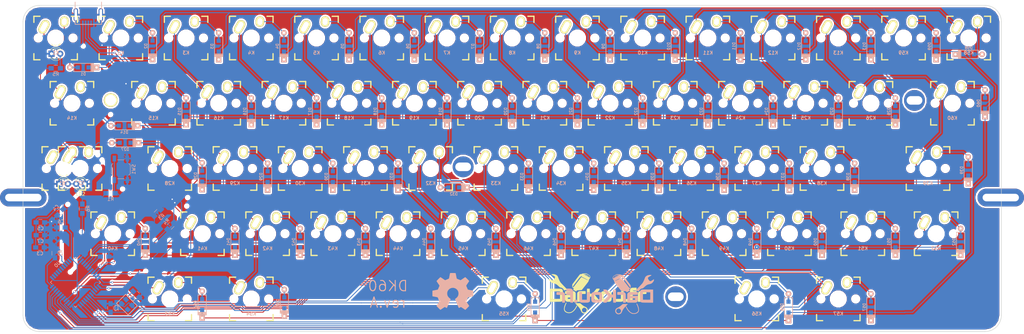
<source format=kicad_pcb>
(kicad_pcb (version 4) (host pcbnew 4.0.6)
  (title_block (title "MX/Alps HHKB") (date 2017-04-30) (rev A) (company DarKou))
  (layers (0 F.Cu signal) (31 B.Cu signal) (34 B.Paste user) (35 F.Paste user) (36 B.SilkS user) (37 F.SilkS user) (38 B.Mask user) (39 F.Mask user) (44 Edge.Cuts user))
  (net 0 "")
  (net 1 "Net-(C1-Pad1)")
  (net 2 GND)
  (net 3 "Net-(C2-Pad1)")
  (net 4 VCC)
  (net 5 "Net-(C8-Pad1)")
  (net 6 "Net-(D1-Pad2)")
  (net 7 /Row0)
  (net 8 "Net-(D2-Pad2)")
  (net 9 "Net-(D3-Pad2)")
  (net 10 "Net-(D4-Pad2)")
  (net 11 "Net-(D5-Pad2)")
  (net 12 "Net-(D6-Pad2)")
  (net 13 "Net-(D7-Pad2)")
  (net 14 "Net-(D8-Pad2)")
  (net 15 "Net-(D9-Pad2)")
  (net 16 "Net-(D10-Pad2)")
  (net 17 "Net-(D11-Pad2)")
  (net 18 "Net-(D12-Pad2)")
  (net 19 "Net-(D13-Pad2)")
  (net 20 "Net-(D14-Pad2)")
  (net 21 /Row1)
  (net 22 "Net-(D15-Pad2)")
  (net 23 "Net-(D16-Pad2)")
  (net 24 "Net-(D17-Pad2)")
  (net 25 "Net-(D18-Pad2)")
  (net 26 "Net-(D19-Pad2)")
  (net 27 "Net-(D20-Pad2)")
  (net 28 "Net-(D21-Pad2)")
  (net 29 "Net-(D22-Pad2)")
  (net 30 "Net-(D23-Pad2)")
  (net 31 "Net-(D24-Pad2)")
  (net 32 "Net-(D25-Pad2)")
  (net 33 "Net-(D26-Pad2)")
  (net 34 "Net-(D27-Pad2)")
  (net 35 /Row2)
  (net 36 "Net-(D28-Pad2)")
  (net 37 "Net-(D29-Pad2)")
  (net 38 "Net-(D30-Pad2)")
  (net 39 "Net-(D31-Pad2)")
  (net 40 "Net-(D32-Pad2)")
  (net 41 "Net-(D33-Pad2)")
  (net 42 "Net-(D34-Pad2)")
  (net 43 "Net-(D35-Pad2)")
  (net 44 "Net-(D36-Pad2)")
  (net 45 "Net-(D37-Pad2)")
  (net 46 "Net-(D38-Pad2)")
  (net 47 "Net-(D39-Pad2)")
  (net 48 "Net-(D40-Pad2)")
  (net 49 /Row3)
  (net 50 "Net-(D41-Pad2)")
  (net 51 "Net-(D42-Pad2)")
  (net 52 "Net-(D43-Pad2)")
  (net 53 "Net-(D44-Pad2)")
  (net 54 "Net-(D45-Pad2)")
  (net 55 "Net-(D46-Pad2)")
  (net 56 "Net-(D47-Pad2)")
  (net 57 "Net-(D48-Pad2)")
  (net 58 "Net-(D49-Pad2)")
  (net 59 "Net-(D50-Pad2)")
  (net 60 "Net-(D51-Pad2)")
  (net 61 "Net-(D52-Pad2)")
  (net 62 "Net-(D53-Pad2)")
  (net 63 /Row4)
  (net 64 "Net-(D54-Pad2)")
  (net 65 "Net-(D55-Pad2)")
  (net 66 "Net-(D56-Pad2)")
  (net 67 "Net-(D57-Pad2)")
  (net 68 "Net-(D58-Pad2)")
  (net 69 "Net-(D59-Pad2)")
  (net 70 "Net-(D60-Pad2)")
  (net 71 "Net-(J1-Pad2)")
  (net 72 "Net-(J1-Pad3)")
  (net 73 "Net-(J1-Pad4)")
  (net 74 /Col0)
  (net 75 /Col1)
  (net 76 /Col2)
  (net 77 /Col3)
  (net 78 /Col4)
  (net 79 /Col5)
  (net 80 /Col6)
  (net 81 /Col7)
  (net 82 /Col8)
  (net 83 /Col9)
  (net 84 /Col10)
  (net 85 /Col11)
  (net 86 /Col12)
  (net 87 "Net-(R1-Pad2)")
  (net 88 "Net-(R2-Pad1)")
  (net 89 "Net-(R3-Pad1)")
  (net 90 "Net-(R4-Pad2)")
  (net 91 "Net-(U0-Pad35)")
  (net 92 "Net-(U0-Pad36)")
  (net 93 "Net-(U0-Pad37)")
  (net 94 "Net-(U0-Pad38)")
  (net 95 "Net-(U0-Pad39)")
  (net 96 "Net-(U0-Pad42)")
  (net 97 "Net-(U0-Pad43)")
  (net 98 "Net-(LD0-Pad2)")
  (net 99 "Net-(LD1-Pad2)")
  (net 100 /ESC_LED)
  (net 101 /CAPS_LED)
  (net 102 "Net-(U0-Pad40)")
  (module Fooprints:Mx_Alps_100 (layer F.Cu) (at 323.85 107.15625)
    (fp_text reference K59 (at 0 4.318) (layer B.SilkS) (effects (font (thickness 0.2)) (justify mirror)))
    (fp_text value \ hide)
    (pad HOLE np_thru_hole circle (at 0 0) (size 3.9878 3.9878) (drill 3.9878) (layers *.Cu))
    (pad HOLE np_thru_hole circle (at -5.08 0) (size 1.7018 1.7018) (drill 1.7018) (layers *.Cu))
    (pad HOLE np_thru_hole circle (at 5.08 0) (size 1.7018 1.7018) (drill 1.7018) (layers *.Cu))
    (pad 1 thru_hole oval (at -3.405 -3.27 330.95) (size 2.5 4.17) (drill oval 1.5 3.17) (layers *.Cu *.Mask F.SilkS) (net 85 /Col11))
    (pad 2 thru_hole oval (at 2.52 -4.79 356.1) (size 2.5 3.08) (drill oval 1.5 2.08) (layers *.Cu *.Mask F.SilkS) (net 69 "Net-(D59-Pad2)"))
  )
  (module Housings_QFP:TQFP-44_10x10mm_Pitch0.8mm (layer B.Cu) (at 82 178.5 225)
    (fp_text reference U0 (at 0 7.450001 225) (layer B.SilkS) (effects (justify mirror)))
    (fp_text value ATMEGA32U4)
    (pad 1 smd rect (at -5.7 4 225) (size 1.5 0.55) (layers B.Cu B.Paste B.Mask) (net 101 /CAPS_LED))
    (pad 2 smd rect (at -5.7 3.2 225) (size 1.5 0.55) (layers B.Cu B.Paste B.Mask) (net 4 VCC))
    (pad 3 smd rect (at -5.7 2.4 225) (size 1.5 0.55) (layers B.Cu B.Paste B.Mask) (net 89 "Net-(R3-Pad1)"))
    (pad 4 smd rect (at -5.7 1.6 225) (size 1.5 0.55) (layers B.Cu B.Paste B.Mask) (net 90 "Net-(R4-Pad2)"))
    (pad 5 smd rect (at -5.7 0.8 225) (size 1.5 0.55) (layers B.Cu B.Paste B.Mask) (net 2 GND))
    (pad 6 smd rect (at -5.7 0 225) (size 1.5 0.55) (layers B.Cu B.Paste B.Mask) (net 5 "Net-(C8-Pad1)"))
    (pad 7 smd rect (at -5.7 -0.8 225) (size 1.5 0.55) (layers B.Cu B.Paste B.Mask) (net 4 VCC))
    (pad 8 smd rect (at -5.7 -1.6 225) (size 1.5 0.55) (layers B.Cu B.Paste B.Mask) (net 74 /Col0))
    (pad 9 smd rect (at -5.7 -2.4 225) (size 1.5 0.55) (layers B.Cu B.Paste B.Mask) (net 77 /Col3))
    (pad 10 smd rect (at -5.7 -3.2 225) (size 1.5 0.55) (layers B.Cu B.Paste B.Mask) (net 76 /Col2))
    (pad 11 smd rect (at -5.7 -4 225) (size 1.5 0.55) (layers B.Cu B.Paste B.Mask) (net 75 /Col1))
    (pad 12 smd rect (at -4 -5.7 135) (size 1.5 0.55) (layers B.Cu B.Paste B.Mask) (net 81 /Col7))
    (pad 13 smd rect (at -3.2 -5.7 135) (size 1.5 0.55) (layers B.Cu B.Paste B.Mask) (net 87 "Net-(R1-Pad2)"))
    (pad 14 smd rect (at -2.4 -5.7 135) (size 1.5 0.55) (layers B.Cu B.Paste B.Mask) (net 4 VCC))
    (pad 15 smd rect (at -1.6 -5.7 135) (size 1.5 0.55) (layers B.Cu B.Paste B.Mask) (net 2 GND))
    (pad 16 smd rect (at -0.8 -5.7 135) (size 1.5 0.55) (layers B.Cu B.Paste B.Mask) (net 1 "Net-(C1-Pad1)"))
    (pad 17 smd rect (at 0 -5.7 135) (size 1.5 0.55) (layers B.Cu B.Paste B.Mask) (net 3 "Net-(C2-Pad1)"))
    (pad 18 smd rect (at 0.8 -5.7 135) (size 1.5 0.55) (layers B.Cu B.Paste B.Mask) (net 84 /Col10))
    (pad 19 smd rect (at 1.6 -5.7 135) (size 1.5 0.55) (layers B.Cu B.Paste B.Mask) (net 85 /Col11))
    (pad 20 smd rect (at 2.4 -5.7 135) (size 1.5 0.55) (layers B.Cu B.Paste B.Mask) (net 86 /Col12))
    (pad 21 smd rect (at 3.2 -5.7 135) (size 1.5 0.55) (layers B.Cu B.Paste B.Mask) (net 78 /Col4))
    (pad 22 smd rect (at 4 -5.7 135) (size 1.5 0.55) (layers B.Cu B.Paste B.Mask) (net 79 /Col5))
    (pad 23 smd rect (at 5.7 -4 225) (size 1.5 0.55) (layers B.Cu B.Paste B.Mask) (net 2 GND))
    (pad 24 smd rect (at 5.7 -3.2 225) (size 1.5 0.55) (layers B.Cu B.Paste B.Mask) (net 4 VCC))
    (pad 25 smd rect (at 5.7 -2.4 225) (size 1.5 0.55) (layers B.Cu B.Paste B.Mask) (net 63 /Row4))
    (pad 26 smd rect (at 5.7 -1.6 225) (size 1.5 0.55) (layers B.Cu B.Paste B.Mask) (net 49 /Row3))
    (pad 27 smd rect (at 5.7 -0.8 225) (size 1.5 0.55) (layers B.Cu B.Paste B.Mask) (net 35 /Row2))
    (pad 28 smd rect (at 5.7 0 225) (size 1.5 0.55) (layers B.Cu B.Paste B.Mask) (net 21 /Row1))
    (pad 29 smd rect (at 5.7 0.8 225) (size 1.5 0.55) (layers B.Cu B.Paste B.Mask) (net 80 /Col6))
    (pad 30 smd rect (at 5.7 1.6 225) (size 1.5 0.55) (layers B.Cu B.Paste B.Mask) (net 7 /Row0))
    (pad 31 smd rect (at 5.7 2.4 225) (size 1.5 0.55) (layers B.Cu B.Paste B.Mask) (net 82 /Col8))
    (pad 32 smd rect (at 5.7 3.2 225) (size 1.5 0.55) (layers B.Cu B.Paste B.Mask) (net 83 /Col9))
    (pad 33 smd rect (at 5.7 4 225) (size 1.5 0.55) (layers B.Cu B.Paste B.Mask) (net 88 "Net-(R2-Pad1)"))
    (pad 34 smd rect (at 4 5.7 135) (size 1.5 0.55) (layers B.Cu B.Paste B.Mask) (net 4 VCC))
    (pad 35 smd rect (at 3.2 5.7 135) (size 1.5 0.55) (layers B.Cu B.Paste B.Mask) (net 91 "Net-(U0-Pad35)"))
    (pad 36 smd rect (at 2.4 5.7 135) (size 1.5 0.55) (layers B.Cu B.Paste B.Mask) (net 92 "Net-(U0-Pad36)"))
    (pad 37 smd rect (at 1.6 5.7 135) (size 1.5 0.55) (layers B.Cu B.Paste B.Mask) (net 93 "Net-(U0-Pad37)"))
    (pad 38 smd rect (at 0.8 5.7 135) (size 1.5 0.55) (layers B.Cu B.Paste B.Mask) (net 94 "Net-(U0-Pad38)"))
    (pad 39 smd rect (at 0 5.7 135) (size 1.5 0.55) (layers B.Cu B.Paste B.Mask) (net 95 "Net-(U0-Pad39)"))
    (pad 40 smd rect (at -0.8 5.7 135) (size 1.5 0.55) (layers B.Cu B.Paste B.Mask) (net 102 "Net-(U0-Pad40)"))
    (pad 41 smd rect (at -1.6 5.7 135) (size 1.5 0.55) (layers B.Cu B.Paste B.Mask) (net 100 /ESC_LED))
    (pad 42 smd rect (at -2.4 5.7 135) (size 1.5 0.55) (layers B.Cu B.Paste B.Mask) (net 96 "Net-(U0-Pad42)"))
    (pad 43 smd rect (at -3.2 5.7 135) (size 1.5 0.55) (layers B.Cu B.Paste B.Mask) (net 97 "Net-(U0-Pad43)"))
    (pad 44 smd rect (at -4 5.7 135) (size 1.5 0.55) (layers B.Cu B.Paste B.Mask) (net 4 VCC))
  )
  (module Capacitors_SMD:C_0805_HandSoldering (layer B.Cu) (at 99.75 182 315)
    (fp_text reference C1 (at 0 1.75 315) (layer B.SilkS) (effects (justify mirror)))
    (fp_text value 22p)
    (pad 1 smd rect (at -1.25 0 315) (size 1.5 1.25) (layers B.Cu B.Paste B.Mask) (net 1 "Net-(C1-Pad1)"))
    (pad 2 smd rect (at 1.25 0 315) (size 1.5 1.25) (layers B.Cu B.Paste B.Mask) (net 2 GND))
  )
  (module Capacitors_SMD:C_0805_HandSoldering (layer B.Cu) (at 92.25 186 90)
    (fp_text reference C2 (at 0 1.75 90) (layer B.SilkS) (effects (justify mirror)))
    (fp_text value 22p)
    (pad 1 smd rect (at -1.25 0 90) (size 1.5 1.25) (layers B.Cu B.Paste B.Mask) (net 3 "Net-(C2-Pad1)"))
    (pad 2 smd rect (at 1.25 0 90) (size 1.5 1.25) (layers B.Cu B.Paste B.Mask) (net 2 GND))
  )
  (module Capacitors_SMD:C_0805_HandSoldering (layer B.Cu) (at 71.625 168.325)
    (fp_text reference C3 (at 0 1.75) (layer B.SilkS) (effects (justify mirror)))
    (fp_text value 0.1u)
    (pad 1 smd rect (at -1.25 0) (size 1.5 1.25) (layers B.Cu B.Paste B.Mask) (net 4 VCC))
    (pad 2 smd rect (at 1.25 0) (size 1.5 1.25) (layers B.Cu B.Paste B.Mask) (net 2 GND))
  )
  (module Capacitors_SMD:C_0805_HandSoldering (layer B.Cu) (at 77.5 158 225)
    (fp_text reference C4 (at 0 1.75 225) (layer B.SilkS) (effects (justify mirror)))
    (fp_text value 0.1u)
    (pad 1 smd rect (at -1.25 0 225) (size 1.5 1.25) (layers B.Cu B.Paste B.Mask) (net 4 VCC))
    (pad 2 smd rect (at 1.25 0 225) (size 1.5 1.25) (layers B.Cu B.Paste B.Mask) (net 2 GND))
  )
  (module Capacitors_SMD:C_0805_HandSoldering (layer B.Cu) (at 71.75 161)
    (fp_text reference C5 (at 0 1.75) (layer B.SilkS) (effects (justify mirror)))
    (fp_text value 0.1u)
    (pad 1 smd rect (at -1.25 0) (size 1.5 1.25) (layers B.Cu B.Paste B.Mask) (net 4 VCC))
    (pad 2 smd rect (at 1.25 0) (size 1.5 1.25) (layers B.Cu B.Paste B.Mask) (net 2 GND))
  )
  (module Capacitors_SMD:C_0805_HandSoldering (layer B.Cu) (at 77.75 162.5 180)
    (fp_text reference C6 (at 0 1.75 180) (layer B.SilkS) (effects (justify mirror)))
    (fp_text value 0.1u)
    (pad 1 smd rect (at -1.25 0 180) (size 1.5 1.25) (layers B.Cu B.Paste B.Mask) (net 4 VCC))
    (pad 2 smd rect (at 1.25 0 180) (size 1.5 1.25) (layers B.Cu B.Paste B.Mask) (net 2 GND))
  )
  (module Capacitors_SMD:C_0805_HandSoldering (layer B.Cu) (at 71.75 164.75)
    (fp_text reference C7 (at 0 1.75) (layer B.SilkS) (effects (justify mirror)))
    (fp_text value 4.7u)
    (pad 1 smd rect (at -1.25 0) (size 1.5 1.25) (layers B.Cu B.Paste B.Mask) (net 4 VCC))
    (pad 2 smd rect (at 1.25 0) (size 1.5 1.25) (layers B.Cu B.Paste B.Mask) (net 2 GND))
  )
  (module Capacitors_SMD:C_0805_HandSoldering (layer B.Cu) (at 90.5 171)
    (fp_text reference C8 (at 0 1.75) (layer B.SilkS) (effects (justify mirror)))
    (fp_text value 1u)
    (pad 1 smd rect (at -1.25 0) (size 1.5 1.25) (layers B.Cu B.Paste B.Mask) (net 5 "Net-(C8-Pad1)"))
    (pad 2 smd rect (at 1.25 0) (size 1.5 1.25) (layers B.Cu B.Paste B.Mask) (net 2 GND))
  )
  (module Fooprints:D_SOD123_axial (layer B.Cu) (at 84.25 115.75 180)
    (fp_text reference D1 (at 0 -1.925 180) (layer B.SilkS) (effects (font (size 0.8 0.8)) (justify mirror)))
    (fp_text value D hide)
    (pad 2 smd rect (at 1.575 0 180) (size 1.2 1.2) (layers B.Cu B.Paste B.Mask) (net 6 "Net-(D1-Pad2)"))
    (pad 1 smd rect (at -1.575 0 180) (size 1.2 1.2) (layers B.Cu B.Paste B.Mask) (net 7 /Row0))
    (pad 1 thru_hole rect (at -3.9 0 180) (size 1.6 1.6) (drill 0.7) (layers *.Cu *.Mask B.SilkS) (net 7 /Row0))
    (pad 2 thru_hole circle (at 3.9 0 180) (size 1.6 1.6) (drill 0.7) (layers *.Cu *.Mask B.SilkS) (net 6 "Net-(D1-Pad2)"))
    (pad 1 smd rect (at -2.7 0 180) (size 2.5 0.5) (layers B.Cu) (net 7 /Row0))
    (pad 2 smd rect (at 2.7 0 180) (size 2.5 0.5) (layers B.Cu) (net 6 "Net-(D1-Pad2)"))
  )
  (module Fooprints:D_SOD123_axial (layer B.Cu) (at 104.5 109.5 90)
    (fp_text reference D2 (at 0 -1.925 90) (layer B.SilkS) (effects (font (size 0.8 0.8)) (justify mirror)))
    (fp_text value D hide)
    (pad 2 smd rect (at 1.575 0 90) (size 1.2 1.2) (layers B.Cu B.Paste B.Mask) (net 8 "Net-(D2-Pad2)"))
    (pad 1 smd rect (at -1.575 0 90) (size 1.2 1.2) (layers B.Cu B.Paste B.Mask) (net 7 /Row0))
    (pad 1 thru_hole rect (at -3.9 0 90) (size 1.6 1.6) (drill 0.7) (layers *.Cu *.Mask B.SilkS) (net 7 /Row0))
    (pad 2 thru_hole circle (at 3.9 0 90) (size 1.6 1.6) (drill 0.7) (layers *.Cu *.Mask B.SilkS) (net 8 "Net-(D2-Pad2)"))
    (pad 1 smd rect (at -2.7 0 90) (size 2.5 0.5) (layers B.Cu) (net 7 /Row0))
    (pad 2 smd rect (at 2.7 0 90) (size 2.5 0.5) (layers B.Cu) (net 8 "Net-(D2-Pad2)"))
  )
  (module Fooprints:D_SOD123_axial (layer B.Cu) (at 123.825 109.5375 90)
    (fp_text reference D3 (at 0 -1.925 90) (layer B.SilkS) (effects (font (size 0.8 0.8)) (justify mirror)))
    (fp_text value D hide)
    (pad 2 smd rect (at 1.575 0 90) (size 1.2 1.2) (layers B.Cu B.Paste B.Mask) (net 9 "Net-(D3-Pad2)"))
    (pad 1 smd rect (at -1.575 0 90) (size 1.2 1.2) (layers B.Cu B.Paste B.Mask) (net 7 /Row0))
    (pad 1 thru_hole rect (at -3.9 0 90) (size 1.6 1.6) (drill 0.7) (layers *.Cu *.Mask B.SilkS) (net 7 /Row0))
    (pad 2 thru_hole circle (at 3.9 0 90) (size 1.6 1.6) (drill 0.7) (layers *.Cu *.Mask B.SilkS) (net 9 "Net-(D3-Pad2)"))
    (pad 1 smd rect (at -2.7 0 90) (size 2.5 0.5) (layers B.Cu) (net 7 /Row0))
    (pad 2 smd rect (at 2.7 0 90) (size 2.5 0.5) (layers B.Cu) (net 9 "Net-(D3-Pad2)"))
  )
  (module Fooprints:D_SOD123_axial (layer B.Cu) (at 142.875 109.5375 90)
    (fp_text reference D4 (at 0 -1.925 90) (layer B.SilkS) (effects (font (size 0.8 0.8)) (justify mirror)))
    (fp_text value D hide)
    (pad 2 smd rect (at 1.575 0 90) (size 1.2 1.2) (layers B.Cu B.Paste B.Mask) (net 10 "Net-(D4-Pad2)"))
    (pad 1 smd rect (at -1.575 0 90) (size 1.2 1.2) (layers B.Cu B.Paste B.Mask) (net 7 /Row0))
    (pad 1 thru_hole rect (at -3.9 0 90) (size 1.6 1.6) (drill 0.7) (layers *.Cu *.Mask B.SilkS) (net 7 /Row0))
    (pad 2 thru_hole circle (at 3.9 0 90) (size 1.6 1.6) (drill 0.7) (layers *.Cu *.Mask B.SilkS) (net 10 "Net-(D4-Pad2)"))
    (pad 1 smd rect (at -2.7 0 90) (size 2.5 0.5) (layers B.Cu) (net 7 /Row0))
    (pad 2 smd rect (at 2.7 0 90) (size 2.5 0.5) (layers B.Cu) (net 10 "Net-(D4-Pad2)"))
  )
  (module Fooprints:D_SOD123_axial (layer B.Cu) (at 161.925 109.5375 90)
    (fp_text reference D5 (at 0 -1.925 90) (layer B.SilkS) (effects (font (size 0.8 0.8)) (justify mirror)))
    (fp_text value D hide)
    (pad 2 smd rect (at 1.575 0 90) (size 1.2 1.2) (layers B.Cu B.Paste B.Mask) (net 11 "Net-(D5-Pad2)"))
    (pad 1 smd rect (at -1.575 0 90) (size 1.2 1.2) (layers B.Cu B.Paste B.Mask) (net 7 /Row0))
    (pad 1 thru_hole rect (at -3.9 0 90) (size 1.6 1.6) (drill 0.7) (layers *.Cu *.Mask B.SilkS) (net 7 /Row0))
    (pad 2 thru_hole circle (at 3.9 0 90) (size 1.6 1.6) (drill 0.7) (layers *.Cu *.Mask B.SilkS) (net 11 "Net-(D5-Pad2)"))
    (pad 1 smd rect (at -2.7 0 90) (size 2.5 0.5) (layers B.Cu) (net 7 /Row0))
    (pad 2 smd rect (at 2.7 0 90) (size 2.5 0.5) (layers B.Cu) (net 11 "Net-(D5-Pad2)"))
  )
  (module Fooprints:D_SOD123_axial (layer B.Cu) (at 180.975 109.5375 90)
    (fp_text reference D6 (at 0 -1.925 90) (layer B.SilkS) (effects (font (size 0.8 0.8)) (justify mirror)))
    (fp_text value D hide)
    (pad 2 smd rect (at 1.575 0 90) (size 1.2 1.2) (layers B.Cu B.Paste B.Mask) (net 12 "Net-(D6-Pad2)"))
    (pad 1 smd rect (at -1.575 0 90) (size 1.2 1.2) (layers B.Cu B.Paste B.Mask) (net 7 /Row0))
    (pad 1 thru_hole rect (at -3.9 0 90) (size 1.6 1.6) (drill 0.7) (layers *.Cu *.Mask B.SilkS) (net 7 /Row0))
    (pad 2 thru_hole circle (at 3.9 0 90) (size 1.6 1.6) (drill 0.7) (layers *.Cu *.Mask B.SilkS) (net 12 "Net-(D6-Pad2)"))
    (pad 1 smd rect (at -2.7 0 90) (size 2.5 0.5) (layers B.Cu) (net 7 /Row0))
    (pad 2 smd rect (at 2.7 0 90) (size 2.5 0.5) (layers B.Cu) (net 12 "Net-(D6-Pad2)"))
  )
  (module Fooprints:D_SOD123_axial (layer B.Cu) (at 200.025 109.5375 90)
    (fp_text reference D7 (at 0 -1.925 90) (layer B.SilkS) (effects (font (size 0.8 0.8)) (justify mirror)))
    (fp_text value D hide)
    (pad 2 smd rect (at 1.575 0 90) (size 1.2 1.2) (layers B.Cu B.Paste B.Mask) (net 13 "Net-(D7-Pad2)"))
    (pad 1 smd rect (at -1.575 0 90) (size 1.2 1.2) (layers B.Cu B.Paste B.Mask) (net 7 /Row0))
    (pad 1 thru_hole rect (at -3.9 0 90) (size 1.6 1.6) (drill 0.7) (layers *.Cu *.Mask B.SilkS) (net 7 /Row0))
    (pad 2 thru_hole circle (at 3.9 0 90) (size 1.6 1.6) (drill 0.7) (layers *.Cu *.Mask B.SilkS) (net 13 "Net-(D7-Pad2)"))
    (pad 1 smd rect (at -2.7 0 90) (size 2.5 0.5) (layers B.Cu) (net 7 /Row0))
    (pad 2 smd rect (at 2.7 0 90) (size 2.5 0.5) (layers B.Cu) (net 13 "Net-(D7-Pad2)"))
  )
  (module Fooprints:D_SOD123_axial (layer B.Cu) (at 219.075 109.5375 90)
    (fp_text reference D8 (at 0 -1.925 90) (layer B.SilkS) (effects (font (size 0.8 0.8)) (justify mirror)))
    (fp_text value D hide)
    (pad 2 smd rect (at 1.575 0 90) (size 1.2 1.2) (layers B.Cu B.Paste B.Mask) (net 14 "Net-(D8-Pad2)"))
    (pad 1 smd rect (at -1.575 0 90) (size 1.2 1.2) (layers B.Cu B.Paste B.Mask) (net 7 /Row0))
    (pad 1 thru_hole rect (at -3.9 0 90) (size 1.6 1.6) (drill 0.7) (layers *.Cu *.Mask B.SilkS) (net 7 /Row0))
    (pad 2 thru_hole circle (at 3.9 0 90) (size 1.6 1.6) (drill 0.7) (layers *.Cu *.Mask B.SilkS) (net 14 "Net-(D8-Pad2)"))
    (pad 1 smd rect (at -2.7 0 90) (size 2.5 0.5) (layers B.Cu) (net 7 /Row0))
    (pad 2 smd rect (at 2.7 0 90) (size 2.5 0.5) (layers B.Cu) (net 14 "Net-(D8-Pad2)"))
  )
  (module Fooprints:D_SOD123_axial (layer B.Cu) (at 238.125 109.5375 90)
    (fp_text reference D9 (at 0 -1.925 90) (layer B.SilkS) (effects (font (size 0.8 0.8)) (justify mirror)))
    (fp_text value D hide)
    (pad 2 smd rect (at 1.575 0 90) (size 1.2 1.2) (layers B.Cu B.Paste B.Mask) (net 15 "Net-(D9-Pad2)"))
    (pad 1 smd rect (at -1.575 0 90) (size 1.2 1.2) (layers B.Cu B.Paste B.Mask) (net 7 /Row0))
    (pad 1 thru_hole rect (at -3.9 0 90) (size 1.6 1.6) (drill 0.7) (layers *.Cu *.Mask B.SilkS) (net 7 /Row0))
    (pad 2 thru_hole circle (at 3.9 0 90) (size 1.6 1.6) (drill 0.7) (layers *.Cu *.Mask B.SilkS) (net 15 "Net-(D9-Pad2)"))
    (pad 1 smd rect (at -2.7 0 90) (size 2.5 0.5) (layers B.Cu) (net 7 /Row0))
    (pad 2 smd rect (at 2.7 0 90) (size 2.5 0.5) (layers B.Cu) (net 15 "Net-(D9-Pad2)"))
  )
  (module Fooprints:D_SOD123_axial (layer B.Cu) (at 257.175 109.5375 90)
    (fp_text reference D10 (at 0 -1.925 90) (layer B.SilkS) (effects (font (size 0.8 0.8)) (justify mirror)))
    (fp_text value D hide)
    (pad 2 smd rect (at 1.575 0 90) (size 1.2 1.2) (layers B.Cu B.Paste B.Mask) (net 16 "Net-(D10-Pad2)"))
    (pad 1 smd rect (at -1.575 0 90) (size 1.2 1.2) (layers B.Cu B.Paste B.Mask) (net 7 /Row0))
    (pad 1 thru_hole rect (at -3.9 0 90) (size 1.6 1.6) (drill 0.7) (layers *.Cu *.Mask B.SilkS) (net 7 /Row0))
    (pad 2 thru_hole circle (at 3.9 0 90) (size 1.6 1.6) (drill 0.7) (layers *.Cu *.Mask B.SilkS) (net 16 "Net-(D10-Pad2)"))
    (pad 1 smd rect (at -2.7 0 90) (size 2.5 0.5) (layers B.Cu) (net 7 /Row0))
    (pad 2 smd rect (at 2.7 0 90) (size 2.5 0.5) (layers B.Cu) (net 16 "Net-(D10-Pad2)"))
  )
  (module Fooprints:D_SOD123_axial (layer B.Cu) (at 276.225 109.5375 90)
    (fp_text reference D11 (at 0 -1.925 90) (layer B.SilkS) (effects (font (size 0.8 0.8)) (justify mirror)))
    (fp_text value D hide)
    (pad 2 smd rect (at 1.575 0 90) (size 1.2 1.2) (layers B.Cu B.Paste B.Mask) (net 17 "Net-(D11-Pad2)"))
    (pad 1 smd rect (at -1.575 0 90) (size 1.2 1.2) (layers B.Cu B.Paste B.Mask) (net 7 /Row0))
    (pad 1 thru_hole rect (at -3.9 0 90) (size 1.6 1.6) (drill 0.7) (layers *.Cu *.Mask B.SilkS) (net 7 /Row0))
    (pad 2 thru_hole circle (at 3.9 0 90) (size 1.6 1.6) (drill 0.7) (layers *.Cu *.Mask B.SilkS) (net 17 "Net-(D11-Pad2)"))
    (pad 1 smd rect (at -2.7 0 90) (size 2.5 0.5) (layers B.Cu) (net 7 /Row0))
    (pad 2 smd rect (at 2.7 0 90) (size 2.5 0.5) (layers B.Cu) (net 17 "Net-(D11-Pad2)"))
  )
  (module Fooprints:D_SOD123_axial (layer B.Cu) (at 295.275 109.5375 90)
    (fp_text reference D12 (at 0 -1.925 90) (layer B.SilkS) (effects (font (size 0.8 0.8)) (justify mirror)))
    (fp_text value D hide)
    (pad 2 smd rect (at 1.575 0 90) (size 1.2 1.2) (layers B.Cu B.Paste B.Mask) (net 18 "Net-(D12-Pad2)"))
    (pad 1 smd rect (at -1.575 0 90) (size 1.2 1.2) (layers B.Cu B.Paste B.Mask) (net 7 /Row0))
    (pad 1 thru_hole rect (at -3.9 0 90) (size 1.6 1.6) (drill 0.7) (layers *.Cu *.Mask B.SilkS) (net 7 /Row0))
    (pad 2 thru_hole circle (at 3.9 0 90) (size 1.6 1.6) (drill 0.7) (layers *.Cu *.Mask B.SilkS) (net 18 "Net-(D12-Pad2)"))
    (pad 1 smd rect (at -2.7 0 90) (size 2.5 0.5) (layers B.Cu) (net 7 /Row0))
    (pad 2 smd rect (at 2.7 0 90) (size 2.5 0.5) (layers B.Cu) (net 18 "Net-(D12-Pad2)"))
  )
  (module Fooprints:D_SOD123_axial (layer B.Cu) (at 314.325 109.5375 90)
    (fp_text reference D13 (at 0 -1.925 90) (layer B.SilkS) (effects (font (size 0.8 0.8)) (justify mirror)))
    (fp_text value D hide)
    (pad 2 smd rect (at 1.575 0 90) (size 1.2 1.2) (layers B.Cu B.Paste B.Mask) (net 19 "Net-(D13-Pad2)"))
    (pad 1 smd rect (at -1.575 0 90) (size 1.2 1.2) (layers B.Cu B.Paste B.Mask) (net 7 /Row0))
    (pad 1 thru_hole rect (at -3.9 0 90) (size 1.6 1.6) (drill 0.7) (layers *.Cu *.Mask B.SilkS) (net 7 /Row0))
    (pad 2 thru_hole circle (at 3.9 0 90) (size 1.6 1.6) (drill 0.7) (layers *.Cu *.Mask B.SilkS) (net 19 "Net-(D13-Pad2)"))
    (pad 1 smd rect (at -2.7 0 90) (size 2.5 0.5) (layers B.Cu) (net 7 /Row0))
    (pad 2 smd rect (at 2.7 0 90) (size 2.5 0.5) (layers B.Cu) (net 19 "Net-(D13-Pad2)"))
  )
  (module Fooprints:D_SOD123_axial (layer B.Cu) (at 96.25 132.75 180)
    (fp_text reference D14 (at 0 -1.925001 180) (layer B.SilkS) (effects (font (size 0.8 0.8)) (justify mirror)))
    (fp_text value D hide)
    (pad 2 smd rect (at 1.575 0 180) (size 1.2 1.2) (layers B.Cu B.Paste B.Mask) (net 20 "Net-(D14-Pad2)"))
    (pad 1 smd rect (at -1.575 0 180) (size 1.2 1.2) (layers B.Cu B.Paste B.Mask) (net 21 /Row1))
    (pad 1 thru_hole rect (at -3.9 0 180) (size 1.6 1.6) (drill 0.7) (layers *.Cu *.Mask B.SilkS) (net 21 /Row1))
    (pad 2 thru_hole circle (at 3.9 0 180) (size 1.6 1.6) (drill 0.7) (layers *.Cu *.Mask B.SilkS) (net 20 "Net-(D14-Pad2)"))
    (pad 1 smd rect (at -2.7 0 180) (size 2.5 0.5) (layers B.Cu) (net 21 /Row1))
    (pad 2 smd rect (at 2.7 0 180) (size 2.5 0.5) (layers B.Cu) (net 20 "Net-(D14-Pad2)"))
  )
  (module Fooprints:D_SOD123_axial (layer B.Cu) (at 114.3 128.5875 90)
    (fp_text reference D15 (at 0 -1.925 90) (layer B.SilkS) (effects (font (size 0.8 0.8)) (justify mirror)))
    (fp_text value D hide)
    (pad 2 smd rect (at 1.575 0 90) (size 1.2 1.2) (layers B.Cu B.Paste B.Mask) (net 22 "Net-(D15-Pad2)"))
    (pad 1 smd rect (at -1.575 0 90) (size 1.2 1.2) (layers B.Cu B.Paste B.Mask) (net 21 /Row1))
    (pad 1 thru_hole rect (at -3.9 0 90) (size 1.6 1.6) (drill 0.7) (layers *.Cu *.Mask B.SilkS) (net 21 /Row1))
    (pad 2 thru_hole circle (at 3.9 0 90) (size 1.6 1.6) (drill 0.7) (layers *.Cu *.Mask B.SilkS) (net 22 "Net-(D15-Pad2)"))
    (pad 1 smd rect (at -2.7 0 90) (size 2.5 0.5) (layers B.Cu) (net 21 /Row1))
    (pad 2 smd rect (at 2.7 0 90) (size 2.5 0.5) (layers B.Cu) (net 22 "Net-(D15-Pad2)"))
  )
  (module Fooprints:D_SOD123_axial (layer B.Cu) (at 133.35 128.5875 90)
    (fp_text reference D16 (at 0 -1.925 90) (layer B.SilkS) (effects (font (size 0.8 0.8)) (justify mirror)))
    (fp_text value D hide)
    (pad 2 smd rect (at 1.575 0 90) (size 1.2 1.2) (layers B.Cu B.Paste B.Mask) (net 23 "Net-(D16-Pad2)"))
    (pad 1 smd rect (at -1.575 0 90) (size 1.2 1.2) (layers B.Cu B.Paste B.Mask) (net 21 /Row1))
    (pad 1 thru_hole rect (at -3.9 0 90) (size 1.6 1.6) (drill 0.7) (layers *.Cu *.Mask B.SilkS) (net 21 /Row1))
    (pad 2 thru_hole circle (at 3.9 0 90) (size 1.6 1.6) (drill 0.7) (layers *.Cu *.Mask B.SilkS) (net 23 "Net-(D16-Pad2)"))
    (pad 1 smd rect (at -2.7 0 90) (size 2.5 0.5) (layers B.Cu) (net 21 /Row1))
    (pad 2 smd rect (at 2.7 0 90) (size 2.5 0.5) (layers B.Cu) (net 23 "Net-(D16-Pad2)"))
  )
  (module Fooprints:D_SOD123_axial (layer B.Cu) (at 152.4 128.5875 90)
    (fp_text reference D17 (at 0 -1.925 90) (layer B.SilkS) (effects (font (size 0.8 0.8)) (justify mirror)))
    (fp_text value D hide)
    (pad 2 smd rect (at 1.575 0 90) (size 1.2 1.2) (layers B.Cu B.Paste B.Mask) (net 24 "Net-(D17-Pad2)"))
    (pad 1 smd rect (at -1.575 0 90) (size 1.2 1.2) (layers B.Cu B.Paste B.Mask) (net 21 /Row1))
    (pad 1 thru_hole rect (at -3.9 0 90) (size 1.6 1.6) (drill 0.7) (layers *.Cu *.Mask B.SilkS) (net 21 /Row1))
    (pad 2 thru_hole circle (at 3.9 0 90) (size 1.6 1.6) (drill 0.7) (layers *.Cu *.Mask B.SilkS) (net 24 "Net-(D17-Pad2)"))
    (pad 1 smd rect (at -2.7 0 90) (size 2.5 0.5) (layers B.Cu) (net 21 /Row1))
    (pad 2 smd rect (at 2.7 0 90) (size 2.5 0.5) (layers B.Cu) (net 24 "Net-(D17-Pad2)"))
  )
  (module Fooprints:D_SOD123_axial (layer B.Cu) (at 171.45 128.5875 90)
    (fp_text reference D18 (at 0 -1.925 90) (layer B.SilkS) (effects (font (size 0.8 0.8)) (justify mirror)))
    (fp_text value D hide)
    (pad 2 smd rect (at 1.575 0 90) (size 1.2 1.2) (layers B.Cu B.Paste B.Mask) (net 25 "Net-(D18-Pad2)"))
    (pad 1 smd rect (at -1.575 0 90) (size 1.2 1.2) (layers B.Cu B.Paste B.Mask) (net 21 /Row1))
    (pad 1 thru_hole rect (at -3.9 0 90) (size 1.6 1.6) (drill 0.7) (layers *.Cu *.Mask B.SilkS) (net 21 /Row1))
    (pad 2 thru_hole circle (at 3.9 0 90) (size 1.6 1.6) (drill 0.7) (layers *.Cu *.Mask B.SilkS) (net 25 "Net-(D18-Pad2)"))
    (pad 1 smd rect (at -2.7 0 90) (size 2.5 0.5) (layers B.Cu) (net 21 /Row1))
    (pad 2 smd rect (at 2.7 0 90) (size 2.5 0.5) (layers B.Cu) (net 25 "Net-(D18-Pad2)"))
  )
  (module Fooprints:D_SOD123_axial (layer B.Cu) (at 190.5 128.5875 90)
    (fp_text reference D19 (at 0 -1.925 90) (layer B.SilkS) (effects (font (size 0.8 0.8)) (justify mirror)))
    (fp_text value D hide)
    (pad 2 smd rect (at 1.575 0 90) (size 1.2 1.2) (layers B.Cu B.Paste B.Mask) (net 26 "Net-(D19-Pad2)"))
    (pad 1 smd rect (at -1.575 0 90) (size 1.2 1.2) (layers B.Cu B.Paste B.Mask) (net 21 /Row1))
    (pad 1 thru_hole rect (at -3.9 0 90) (size 1.6 1.6) (drill 0.7) (layers *.Cu *.Mask B.SilkS) (net 21 /Row1))
    (pad 2 thru_hole circle (at 3.9 0 90) (size 1.6 1.6) (drill 0.7) (layers *.Cu *.Mask B.SilkS) (net 26 "Net-(D19-Pad2)"))
    (pad 1 smd rect (at -2.7 0 90) (size 2.5 0.5) (layers B.Cu) (net 21 /Row1))
    (pad 2 smd rect (at 2.7 0 90) (size 2.5 0.5) (layers B.Cu) (net 26 "Net-(D19-Pad2)"))
  )
  (module Fooprints:D_SOD123_axial (layer B.Cu) (at 209.55 128.5875 90)
    (fp_text reference D20 (at 0 -1.925 90) (layer B.SilkS) (effects (font (size 0.8 0.8)) (justify mirror)))
    (fp_text value D hide)
    (pad 2 smd rect (at 1.575 0 90) (size 1.2 1.2) (layers B.Cu B.Paste B.Mask) (net 27 "Net-(D20-Pad2)"))
    (pad 1 smd rect (at -1.575 0 90) (size 1.2 1.2) (layers B.Cu B.Paste B.Mask) (net 21 /Row1))
    (pad 1 thru_hole rect (at -3.9 0 90) (size 1.6 1.6) (drill 0.7) (layers *.Cu *.Mask B.SilkS) (net 21 /Row1))
    (pad 2 thru_hole circle (at 3.9 0 90) (size 1.6 1.6) (drill 0.7) (layers *.Cu *.Mask B.SilkS) (net 27 "Net-(D20-Pad2)"))
    (pad 1 smd rect (at -2.7 0 90) (size 2.5 0.5) (layers B.Cu) (net 21 /Row1))
    (pad 2 smd rect (at 2.7 0 90) (size 2.5 0.5) (layers B.Cu) (net 27 "Net-(D20-Pad2)"))
  )
  (module Fooprints:D_SOD123_axial (layer B.Cu) (at 228.6 128.5875 90)
    (fp_text reference D21 (at 0 -1.925 90) (layer B.SilkS) (effects (font (size 0.8 0.8)) (justify mirror)))
    (fp_text value D hide)
    (pad 2 smd rect (at 1.575 0 90) (size 1.2 1.2) (layers B.Cu B.Paste B.Mask) (net 28 "Net-(D21-Pad2)"))
    (pad 1 smd rect (at -1.575 0 90) (size 1.2 1.2) (layers B.Cu B.Paste B.Mask) (net 21 /Row1))
    (pad 1 thru_hole rect (at -3.9 0 90) (size 1.6 1.6) (drill 0.7) (layers *.Cu *.Mask B.SilkS) (net 21 /Row1))
    (pad 2 thru_hole circle (at 3.9 0 90) (size 1.6 1.6) (drill 0.7) (layers *.Cu *.Mask B.SilkS) (net 28 "Net-(D21-Pad2)"))
    (pad 1 smd rect (at -2.7 0 90) (size 2.5 0.5) (layers B.Cu) (net 21 /Row1))
    (pad 2 smd rect (at 2.7 0 90) (size 2.5 0.5) (layers B.Cu) (net 28 "Net-(D21-Pad2)"))
  )
  (module Fooprints:D_SOD123_axial (layer B.Cu) (at 247.65 128.5875 90)
    (fp_text reference D22 (at 0 -1.925 90) (layer B.SilkS) (effects (font (size 0.8 0.8)) (justify mirror)))
    (fp_text value D hide)
    (pad 2 smd rect (at 1.575 0 90) (size 1.2 1.2) (layers B.Cu B.Paste B.Mask) (net 29 "Net-(D22-Pad2)"))
    (pad 1 smd rect (at -1.575 0 90) (size 1.2 1.2) (layers B.Cu B.Paste B.Mask) (net 21 /Row1))
    (pad 1 thru_hole rect (at -3.9 0 90) (size 1.6 1.6) (drill 0.7) (layers *.Cu *.Mask B.SilkS) (net 21 /Row1))
    (pad 2 thru_hole circle (at 3.9 0 90) (size 1.6 1.6) (drill 0.7) (layers *.Cu *.Mask B.SilkS) (net 29 "Net-(D22-Pad2)"))
    (pad 1 smd rect (at -2.7 0 90) (size 2.5 0.5) (layers B.Cu) (net 21 /Row1))
    (pad 2 smd rect (at 2.7 0 90) (size 2.5 0.5) (layers B.Cu) (net 29 "Net-(D22-Pad2)"))
  )
  (module Fooprints:D_SOD123_axial (layer B.Cu) (at 266.7 128.5875 90)
    (fp_text reference D23 (at 0 -1.925 90) (layer B.SilkS) (effects (font (size 0.8 0.8)) (justify mirror)))
    (fp_text value D hide)
    (pad 2 smd rect (at 1.575 0 90) (size 1.2 1.2) (layers B.Cu B.Paste B.Mask) (net 30 "Net-(D23-Pad2)"))
    (pad 1 smd rect (at -1.575 0 90) (size 1.2 1.2) (layers B.Cu B.Paste B.Mask) (net 21 /Row1))
    (pad 1 thru_hole rect (at -3.9 0 90) (size 1.6 1.6) (drill 0.7) (layers *.Cu *.Mask B.SilkS) (net 21 /Row1))
    (pad 2 thru_hole circle (at 3.9 0 90) (size 1.6 1.6) (drill 0.7) (layers *.Cu *.Mask B.SilkS) (net 30 "Net-(D23-Pad2)"))
    (pad 1 smd rect (at -2.7 0 90) (size 2.5 0.5) (layers B.Cu) (net 21 /Row1))
    (pad 2 smd rect (at 2.7 0 90) (size 2.5 0.5) (layers B.Cu) (net 30 "Net-(D23-Pad2)"))
  )
  (module Fooprints:D_SOD123_axial (layer B.Cu) (at 285.75 128.5875 90)
    (fp_text reference D24 (at 0 -1.925 90) (layer B.SilkS) (effects (font (size 0.8 0.8)) (justify mirror)))
    (fp_text value D hide)
    (pad 2 smd rect (at 1.575 0 90) (size 1.2 1.2) (layers B.Cu B.Paste B.Mask) (net 31 "Net-(D24-Pad2)"))
    (pad 1 smd rect (at -1.575 0 90) (size 1.2 1.2) (layers B.Cu B.Paste B.Mask) (net 21 /Row1))
    (pad 1 thru_hole rect (at -3.9 0 90) (size 1.6 1.6) (drill 0.7) (layers *.Cu *.Mask B.SilkS) (net 21 /Row1))
    (pad 2 thru_hole circle (at 3.9 0 90) (size 1.6 1.6) (drill 0.7) (layers *.Cu *.Mask B.SilkS) (net 31 "Net-(D24-Pad2)"))
    (pad 1 smd rect (at -2.7 0 90) (size 2.5 0.5) (layers B.Cu) (net 21 /Row1))
    (pad 2 smd rect (at 2.7 0 90) (size 2.5 0.5) (layers B.Cu) (net 31 "Net-(D24-Pad2)"))
  )
  (module Fooprints:D_SOD123_axial (layer B.Cu) (at 304.8 128.5875 90)
    (fp_text reference D25 (at 0 -1.925 90) (layer B.SilkS) (effects (font (size 0.8 0.8)) (justify mirror)))
    (fp_text value D hide)
    (pad 2 smd rect (at 1.575 0 90) (size 1.2 1.2) (layers B.Cu B.Paste B.Mask) (net 32 "Net-(D25-Pad2)"))
    (pad 1 smd rect (at -1.575 0 90) (size 1.2 1.2) (layers B.Cu B.Paste B.Mask) (net 21 /Row1))
    (pad 1 thru_hole rect (at -3.9 0 90) (size 1.6 1.6) (drill 0.7) (layers *.Cu *.Mask B.SilkS) (net 21 /Row1))
    (pad 2 thru_hole circle (at 3.9 0 90) (size 1.6 1.6) (drill 0.7) (layers *.Cu *.Mask B.SilkS) (net 32 "Net-(D25-Pad2)"))
    (pad 1 smd rect (at -2.7 0 90) (size 2.5 0.5) (layers B.Cu) (net 21 /Row1))
    (pad 2 smd rect (at 2.7 0 90) (size 2.5 0.5) (layers B.Cu) (net 32 "Net-(D25-Pad2)"))
  )
  (module Fooprints:D_SOD123_axial (layer B.Cu) (at 321.46875 128.5875 90)
    (fp_text reference D26 (at 0 -1.925 90) (layer B.SilkS) (effects (font (size 0.8 0.8)) (justify mirror)))
    (fp_text value D hide)
    (pad 2 smd rect (at 1.575 0 90) (size 1.2 1.2) (layers B.Cu B.Paste B.Mask) (net 33 "Net-(D26-Pad2)"))
    (pad 1 smd rect (at -1.575 0 90) (size 1.2 1.2) (layers B.Cu B.Paste B.Mask) (net 21 /Row1))
    (pad 1 thru_hole rect (at -3.9 0 90) (size 1.6 1.6) (drill 0.7) (layers *.Cu *.Mask B.SilkS) (net 21 /Row1))
    (pad 2 thru_hole circle (at 3.9 0 90) (size 1.6 1.6) (drill 0.7) (layers *.Cu *.Mask B.SilkS) (net 33 "Net-(D26-Pad2)"))
    (pad 1 smd rect (at -2.7 0 90) (size 2.5 0.5) (layers B.Cu) (net 21 /Row1))
    (pad 2 smd rect (at 2.7 0 90) (size 2.5 0.5) (layers B.Cu) (net 33 "Net-(D26-Pad2)"))
  )
  (module Fooprints:D_SOD123_axial (layer B.Cu) (at 96.5 137.75 180)
    (fp_text reference D27 (at 0 -1.925 180) (layer B.SilkS) (effects (font (size 0.8 0.8)) (justify mirror)))
    (fp_text value D hide)
    (pad 2 smd rect (at 1.575 0 180) (size 1.2 1.2) (layers B.Cu B.Paste B.Mask) (net 34 "Net-(D27-Pad2)"))
    (pad 1 smd rect (at -1.575 0 180) (size 1.2 1.2) (layers B.Cu B.Paste B.Mask) (net 35 /Row2))
    (pad 1 thru_hole rect (at -3.9 0 180) (size 1.6 1.6) (drill 0.7) (layers *.Cu *.Mask B.SilkS) (net 35 /Row2))
    (pad 2 thru_hole circle (at 3.9 0 180) (size 1.6 1.6) (drill 0.7) (layers *.Cu *.Mask B.SilkS) (net 34 "Net-(D27-Pad2)"))
    (pad 1 smd rect (at -2.7 0 180) (size 2.5 0.5) (layers B.Cu) (net 35 /Row2))
    (pad 2 smd rect (at 2.7 0 180) (size 2.5 0.5) (layers B.Cu) (net 34 "Net-(D27-Pad2)"))
  )
  (module Fooprints:D_SOD123_axial (layer B.Cu) (at 119 147.5 90)
    (fp_text reference D28 (at 0 -1.925 90) (layer B.SilkS) (effects (font (size 0.8 0.8)) (justify mirror)))
    (fp_text value D hide)
    (pad 2 smd rect (at 1.575 0 90) (size 1.2 1.2) (layers B.Cu B.Paste B.Mask) (net 36 "Net-(D28-Pad2)"))
    (pad 1 smd rect (at -1.575 0 90) (size 1.2 1.2) (layers B.Cu B.Paste B.Mask) (net 35 /Row2))
    (pad 1 thru_hole rect (at -3.9 0 90) (size 1.6 1.6) (drill 0.7) (layers *.Cu *.Mask B.SilkS) (net 35 /Row2))
    (pad 2 thru_hole circle (at 3.9 0 90) (size 1.6 1.6) (drill 0.7) (layers *.Cu *.Mask B.SilkS) (net 36 "Net-(D28-Pad2)"))
    (pad 1 smd rect (at -2.7 0 90) (size 2.5 0.5) (layers B.Cu) (net 35 /Row2))
    (pad 2 smd rect (at 2.7 0 90) (size 2.5 0.5) (layers B.Cu) (net 36 "Net-(D28-Pad2)"))
  )
  (module Fooprints:D_SOD123_axial (layer B.Cu) (at 138.1125 147.6375 90)
    (fp_text reference D29 (at 0 -1.925 90) (layer B.SilkS) (effects (font (size 0.8 0.8)) (justify mirror)))
    (fp_text value D hide)
    (pad 2 smd rect (at 1.575 0 90) (size 1.2 1.2) (layers B.Cu B.Paste B.Mask) (net 37 "Net-(D29-Pad2)"))
    (pad 1 smd rect (at -1.575 0 90) (size 1.2 1.2) (layers B.Cu B.Paste B.Mask) (net 35 /Row2))
    (pad 1 thru_hole rect (at -3.9 0 90) (size 1.6 1.6) (drill 0.7) (layers *.Cu *.Mask B.SilkS) (net 35 /Row2))
    (pad 2 thru_hole circle (at 3.9 0 90) (size 1.6 1.6) (drill 0.7) (layers *.Cu *.Mask B.SilkS) (net 37 "Net-(D29-Pad2)"))
    (pad 1 smd rect (at -2.7 0 90) (size 2.5 0.5) (layers B.Cu) (net 35 /Row2))
    (pad 2 smd rect (at 2.7 0 90) (size 2.5 0.5) (layers B.Cu) (net 37 "Net-(D29-Pad2)"))
  )
  (module Fooprints:D_SOD123_axial (layer B.Cu) (at 157.1625 147.6375 90)
    (fp_text reference D30 (at 0 -1.925 90) (layer B.SilkS) (effects (font (size 0.8 0.8)) (justify mirror)))
    (fp_text value D hide)
    (pad 2 smd rect (at 1.575 0 90) (size 1.2 1.2) (layers B.Cu B.Paste B.Mask) (net 38 "Net-(D30-Pad2)"))
    (pad 1 smd rect (at -1.575 0 90) (size 1.2 1.2) (layers B.Cu B.Paste B.Mask) (net 35 /Row2))
    (pad 1 thru_hole rect (at -3.9 0 90) (size 1.6 1.6) (drill 0.7) (layers *.Cu *.Mask B.SilkS) (net 35 /Row2))
    (pad 2 thru_hole circle (at 3.9 0 90) (size 1.6 1.6) (drill 0.7) (layers *.Cu *.Mask B.SilkS) (net 38 "Net-(D30-Pad2)"))
    (pad 1 smd rect (at -2.7 0 90) (size 2.5 0.5) (layers B.Cu) (net 35 /Row2))
    (pad 2 smd rect (at 2.7 0 90) (size 2.5 0.5) (layers B.Cu) (net 38 "Net-(D30-Pad2)"))
  )
  (module Fooprints:D_SOD123_axial (layer B.Cu) (at 176.2125 147.6375 90)
    (fp_text reference D31 (at 0 -1.925 90) (layer B.SilkS) (effects (font (size 0.8 0.8)) (justify mirror)))
    (fp_text value D hide)
    (pad 2 smd rect (at 1.575 0 90) (size 1.2 1.2) (layers B.Cu B.Paste B.Mask) (net 39 "Net-(D31-Pad2)"))
    (pad 1 smd rect (at -1.575 0 90) (size 1.2 1.2) (layers B.Cu B.Paste B.Mask) (net 35 /Row2))
    (pad 1 thru_hole rect (at -3.9 0 90) (size 1.6 1.6) (drill 0.7) (layers *.Cu *.Mask B.SilkS) (net 35 /Row2))
    (pad 2 thru_hole circle (at 3.9 0 90) (size 1.6 1.6) (drill 0.7) (layers *.Cu *.Mask B.SilkS) (net 39 "Net-(D31-Pad2)"))
    (pad 1 smd rect (at -2.7 0 90) (size 2.5 0.5) (layers B.Cu) (net 35 /Row2))
    (pad 2 smd rect (at 2.7 0 90) (size 2.5 0.5) (layers B.Cu) (net 39 "Net-(D31-Pad2)"))
  )
  (module Fooprints:D_SOD123_axial (layer B.Cu) (at 192.475 150.8 180)
    (fp_text reference D32 (at 0 -1.925 180) (layer B.SilkS) (effects (font (size 0.8 0.8)) (justify mirror)))
    (fp_text value D hide)
    (pad 2 smd rect (at 1.575 0 180) (size 1.2 1.2) (layers B.Cu B.Paste B.Mask) (net 40 "Net-(D32-Pad2)"))
    (pad 1 smd rect (at -1.575 0 180) (size 1.2 1.2) (layers B.Cu B.Paste B.Mask) (net 35 /Row2))
    (pad 1 thru_hole rect (at -3.9 0 180) (size 1.6 1.6) (drill 0.7) (layers *.Cu *.Mask B.SilkS) (net 35 /Row2))
    (pad 2 thru_hole circle (at 3.9 0 180) (size 1.6 1.6) (drill 0.7) (layers *.Cu *.Mask B.SilkS) (net 40 "Net-(D32-Pad2)"))
    (pad 1 smd rect (at -2.7 0 180) (size 2.5 0.5) (layers B.Cu) (net 35 /Row2))
    (pad 2 smd rect (at 2.7 0 180) (size 2.5 0.5) (layers B.Cu) (net 40 "Net-(D32-Pad2)"))
  )
  (module Fooprints:D_SOD123_axial (layer B.Cu) (at 214.3125 147.6375 90)
    (fp_text reference D33 (at 0 -1.925 90) (layer B.SilkS) (effects (font (size 0.8 0.8)) (justify mirror)))
    (fp_text value D hide)
    (pad 2 smd rect (at 1.575 0 90) (size 1.2 1.2) (layers B.Cu B.Paste B.Mask) (net 41 "Net-(D33-Pad2)"))
    (pad 1 smd rect (at -1.575 0 90) (size 1.2 1.2) (layers B.Cu B.Paste B.Mask) (net 35 /Row2))
    (pad 1 thru_hole rect (at -3.9 0 90) (size 1.6 1.6) (drill 0.7) (layers *.Cu *.Mask B.SilkS) (net 35 /Row2))
    (pad 2 thru_hole circle (at 3.9 0 90) (size 1.6 1.6) (drill 0.7) (layers *.Cu *.Mask B.SilkS) (net 41 "Net-(D33-Pad2)"))
    (pad 1 smd rect (at -2.7 0 90) (size 2.5 0.5) (layers B.Cu) (net 35 /Row2))
    (pad 2 smd rect (at 2.7 0 90) (size 2.5 0.5) (layers B.Cu) (net 41 "Net-(D33-Pad2)"))
  )
  (module Fooprints:D_SOD123_axial (layer B.Cu) (at 233.3625 147.6375 90)
    (fp_text reference D34 (at 0 -1.925 90) (layer B.SilkS) (effects (font (size 0.8 0.8)) (justify mirror)))
    (fp_text value D hide)
    (pad 2 smd rect (at 1.575 0 90) (size 1.2 1.2) (layers B.Cu B.Paste B.Mask) (net 42 "Net-(D34-Pad2)"))
    (pad 1 smd rect (at -1.575 0 90) (size 1.2 1.2) (layers B.Cu B.Paste B.Mask) (net 35 /Row2))
    (pad 1 thru_hole rect (at -3.9 0 90) (size 1.6 1.6) (drill 0.7) (layers *.Cu *.Mask B.SilkS) (net 35 /Row2))
    (pad 2 thru_hole circle (at 3.9 0 90) (size 1.6 1.6) (drill 0.7) (layers *.Cu *.Mask B.SilkS) (net 42 "Net-(D34-Pad2)"))
    (pad 1 smd rect (at -2.7 0 90) (size 2.5 0.5) (layers B.Cu) (net 35 /Row2))
    (pad 2 smd rect (at 2.7 0 90) (size 2.5 0.5) (layers B.Cu) (net 42 "Net-(D34-Pad2)"))
  )
  (module Fooprints:D_SOD123_axial (layer B.Cu) (at 252.4125 147.6375 90)
    (fp_text reference D35 (at 0 -1.925 90) (layer B.SilkS) (effects (font (size 0.8 0.8)) (justify mirror)))
    (fp_text value D hide)
    (pad 2 smd rect (at 1.575 0 90) (size 1.2 1.2) (layers B.Cu B.Paste B.Mask) (net 43 "Net-(D35-Pad2)"))
    (pad 1 smd rect (at -1.575 0 90) (size 1.2 1.2) (layers B.Cu B.Paste B.Mask) (net 35 /Row2))
    (pad 1 thru_hole rect (at -3.9 0 90) (size 1.6 1.6) (drill 0.7) (layers *.Cu *.Mask B.SilkS) (net 35 /Row2))
    (pad 2 thru_hole circle (at 3.9 0 90) (size 1.6 1.6) (drill 0.7) (layers *.Cu *.Mask B.SilkS) (net 43 "Net-(D35-Pad2)"))
    (pad 1 smd rect (at -2.7 0 90) (size 2.5 0.5) (layers B.Cu) (net 35 /Row2))
    (pad 2 smd rect (at 2.7 0 90) (size 2.5 0.5) (layers B.Cu) (net 43 "Net-(D35-Pad2)"))
  )
  (module Fooprints:D_SOD123_axial (layer B.Cu) (at 271.4625 147.6375 90)
    (fp_text reference D36 (at 0 -1.925 90) (layer B.SilkS) (effects (font (size 0.8 0.8)) (justify mirror)))
    (fp_text value D hide)
    (pad 2 smd rect (at 1.575 0 90) (size 1.2 1.2) (layers B.Cu B.Paste B.Mask) (net 44 "Net-(D36-Pad2)"))
    (pad 1 smd rect (at -1.575 0 90) (size 1.2 1.2) (layers B.Cu B.Paste B.Mask) (net 35 /Row2))
    (pad 1 thru_hole rect (at -3.9 0 90) (size 1.6 1.6) (drill 0.7) (layers *.Cu *.Mask B.SilkS) (net 35 /Row2))
    (pad 2 thru_hole circle (at 3.9 0 90) (size 1.6 1.6) (drill 0.7) (layers *.Cu *.Mask B.SilkS) (net 44 "Net-(D36-Pad2)"))
    (pad 1 smd rect (at -2.7 0 90) (size 2.5 0.5) (layers B.Cu) (net 35 /Row2))
    (pad 2 smd rect (at 2.7 0 90) (size 2.5 0.5) (layers B.Cu) (net 44 "Net-(D36-Pad2)"))
  )
  (module Fooprints:D_SOD123_axial (layer B.Cu) (at 290.5125 147.6375 90)
    (fp_text reference D37 (at 0 -1.925 90) (layer B.SilkS) (effects (font (size 0.8 0.8)) (justify mirror)))
    (fp_text value D hide)
    (pad 2 smd rect (at 1.575 0 90) (size 1.2 1.2) (layers B.Cu B.Paste B.Mask) (net 45 "Net-(D37-Pad2)"))
    (pad 1 smd rect (at -1.575 0 90) (size 1.2 1.2) (layers B.Cu B.Paste B.Mask) (net 35 /Row2))
    (pad 1 thru_hole rect (at -3.9 0 90) (size 1.6 1.6) (drill 0.7) (layers *.Cu *.Mask B.SilkS) (net 35 /Row2))
    (pad 2 thru_hole circle (at 3.9 0 90) (size 1.6 1.6) (drill 0.7) (layers *.Cu *.Mask B.SilkS) (net 45 "Net-(D37-Pad2)"))
    (pad 1 smd rect (at -2.7 0 90) (size 2.5 0.5) (layers B.Cu) (net 35 /Row2))
    (pad 2 smd rect (at 2.7 0 90) (size 2.5 0.5) (layers B.Cu) (net 45 "Net-(D37-Pad2)"))
  )
  (module Fooprints:D_SOD123_axial (layer B.Cu) (at 309.5625 147.6375 90)
    (fp_text reference D38 (at 0 -1.925 90) (layer B.SilkS) (effects (font (size 0.8 0.8)) (justify mirror)))
    (fp_text value D hide)
    (pad 2 smd rect (at 1.575 0 90) (size 1.2 1.2) (layers B.Cu B.Paste B.Mask) (net 46 "Net-(D38-Pad2)"))
    (pad 1 smd rect (at -1.575 0 90) (size 1.2 1.2) (layers B.Cu B.Paste B.Mask) (net 35 /Row2))
    (pad 1 thru_hole rect (at -3.9 0 90) (size 1.6 1.6) (drill 0.7) (layers *.Cu *.Mask B.SilkS) (net 35 /Row2))
    (pad 2 thru_hole circle (at 3.9 0 90) (size 1.6 1.6) (drill 0.7) (layers *.Cu *.Mask B.SilkS) (net 46 "Net-(D38-Pad2)"))
    (pad 1 smd rect (at -2.7 0 90) (size 2.5 0.5) (layers B.Cu) (net 35 /Row2))
    (pad 2 smd rect (at 2.7 0 90) (size 2.5 0.5) (layers B.Cu) (net 46 "Net-(D38-Pad2)"))
  )
  (module Fooprints:D_SOD123_axial (layer B.Cu) (at 342.75 145.75 90)
    (fp_text reference D39 (at 0 -1.925 90) (layer B.SilkS) (effects (font (size 0.8 0.8)) (justify mirror)))
    (fp_text value D hide)
    (pad 2 smd rect (at 1.575 0 90) (size 1.2 1.2) (layers B.Cu B.Paste B.Mask) (net 47 "Net-(D39-Pad2)"))
    (pad 1 smd rect (at -1.575 0 90) (size 1.2 1.2) (layers B.Cu B.Paste B.Mask) (net 35 /Row2))
    (pad 1 thru_hole rect (at -3.9 0 90) (size 1.6 1.6) (drill 0.7) (layers *.Cu *.Mask B.SilkS) (net 35 /Row2))
    (pad 2 thru_hole circle (at 3.9 0 90) (size 1.6 1.6) (drill 0.7) (layers *.Cu *.Mask B.SilkS) (net 47 "Net-(D39-Pad2)"))
    (pad 1 smd rect (at -2.7 0 90) (size 2.5 0.5) (layers B.Cu) (net 35 /Row2))
    (pad 2 smd rect (at 2.7 0 90) (size 2.5 0.5) (layers B.Cu) (net 47 "Net-(D39-Pad2)"))
  )
  (module Fooprints:D_SOD123_axial (layer B.Cu) (at 102.39375 166.6875 90)
    (fp_text reference D40 (at 0 -1.925 90) (layer B.SilkS) (effects (font (size 0.8 0.8)) (justify mirror)))
    (fp_text value D hide)
    (pad 2 smd rect (at 1.575 0 90) (size 1.2 1.2) (layers B.Cu B.Paste B.Mask) (net 48 "Net-(D40-Pad2)"))
    (pad 1 smd rect (at -1.575 0 90) (size 1.2 1.2) (layers B.Cu B.Paste B.Mask) (net 49 /Row3))
    (pad 1 thru_hole rect (at -3.9 0 90) (size 1.6 1.6) (drill 0.7) (layers *.Cu *.Mask B.SilkS) (net 49 /Row3))
    (pad 2 thru_hole circle (at 3.9 0 90) (size 1.6 1.6) (drill 0.7) (layers *.Cu *.Mask B.SilkS) (net 48 "Net-(D40-Pad2)"))
    (pad 1 smd rect (at -2.7 0 90) (size 2.5 0.5) (layers B.Cu) (net 49 /Row3))
    (pad 2 smd rect (at 2.7 0 90) (size 2.5 0.5) (layers B.Cu) (net 48 "Net-(D40-Pad2)"))
  )
  (module Fooprints:D_SOD123_axial (layer B.Cu) (at 128.5875 166.6875 90)
    (fp_text reference D41 (at 0 -1.925 90) (layer B.SilkS) (effects (font (size 0.8 0.8)) (justify mirror)))
    (fp_text value D hide)
    (pad 2 smd rect (at 1.575 0 90) (size 1.2 1.2) (layers B.Cu B.Paste B.Mask) (net 50 "Net-(D41-Pad2)"))
    (pad 1 smd rect (at -1.575 0 90) (size 1.2 1.2) (layers B.Cu B.Paste B.Mask) (net 49 /Row3))
    (pad 1 thru_hole rect (at -3.9 0 90) (size 1.6 1.6) (drill 0.7) (layers *.Cu *.Mask B.SilkS) (net 49 /Row3))
    (pad 2 thru_hole circle (at 3.9 0 90) (size 1.6 1.6) (drill 0.7) (layers *.Cu *.Mask B.SilkS) (net 50 "Net-(D41-Pad2)"))
    (pad 1 smd rect (at -2.7 0 90) (size 2.5 0.5) (layers B.Cu) (net 49 /Row3))
    (pad 2 smd rect (at 2.7 0 90) (size 2.5 0.5) (layers B.Cu) (net 50 "Net-(D41-Pad2)"))
  )
  (module Fooprints:D_SOD123_axial (layer B.Cu) (at 147.6375 166.6875 90)
    (fp_text reference D42 (at 0 -1.925 90) (layer B.SilkS) (effects (font (size 0.8 0.8)) (justify mirror)))
    (fp_text value D hide)
    (pad 2 smd rect (at 1.575 0 90) (size 1.2 1.2) (layers B.Cu B.Paste B.Mask) (net 51 "Net-(D42-Pad2)"))
    (pad 1 smd rect (at -1.575 0 90) (size 1.2 1.2) (layers B.Cu B.Paste B.Mask) (net 49 /Row3))
    (pad 1 thru_hole rect (at -3.9 0 90) (size 1.6 1.6) (drill 0.7) (layers *.Cu *.Mask B.SilkS) (net 49 /Row3))
    (pad 2 thru_hole circle (at 3.9 0 90) (size 1.6 1.6) (drill 0.7) (layers *.Cu *.Mask B.SilkS) (net 51 "Net-(D42-Pad2)"))
    (pad 1 smd rect (at -2.7 0 90) (size 2.5 0.5) (layers B.Cu) (net 49 /Row3))
    (pad 2 smd rect (at 2.7 0 90) (size 2.5 0.5) (layers B.Cu) (net 51 "Net-(D42-Pad2)"))
  )
  (module Fooprints:D_SOD123_axial (layer B.Cu) (at 166.6875 166.6875 90)
    (fp_text reference D43 (at 0 -1.925 90) (layer B.SilkS) (effects (font (size 0.8 0.8)) (justify mirror)))
    (fp_text value D hide)
    (pad 2 smd rect (at 1.575 0 90) (size 1.2 1.2) (layers B.Cu B.Paste B.Mask) (net 52 "Net-(D43-Pad2)"))
    (pad 1 smd rect (at -1.575 0 90) (size 1.2 1.2) (layers B.Cu B.Paste B.Mask) (net 49 /Row3))
    (pad 1 thru_hole rect (at -3.9 0 90) (size 1.6 1.6) (drill 0.7) (layers *.Cu *.Mask B.SilkS) (net 49 /Row3))
    (pad 2 thru_hole circle (at 3.9 0 90) (size 1.6 1.6) (drill 0.7) (layers *.Cu *.Mask B.SilkS) (net 52 "Net-(D43-Pad2)"))
    (pad 1 smd rect (at -2.7 0 90) (size 2.5 0.5) (layers B.Cu) (net 49 /Row3))
    (pad 2 smd rect (at 2.7 0 90) (size 2.5 0.5) (layers B.Cu) (net 52 "Net-(D43-Pad2)"))
  )
  (module Fooprints:D_SOD123_axial (layer B.Cu) (at 185.7375 166.6875 90)
    (fp_text reference D44 (at 0 -1.925 90) (layer B.SilkS) (effects (font (size 0.8 0.8)) (justify mirror)))
    (fp_text value D hide)
    (pad 2 smd rect (at 1.575 0 90) (size 1.2 1.2) (layers B.Cu B.Paste B.Mask) (net 53 "Net-(D44-Pad2)"))
    (pad 1 smd rect (at -1.575 0 90) (size 1.2 1.2) (layers B.Cu B.Paste B.Mask) (net 49 /Row3))
    (pad 1 thru_hole rect (at -3.9 0 90) (size 1.6 1.6) (drill 0.7) (layers *.Cu *.Mask B.SilkS) (net 49 /Row3))
    (pad 2 thru_hole circle (at 3.9 0 90) (size 1.6 1.6) (drill 0.7) (layers *.Cu *.Mask B.SilkS) (net 53 "Net-(D44-Pad2)"))
    (pad 1 smd rect (at -2.7 0 90) (size 2.5 0.5) (layers B.Cu) (net 49 /Row3))
    (pad 2 smd rect (at 2.7 0 90) (size 2.5 0.5) (layers B.Cu) (net 53 "Net-(D44-Pad2)"))
  )
  (module Fooprints:D_SOD123_axial (layer B.Cu) (at 204.7875 166.6875 90)
    (fp_text reference D45 (at 0 -1.925 90) (layer B.SilkS) (effects (font (size 0.8 0.8)) (justify mirror)))
    (fp_text value D hide)
    (pad 2 smd rect (at 1.575 0 90) (size 1.2 1.2) (layers B.Cu B.Paste B.Mask) (net 54 "Net-(D45-Pad2)"))
    (pad 1 smd rect (at -1.575 0 90) (size 1.2 1.2) (layers B.Cu B.Paste B.Mask) (net 49 /Row3))
    (pad 1 thru_hole rect (at -3.9 0 90) (size 1.6 1.6) (drill 0.7) (layers *.Cu *.Mask B.SilkS) (net 49 /Row3))
    (pad 2 thru_hole circle (at 3.9 0 90) (size 1.6 1.6) (drill 0.7) (layers *.Cu *.Mask B.SilkS) (net 54 "Net-(D45-Pad2)"))
    (pad 1 smd rect (at -2.7 0 90) (size 2.5 0.5) (layers B.Cu) (net 49 /Row3))
    (pad 2 smd rect (at 2.7 0 90) (size 2.5 0.5) (layers B.Cu) (net 54 "Net-(D45-Pad2)"))
  )
  (module Fooprints:D_SOD123_axial (layer B.Cu) (at 223.8375 166.6875 90)
    (fp_text reference D46 (at 0 -1.925 90) (layer B.SilkS) (effects (font (size 0.8 0.8)) (justify mirror)))
    (fp_text value D hide)
    (pad 2 smd rect (at 1.575 0 90) (size 1.2 1.2) (layers B.Cu B.Paste B.Mask) (net 55 "Net-(D46-Pad2)"))
    (pad 1 smd rect (at -1.575 0 90) (size 1.2 1.2) (layers B.Cu B.Paste B.Mask) (net 49 /Row3))
    (pad 1 thru_hole rect (at -3.9 0 90) (size 1.6 1.6) (drill 0.7) (layers *.Cu *.Mask B.SilkS) (net 49 /Row3))
    (pad 2 thru_hole circle (at 3.9 0 90) (size 1.6 1.6) (drill 0.7) (layers *.Cu *.Mask B.SilkS) (net 55 "Net-(D46-Pad2)"))
    (pad 1 smd rect (at -2.7 0 90) (size 2.5 0.5) (layers B.Cu) (net 49 /Row3))
    (pad 2 smd rect (at 2.7 0 90) (size 2.5 0.5) (layers B.Cu) (net 55 "Net-(D46-Pad2)"))
  )
  (module Fooprints:D_SOD123_axial (layer B.Cu) (at 242.8875 166.6875 90)
    (fp_text reference D47 (at 0 -1.925 90) (layer B.SilkS) (effects (font (size 0.8 0.8)) (justify mirror)))
    (fp_text value D hide)
    (pad 2 smd rect (at 1.575 0 90) (size 1.2 1.2) (layers B.Cu B.Paste B.Mask) (net 56 "Net-(D47-Pad2)"))
    (pad 1 smd rect (at -1.575 0 90) (size 1.2 1.2) (layers B.Cu B.Paste B.Mask) (net 49 /Row3))
    (pad 1 thru_hole rect (at -3.9 0 90) (size 1.6 1.6) (drill 0.7) (layers *.Cu *.Mask B.SilkS) (net 49 /Row3))
    (pad 2 thru_hole circle (at 3.9 0 90) (size 1.6 1.6) (drill 0.7) (layers *.Cu *.Mask B.SilkS) (net 56 "Net-(D47-Pad2)"))
    (pad 1 smd rect (at -2.7 0 90) (size 2.5 0.5) (layers B.Cu) (net 49 /Row3))
    (pad 2 smd rect (at 2.7 0 90) (size 2.5 0.5) (layers B.Cu) (net 56 "Net-(D47-Pad2)"))
  )
  (module Fooprints:D_SOD123_axial (layer B.Cu) (at 261.9375 166.6875 90)
    (fp_text reference D48 (at 0 -1.925 90) (layer B.SilkS) (effects (font (size 0.8 0.8)) (justify mirror)))
    (fp_text value D hide)
    (pad 2 smd rect (at 1.575 0 90) (size 1.2 1.2) (layers B.Cu B.Paste B.Mask) (net 57 "Net-(D48-Pad2)"))
    (pad 1 smd rect (at -1.575 0 90) (size 1.2 1.2) (layers B.Cu B.Paste B.Mask) (net 49 /Row3))
    (pad 1 thru_hole rect (at -3.9 0 90) (size 1.6 1.6) (drill 0.7) (layers *.Cu *.Mask B.SilkS) (net 49 /Row3))
    (pad 2 thru_hole circle (at 3.9 0 90) (size 1.6 1.6) (drill 0.7) (layers *.Cu *.Mask B.SilkS) (net 57 "Net-(D48-Pad2)"))
    (pad 1 smd rect (at -2.7 0 90) (size 2.5 0.5) (layers B.Cu) (net 49 /Row3))
    (pad 2 smd rect (at 2.7 0 90) (size 2.5 0.5) (layers B.Cu) (net 57 "Net-(D48-Pad2)"))
  )
  (module Fooprints:D_SOD123_axial (layer B.Cu) (at 280.9875 166.6875 90)
    (fp_text reference D49 (at 0 -1.925 90) (layer B.SilkS) (effects (font (size 0.8 0.8)) (justify mirror)))
    (fp_text value D hide)
    (pad 2 smd rect (at 1.575 0 90) (size 1.2 1.2) (layers B.Cu B.Paste B.Mask) (net 58 "Net-(D49-Pad2)"))
    (pad 1 smd rect (at -1.575 0 90) (size 1.2 1.2) (layers B.Cu B.Paste B.Mask) (net 49 /Row3))
    (pad 1 thru_hole rect (at -3.9 0 90) (size 1.6 1.6) (drill 0.7) (layers *.Cu *.Mask B.SilkS) (net 49 /Row3))
    (pad 2 thru_hole circle (at 3.9 0 90) (size 1.6 1.6) (drill 0.7) (layers *.Cu *.Mask B.SilkS) (net 58 "Net-(D49-Pad2)"))
    (pad 1 smd rect (at -2.7 0 90) (size 2.5 0.5) (layers B.Cu) (net 49 /Row3))
    (pad 2 smd rect (at 2.7 0 90) (size 2.5 0.5) (layers B.Cu) (net 58 "Net-(D49-Pad2)"))
  )
  (module Fooprints:D_SOD123_axial (layer B.Cu) (at 300.0375 166.6875 90)
    (fp_text reference D50 (at 0 -1.925 90) (layer B.SilkS) (effects (font (size 0.8 0.8)) (justify mirror)))
    (fp_text value D hide)
    (pad 2 smd rect (at 1.575 0 90) (size 1.2 1.2) (layers B.Cu B.Paste B.Mask) (net 59 "Net-(D50-Pad2)"))
    (pad 1 smd rect (at -1.575 0 90) (size 1.2 1.2) (layers B.Cu B.Paste B.Mask) (net 49 /Row3))
    (pad 1 thru_hole rect (at -3.9 0 90) (size 1.6 1.6) (drill 0.7) (layers *.Cu *.Mask B.SilkS) (net 49 /Row3))
    (pad 2 thru_hole circle (at 3.9 0 90) (size 1.6 1.6) (drill 0.7) (layers *.Cu *.Mask B.SilkS) (net 59 "Net-(D50-Pad2)"))
    (pad 1 smd rect (at -2.7 0 90) (size 2.5 0.5) (layers B.Cu) (net 49 /Row3))
    (pad 2 smd rect (at 2.7 0 90) (size 2.5 0.5) (layers B.Cu) (net 59 "Net-(D50-Pad2)"))
  )
  (module Fooprints:D_SOD123_axial (layer B.Cu) (at 321.46875 166.6875 90)
    (fp_text reference D51 (at 0 -1.925 90) (layer B.SilkS) (effects (font (size 0.8 0.8)) (justify mirror)))
    (fp_text value D hide)
    (pad 2 smd rect (at 1.575 0 90) (size 1.2 1.2) (layers B.Cu B.Paste B.Mask) (net 60 "Net-(D51-Pad2)"))
    (pad 1 smd rect (at -1.575 0 90) (size 1.2 1.2) (layers B.Cu B.Paste B.Mask) (net 49 /Row3))
    (pad 1 thru_hole rect (at -3.9 0 90) (size 1.6 1.6) (drill 0.7) (layers *.Cu *.Mask B.SilkS) (net 49 /Row3))
    (pad 2 thru_hole circle (at 3.9 0 90) (size 1.6 1.6) (drill 0.7) (layers *.Cu *.Mask B.SilkS) (net 60 "Net-(D51-Pad2)"))
    (pad 1 smd rect (at -2.7 0 90) (size 2.5 0.5) (layers B.Cu) (net 49 /Row3))
    (pad 2 smd rect (at 2.7 0 90) (size 2.5 0.5) (layers B.Cu) (net 60 "Net-(D51-Pad2)"))
  )
  (module Fooprints:D_SOD123_axial (layer B.Cu) (at 340.51875 166.6875 90)
    (fp_text reference D52 (at 0 -1.925 90) (layer B.SilkS) (effects (font (size 0.8 0.8)) (justify mirror)))
    (fp_text value D hide)
    (pad 2 smd rect (at 1.575 0 90) (size 1.2 1.2) (layers B.Cu B.Paste B.Mask) (net 61 "Net-(D52-Pad2)"))
    (pad 1 smd rect (at -1.575 0 90) (size 1.2 1.2) (layers B.Cu B.Paste B.Mask) (net 49 /Row3))
    (pad 1 thru_hole rect (at -3.9 0 90) (size 1.6 1.6) (drill 0.7) (layers *.Cu *.Mask B.SilkS) (net 49 /Row3))
    (pad 2 thru_hole circle (at 3.9 0 90) (size 1.6 1.6) (drill 0.7) (layers *.Cu *.Mask B.SilkS) (net 61 "Net-(D52-Pad2)"))
    (pad 1 smd rect (at -2.7 0 90) (size 2.5 0.5) (layers B.Cu) (net 49 /Row3))
    (pad 2 smd rect (at 2.7 0 90) (size 2.5 0.5) (layers B.Cu) (net 61 "Net-(D52-Pad2)"))
  )
  (module Fooprints:D_SOD123_axial (layer B.Cu) (at 119 185 90)
    (fp_text reference D53 (at 0 -1.925 90) (layer B.SilkS) (effects (font (size 0.8 0.8)) (justify mirror)))
    (fp_text value D hide)
    (pad 2 smd rect (at 1.575 0 90) (size 1.2 1.2) (layers B.Cu B.Paste B.Mask) (net 62 "Net-(D53-Pad2)"))
    (pad 1 smd rect (at -1.575 0 90) (size 1.2 1.2) (layers B.Cu B.Paste B.Mask) (net 63 /Row4))
    (pad 1 thru_hole rect (at -3.9 0 90) (size 1.6 1.6) (drill 0.7) (layers *.Cu *.Mask B.SilkS) (net 63 /Row4))
    (pad 2 thru_hole circle (at 3.9 0 90) (size 1.6 1.6) (drill 0.7) (layers *.Cu *.Mask B.SilkS) (net 62 "Net-(D53-Pad2)"))
    (pad 1 smd rect (at -2.7 0 90) (size 2.5 0.5) (layers B.Cu) (net 63 /Row4))
    (pad 2 smd rect (at 2.7 0 90) (size 2.5 0.5) (layers B.Cu) (net 62 "Net-(D53-Pad2)"))
  )
  (module Fooprints:D_SOD123_axial (layer B.Cu) (at 143 184.5 90)
    (fp_text reference D54 (at 0 -1.925 90) (layer B.SilkS) (effects (font (size 0.8 0.8)) (justify mirror)))
    (fp_text value D hide)
    (pad 2 smd rect (at 1.575 0 90) (size 1.2 1.2) (layers B.Cu B.Paste B.Mask) (net 64 "Net-(D54-Pad2)"))
    (pad 1 smd rect (at -1.575 0 90) (size 1.2 1.2) (layers B.Cu B.Paste B.Mask) (net 63 /Row4))
    (pad 1 thru_hole rect (at -3.9 0 90) (size 1.6 1.6) (drill 0.7) (layers *.Cu *.Mask B.SilkS) (net 63 /Row4))
    (pad 2 thru_hole circle (at 3.9 0 90) (size 1.6 1.6) (drill 0.7) (layers *.Cu *.Mask B.SilkS) (net 64 "Net-(D54-Pad2)"))
    (pad 1 smd rect (at -2.7 0 90) (size 2.5 0.5) (layers B.Cu) (net 63 /Row4))
    (pad 2 smd rect (at 2.7 0 90) (size 2.5 0.5) (layers B.Cu) (net 64 "Net-(D54-Pad2)"))
  )
  (module Fooprints:D_SOD123_axial (layer B.Cu) (at 216.25 185.75 90)
    (fp_text reference D55 (at 0 -1.925 90) (layer B.SilkS) (effects (font (size 0.8 0.8)) (justify mirror)))
    (fp_text value D hide)
    (pad 2 smd rect (at 1.575 0 90) (size 1.2 1.2) (layers B.Cu B.Paste B.Mask) (net 65 "Net-(D55-Pad2)"))
    (pad 1 smd rect (at -1.575 0 90) (size 1.2 1.2) (layers B.Cu B.Paste B.Mask) (net 63 /Row4))
    (pad 1 thru_hole rect (at -3.9 0 90) (size 1.6 1.6) (drill 0.7) (layers *.Cu *.Mask B.SilkS) (net 63 /Row4))
    (pad 2 thru_hole circle (at 3.9 0 90) (size 1.6 1.6) (drill 0.7) (layers *.Cu *.Mask B.SilkS) (net 65 "Net-(D55-Pad2)"))
    (pad 1 smd rect (at -2.7 0 90) (size 2.5 0.5) (layers B.Cu) (net 63 /Row4))
    (pad 2 smd rect (at 2.7 0 90) (size 2.5 0.5) (layers B.Cu) (net 65 "Net-(D55-Pad2)"))
  )
  (module Fooprints:D_SOD123_axial (layer B.Cu) (at 290.25 185.75 90)
    (fp_text reference D56 (at 0 -1.925 90) (layer B.SilkS) (effects (font (size 0.8 0.8)) (justify mirror)))
    (fp_text value D hide)
    (pad 2 smd rect (at 1.575 0 90) (size 1.2 1.2) (layers B.Cu B.Paste B.Mask) (net 66 "Net-(D56-Pad2)"))
    (pad 1 smd rect (at -1.575 0 90) (size 1.2 1.2) (layers B.Cu B.Paste B.Mask) (net 63 /Row4))
    (pad 1 thru_hole rect (at -3.9 0 90) (size 1.6 1.6) (drill 0.7) (layers *.Cu *.Mask B.SilkS) (net 63 /Row4))
    (pad 2 thru_hole circle (at 3.9 0 90) (size 1.6 1.6) (drill 0.7) (layers *.Cu *.Mask B.SilkS) (net 66 "Net-(D56-Pad2)"))
    (pad 1 smd rect (at -2.7 0 90) (size 2.5 0.5) (layers B.Cu) (net 63 /Row4))
    (pad 2 smd rect (at 2.7 0 90) (size 2.5 0.5) (layers B.Cu) (net 66 "Net-(D56-Pad2)"))
  )
  (module Fooprints:D_SOD123_axial (layer B.Cu) (at 314.325 185.7375 90)
    (fp_text reference D57 (at 0 -1.925 90) (layer B.SilkS) (effects (font (size 0.8 0.8)) (justify mirror)))
    (fp_text value D hide)
    (pad 2 smd rect (at 1.575 0 90) (size 1.2 1.2) (layers B.Cu B.Paste B.Mask) (net 67 "Net-(D57-Pad2)"))
    (pad 1 smd rect (at -1.575 0 90) (size 1.2 1.2) (layers B.Cu B.Paste B.Mask) (net 63 /Row4))
    (pad 1 thru_hole rect (at -3.9 0 90) (size 1.6 1.6) (drill 0.7) (layers *.Cu *.Mask B.SilkS) (net 63 /Row4))
    (pad 2 thru_hole circle (at 3.9 0 90) (size 1.6 1.6) (drill 0.7) (layers *.Cu *.Mask B.SilkS) (net 67 "Net-(D57-Pad2)"))
    (pad 1 smd rect (at -2.7 0 90) (size 2.5 0.5) (layers B.Cu) (net 63 /Row4))
    (pad 2 smd rect (at 2.7 0 90) (size 2.5 0.5) (layers B.Cu) (net 67 "Net-(D57-Pad2)"))
  )
  (module Fooprints:D_SOD123_axial (layer B.Cu) (at 342.9 111.91875)
    (fp_text reference D58 (at 0 -1.925) (layer B.SilkS) (effects (font (size 0.8 0.8)) (justify mirror)))
    (fp_text value D hide)
    (pad 2 smd rect (at 1.575 0) (size 1.2 1.2) (layers B.Cu B.Paste B.Mask) (net 68 "Net-(D58-Pad2)"))
    (pad 1 smd rect (at -1.575 0) (size 1.2 1.2) (layers B.Cu B.Paste B.Mask) (net 63 /Row4))
    (pad 1 thru_hole rect (at -3.9 0) (size 1.6 1.6) (drill 0.7) (layers *.Cu *.Mask B.SilkS) (net 63 /Row4))
    (pad 2 thru_hole circle (at 3.9 0) (size 1.6 1.6) (drill 0.7) (layers *.Cu *.Mask B.SilkS) (net 68 "Net-(D58-Pad2)"))
    (pad 1 smd rect (at -2.7 0) (size 2.5 0.5) (layers B.Cu) (net 63 /Row4))
    (pad 2 smd rect (at 2.7 0) (size 2.5 0.5) (layers B.Cu) (net 68 "Net-(D58-Pad2)"))
  )
  (module Fooprints:D_SOD123_axial (layer B.Cu) (at 333.375 109.5375 90)
    (fp_text reference D59 (at 0 -1.925 90) (layer B.SilkS) (effects (font (size 0.8 0.8)) (justify mirror)))
    (fp_text value D hide)
    (pad 2 smd rect (at 1.575 0 90) (size 1.2 1.2) (layers B.Cu B.Paste B.Mask) (net 69 "Net-(D59-Pad2)"))
    (pad 1 smd rect (at -1.575 0 90) (size 1.2 1.2) (layers B.Cu B.Paste B.Mask) (net 63 /Row4))
    (pad 1 thru_hole rect (at -3.9 0 90) (size 1.6 1.6) (drill 0.7) (layers *.Cu *.Mask B.SilkS) (net 63 /Row4))
    (pad 2 thru_hole circle (at 3.9 0 90) (size 1.6 1.6) (drill 0.7) (layers *.Cu *.Mask B.SilkS) (net 69 "Net-(D59-Pad2)"))
    (pad 1 smd rect (at -2.7 0 90) (size 2.5 0.5) (layers B.Cu) (net 63 /Row4))
    (pad 2 smd rect (at 2.7 0 90) (size 2.5 0.5) (layers B.Cu) (net 69 "Net-(D59-Pad2)"))
  )
  (module Fooprints:D_SOD123_axial (layer B.Cu) (at 347.6625 126.20625 90)
    (fp_text reference D60 (at 0 -1.925 90) (layer B.SilkS) (effects (font (size 0.8 0.8)) (justify mirror)))
    (fp_text value D hide)
    (pad 2 smd rect (at 1.575 0 90) (size 1.2 1.2) (layers B.Cu B.Paste B.Mask) (net 70 "Net-(D60-Pad2)"))
    (pad 1 smd rect (at -1.575 0 90) (size 1.2 1.2) (layers B.Cu B.Paste B.Mask) (net 63 /Row4))
    (pad 1 thru_hole rect (at -3.9 0 90) (size 1.6 1.6) (drill 0.7) (layers *.Cu *.Mask B.SilkS) (net 63 /Row4))
    (pad 2 thru_hole circle (at 3.9 0 90) (size 1.6 1.6) (drill 0.7) (layers *.Cu *.Mask B.SilkS) (net 70 "Net-(D60-Pad2)"))
    (pad 1 smd rect (at -2.7 0 90) (size 2.5 0.5) (layers B.Cu) (net 63 /Row4))
    (pad 2 smd rect (at 2.7 0 90) (size 2.5 0.5) (layers B.Cu) (net 70 "Net-(D60-Pad2)"))
  )
  (module Fooprints:USB_miniB_hirose_5S8 (layer B.Cu) (at 85.75 102.75)
    (fp_text reference J1 hide)
    (fp_text value USB_mini_micro_B hide)
    (pad 1 smd rect (at -1.6 0) (size 0.5 1.4) (layers B.Cu B.Paste B.Mask) (net 4 VCC))
    (pad 2 smd rect (at -0.8 0) (size 0.5 1.4) (layers B.Cu B.Paste B.Mask) (net 71 "Net-(J1-Pad2)"))
    (pad 3 smd rect (at 0 0) (size 0.5 1.4) (layers B.Cu B.Paste B.Mask) (net 72 "Net-(J1-Pad3)"))
    (pad 4 smd rect (at 0.8 0) (size 0.5 1.4) (layers B.Cu B.Paste B.Mask) (net 73 "Net-(J1-Pad4)"))
    (pad 5 smd rect (at 1.6 0) (size 0.5 1.4) (layers B.Cu B.Paste B.Mask) (net 2 GND))
    (pad 6 thru_hole oval (at -3.65 -2.4) (size 1.3 3.8) (drill oval 0.7 3.2) (layers *.Cu *.Mask B.Paste) (net 2 GND))
    (pad 6 thru_hole oval (at 3.65 -2.4) (size 1.3 3.8) (drill oval 0.7 3.2) (layers *.Cu *.Mask B.Paste) (net 2 GND))
  )
  (module Fooprints:Mx_Alps_100 (layer F.Cu) (at 76.2 107.15625)
    (fp_text reference K1 (at 0 4.318) (layer B.SilkS) (effects (font (thickness 0.2)) (justify mirror)))
    (fp_text value Esc hide)
    (pad HOLE np_thru_hole circle (at 0 0) (size 3.9878 3.9878) (drill 3.9878) (layers *.Cu))
    (pad HOLE np_thru_hole circle (at -5.08 0) (size 1.7018 1.7018) (drill 1.7018) (layers *.Cu))
    (pad HOLE np_thru_hole circle (at 5.08 0) (size 1.7018 1.7018) (drill 1.7018) (layers *.Cu))
    (pad 1 thru_hole oval (at -3.405 -3.27 330.95) (size 2.5 4.17) (drill oval 1.5 3.17) (layers *.Cu *.Mask F.SilkS) (net 74 /Col0))
    (pad 2 thru_hole oval (at 2.52 -4.79 356.1) (size 2.5 3.08) (drill oval 1.5 2.08) (layers *.Cu *.Mask F.SilkS) (net 6 "Net-(D1-Pad2)"))
  )
  (module Fooprints:Mx_Alps_100 (layer F.Cu) (at 95.25 107.15625)
    (fp_text reference K2 (at 0 4.318) (layer B.SilkS) (effects (font (thickness 0.2)) (justify mirror)))
    (fp_text value 1 hide)
    (pad HOLE np_thru_hole circle (at 0 0) (size 3.9878 3.9878) (drill 3.9878) (layers *.Cu))
    (pad HOLE np_thru_hole circle (at -5.08 0) (size 1.7018 1.7018) (drill 1.7018) (layers *.Cu))
    (pad HOLE np_thru_hole circle (at 5.08 0) (size 1.7018 1.7018) (drill 1.7018) (layers *.Cu))
    (pad 1 thru_hole oval (at -3.405 -3.27 330.95) (size 2.5 4.17) (drill oval 1.5 3.17) (layers *.Cu *.Mask F.SilkS) (net 75 /Col1))
    (pad 2 thru_hole oval (at 2.52 -4.79 356.1) (size 2.5 3.08) (drill oval 1.5 2.08) (layers *.Cu *.Mask F.SilkS) (net 8 "Net-(D2-Pad2)"))
  )
  (module Fooprints:Mx_Alps_100 (layer F.Cu) (at 114.3 107.15625)
    (fp_text reference K3 (at 0 4.318) (layer B.SilkS) (effects (font (thickness 0.2)) (justify mirror)))
    (fp_text value 2 hide)
    (pad HOLE np_thru_hole circle (at 0 0) (size 3.9878 3.9878) (drill 3.9878) (layers *.Cu))
    (pad HOLE np_thru_hole circle (at -5.08 0) (size 1.7018 1.7018) (drill 1.7018) (layers *.Cu))
    (pad HOLE np_thru_hole circle (at 5.08 0) (size 1.7018 1.7018) (drill 1.7018) (layers *.Cu))
    (pad 1 thru_hole oval (at -3.405 -3.27 330.95) (size 2.5 4.17) (drill oval 1.5 3.17) (layers *.Cu *.Mask F.SilkS) (net 76 /Col2))
    (pad 2 thru_hole oval (at 2.52 -4.79 356.1) (size 2.5 3.08) (drill oval 1.5 2.08) (layers *.Cu *.Mask F.SilkS) (net 9 "Net-(D3-Pad2)"))
  )
  (module Fooprints:Mx_Alps_100 (layer F.Cu) (at 133.35 107.15625)
    (fp_text reference K4 (at 0 4.318) (layer B.SilkS) (effects (font (thickness 0.2)) (justify mirror)))
    (fp_text value 3 hide)
    (pad HOLE np_thru_hole circle (at 0 0) (size 3.9878 3.9878) (drill 3.9878) (layers *.Cu))
    (pad HOLE np_thru_hole circle (at -5.08 0) (size 1.7018 1.7018) (drill 1.7018) (layers *.Cu))
    (pad HOLE np_thru_hole circle (at 5.08 0) (size 1.7018 1.7018) (drill 1.7018) (layers *.Cu))
    (pad 1 thru_hole oval (at -3.405 -3.27 330.95) (size 2.5 4.17) (drill oval 1.5 3.17) (layers *.Cu *.Mask F.SilkS) (net 77 /Col3))
    (pad 2 thru_hole oval (at 2.52 -4.79 356.1) (size 2.5 3.08) (drill oval 1.5 2.08) (layers *.Cu *.Mask F.SilkS) (net 10 "Net-(D4-Pad2)"))
  )
  (module Fooprints:Mx_Alps_100 (layer F.Cu) (at 152.4 107.15625)
    (fp_text reference K5 (at 0 4.318) (layer B.SilkS) (effects (font (thickness 0.2)) (justify mirror)))
    (fp_text value 4 hide)
    (pad HOLE np_thru_hole circle (at 0 0) (size 3.9878 3.9878) (drill 3.9878) (layers *.Cu))
    (pad HOLE np_thru_hole circle (at -5.08 0) (size 1.7018 1.7018) (drill 1.7018) (layers *.Cu))
    (pad HOLE np_thru_hole circle (at 5.08 0) (size 1.7018 1.7018) (drill 1.7018) (layers *.Cu))
    (pad 1 thru_hole oval (at -3.405 -3.27 330.95) (size 2.5 4.17) (drill oval 1.5 3.17) (layers *.Cu *.Mask F.SilkS) (net 78 /Col4))
    (pad 2 thru_hole oval (at 2.52 -4.79 356.1) (size 2.5 3.08) (drill oval 1.5 2.08) (layers *.Cu *.Mask F.SilkS) (net 11 "Net-(D5-Pad2)"))
  )
  (module Fooprints:Mx_Alps_100 (layer F.Cu) (at 171.45 107.15625)
    (fp_text reference K6 (at 0 4.318) (layer B.SilkS) (effects (font (thickness 0.2)) (justify mirror)))
    (fp_text value 5 hide)
    (pad HOLE np_thru_hole circle (at 0 0) (size 3.9878 3.9878) (drill 3.9878) (layers *.Cu))
    (pad HOLE np_thru_hole circle (at -5.08 0) (size 1.7018 1.7018) (drill 1.7018) (layers *.Cu))
    (pad HOLE np_thru_hole circle (at 5.08 0) (size 1.7018 1.7018) (drill 1.7018) (layers *.Cu))
    (pad 1 thru_hole oval (at -3.405 -3.27 330.95) (size 2.5 4.17) (drill oval 1.5 3.17) (layers *.Cu *.Mask F.SilkS) (net 79 /Col5))
    (pad 2 thru_hole oval (at 2.52 -4.79 356.1) (size 2.5 3.08) (drill oval 1.5 2.08) (layers *.Cu *.Mask F.SilkS) (net 12 "Net-(D6-Pad2)"))
  )
  (module Fooprints:Mx_Alps_100 (layer F.Cu) (at 190.5 107.15625)
    (fp_text reference K7 (at 0 4.318) (layer B.SilkS) (effects (font (thickness 0.2)) (justify mirror)))
    (fp_text value 6 hide)
    (pad HOLE np_thru_hole circle (at 0 0) (size 3.9878 3.9878) (drill 3.9878) (layers *.Cu))
    (pad HOLE np_thru_hole circle (at -5.08 0) (size 1.7018 1.7018) (drill 1.7018) (layers *.Cu))
    (pad HOLE np_thru_hole circle (at 5.08 0) (size 1.7018 1.7018) (drill 1.7018) (layers *.Cu))
    (pad 1 thru_hole oval (at -3.405 -3.27 330.95) (size 2.5 4.17) (drill oval 1.5 3.17) (layers *.Cu *.Mask F.SilkS) (net 80 /Col6))
    (pad 2 thru_hole oval (at 2.52 -4.79 356.1) (size 2.5 3.08) (drill oval 1.5 2.08) (layers *.Cu *.Mask F.SilkS) (net 13 "Net-(D7-Pad2)"))
  )
  (module Fooprints:Mx_Alps_100 (layer F.Cu) (at 209.55 107.15625)
    (fp_text reference K8 (at 0 4.318) (layer B.SilkS) (effects (font (thickness 0.2)) (justify mirror)))
    (fp_text value 7 hide)
    (pad HOLE np_thru_hole circle (at 0 0) (size 3.9878 3.9878) (drill 3.9878) (layers *.Cu))
    (pad HOLE np_thru_hole circle (at -5.08 0) (size 1.7018 1.7018) (drill 1.7018) (layers *.Cu))
    (pad HOLE np_thru_hole circle (at 5.08 0) (size 1.7018 1.7018) (drill 1.7018) (layers *.Cu))
    (pad 1 thru_hole oval (at -3.405 -3.27 330.95) (size 2.5 4.17) (drill oval 1.5 3.17) (layers *.Cu *.Mask F.SilkS) (net 81 /Col7))
    (pad 2 thru_hole oval (at 2.52 -4.79 356.1) (size 2.5 3.08) (drill oval 1.5 2.08) (layers *.Cu *.Mask F.SilkS) (net 14 "Net-(D8-Pad2)"))
  )
  (module Fooprints:Mx_Alps_100 (layer F.Cu) (at 228.6 107.15625)
    (fp_text reference K9 (at 0 4.318) (layer B.SilkS) (effects (font (thickness 0.2)) (justify mirror)))
    (fp_text value 8 hide)
    (pad HOLE np_thru_hole circle (at 0 0) (size 3.9878 3.9878) (drill 3.9878) (layers *.Cu))
    (pad HOLE np_thru_hole circle (at -5.08 0) (size 1.7018 1.7018) (drill 1.7018) (layers *.Cu))
    (pad HOLE np_thru_hole circle (at 5.08 0) (size 1.7018 1.7018) (drill 1.7018) (layers *.Cu))
    (pad 1 thru_hole oval (at -3.405 -3.27 330.95) (size 2.5 4.17) (drill oval 1.5 3.17) (layers *.Cu *.Mask F.SilkS) (net 82 /Col8))
    (pad 2 thru_hole oval (at 2.52 -4.79 356.1) (size 2.5 3.08) (drill oval 1.5 2.08) (layers *.Cu *.Mask F.SilkS) (net 15 "Net-(D9-Pad2)"))
  )
  (module Fooprints:Mx_Alps_100 (layer F.Cu) (at 247.65 107.15625)
    (fp_text reference K10 (at 0 4.318) (layer B.SilkS) (effects (font (thickness 0.2)) (justify mirror)))
    (fp_text value 9 hide)
    (pad HOLE np_thru_hole circle (at 0 0) (size 3.9878 3.9878) (drill 3.9878) (layers *.Cu))
    (pad HOLE np_thru_hole circle (at -5.08 0) (size 1.7018 1.7018) (drill 1.7018) (layers *.Cu))
    (pad HOLE np_thru_hole circle (at 5.08 0) (size 1.7018 1.7018) (drill 1.7018) (layers *.Cu))
    (pad 1 thru_hole oval (at -3.405 -3.27 330.95) (size 2.5 4.17) (drill oval 1.5 3.17) (layers *.Cu *.Mask F.SilkS) (net 83 /Col9))
    (pad 2 thru_hole oval (at 2.52 -4.79 356.1) (size 2.5 3.08) (drill oval 1.5 2.08) (layers *.Cu *.Mask F.SilkS) (net 16 "Net-(D10-Pad2)"))
  )
  (module Fooprints:Mx_Alps_100 (layer F.Cu) (at 266.7 107.15625)
    (fp_text reference K11 (at 0 4.318) (layer B.SilkS) (effects (font (thickness 0.2)) (justify mirror)))
    (fp_text value 0 hide)
    (pad HOLE np_thru_hole circle (at 0 0) (size 3.9878 3.9878) (drill 3.9878) (layers *.Cu))
    (pad HOLE np_thru_hole circle (at -5.08 0) (size 1.7018 1.7018) (drill 1.7018) (layers *.Cu))
    (pad HOLE np_thru_hole circle (at 5.08 0) (size 1.7018 1.7018) (drill 1.7018) (layers *.Cu))
    (pad 1 thru_hole oval (at -3.405 -3.27 330.95) (size 2.5 4.17) (drill oval 1.5 3.17) (layers *.Cu *.Mask F.SilkS) (net 84 /Col10))
    (pad 2 thru_hole oval (at 2.52 -4.79 356.1) (size 2.5 3.08) (drill oval 1.5 2.08) (layers *.Cu *.Mask F.SilkS) (net 17 "Net-(D11-Pad2)"))
  )
  (module Fooprints:Mx_Alps_100 (layer F.Cu) (at 285.75 107.15625)
    (fp_text reference K12 (at 0 4.318) (layer B.SilkS) (effects (font (thickness 0.2)) (justify mirror)))
    (fp_text value - hide)
    (pad HOLE np_thru_hole circle (at 0 0) (size 3.9878 3.9878) (drill 3.9878) (layers *.Cu))
    (pad HOLE np_thru_hole circle (at -5.08 0) (size 1.7018 1.7018) (drill 1.7018) (layers *.Cu))
    (pad HOLE np_thru_hole circle (at 5.08 0) (size 1.7018 1.7018) (drill 1.7018) (layers *.Cu))
    (pad 1 thru_hole oval (at -3.405 -3.27 330.95) (size 2.5 4.17) (drill oval 1.5 3.17) (layers *.Cu *.Mask F.SilkS) (net 85 /Col11))
    (pad 2 thru_hole oval (at 2.52 -4.79 356.1) (size 2.5 3.08) (drill oval 1.5 2.08) (layers *.Cu *.Mask F.SilkS) (net 18 "Net-(D12-Pad2)"))
  )
  (module Fooprints:Mx_Alps_100 (layer F.Cu) (at 304.8 107.15625)
    (fp_text reference K13 (at 0 4.318) (layer B.SilkS) (effects (font (thickness 0.2)) (justify mirror)))
    (fp_text value = hide)
    (pad HOLE np_thru_hole circle (at 0 0) (size 3.9878 3.9878) (drill 3.9878) (layers *.Cu))
    (pad HOLE np_thru_hole circle (at -5.08 0) (size 1.7018 1.7018) (drill 1.7018) (layers *.Cu))
    (pad HOLE np_thru_hole circle (at 5.08 0) (size 1.7018 1.7018) (drill 1.7018) (layers *.Cu))
    (pad 1 thru_hole oval (at -3.405 -3.27 330.95) (size 2.5 4.17) (drill oval 1.5 3.17) (layers *.Cu *.Mask F.SilkS) (net 86 /Col12))
    (pad 2 thru_hole oval (at 2.52 -4.79 356.1) (size 2.5 3.08) (drill oval 1.5 2.08) (layers *.Cu *.Mask F.SilkS) (net 19 "Net-(D13-Pad2)"))
  )
  (module Fooprints:Mx_Alps_150 (layer F.Cu) (at 80.9625 126.20625)
    (fp_text reference K14 (at 0 4.318) (layer B.SilkS) (effects (font (thickness 0.2)) (justify mirror)))
    (fp_text value Tab hide)
    (pad HOLE np_thru_hole circle (at 0 0) (size 3.9878 3.9878) (drill 3.9878) (layers *.Cu))
    (pad HOLE np_thru_hole circle (at -5.08 0) (size 1.7018 1.7018) (drill 1.7018) (layers *.Cu))
    (pad HOLE np_thru_hole circle (at 5.08 0) (size 1.7018 1.7018) (drill 1.7018) (layers *.Cu))
    (pad 1 thru_hole oval (at -3.405 -3.27 330.95) (size 2.5 4.17) (drill oval 1.5 3.17) (layers *.Cu *.Mask F.SilkS) (net 74 /Col0))
    (pad 2 thru_hole oval (at 2.52 -4.79 356.1) (size 2.5 3.08) (drill oval 1.5 2.08) (layers *.Cu *.Mask F.SilkS) (net 20 "Net-(D14-Pad2)"))
  )
  (module Fooprints:Mx_Alps_100 (layer F.Cu) (at 104.775 126.20625)
    (fp_text reference K15 (at 0 4.318) (layer B.SilkS) (effects (font (thickness 0.2)) (justify mirror)))
    (fp_text value Q hide)
    (pad HOLE np_thru_hole circle (at 0 0) (size 3.9878 3.9878) (drill 3.9878) (layers *.Cu))
    (pad HOLE np_thru_hole circle (at -5.08 0) (size 1.7018 1.7018) (drill 1.7018) (layers *.Cu))
    (pad HOLE np_thru_hole circle (at 5.08 0) (size 1.7018 1.7018) (drill 1.7018) (layers *.Cu))
    (pad 1 thru_hole oval (at -3.405 -3.27 330.95) (size 2.5 4.17) (drill oval 1.5 3.17) (layers *.Cu *.Mask F.SilkS) (net 75 /Col1))
    (pad 2 thru_hole oval (at 2.52 -4.79 356.1) (size 2.5 3.08) (drill oval 1.5 2.08) (layers *.Cu *.Mask F.SilkS) (net 22 "Net-(D15-Pad2)"))
  )
  (module Fooprints:Mx_Alps_100 (layer F.Cu) (at 123.825 126.20625)
    (fp_text reference K16 (at 0 4.318) (layer B.SilkS) (effects (font (thickness 0.2)) (justify mirror)))
    (fp_text value W hide)
    (pad HOLE np_thru_hole circle (at 0 0) (size 3.9878 3.9878) (drill 3.9878) (layers *.Cu))
    (pad HOLE np_thru_hole circle (at -5.08 0) (size 1.7018 1.7018) (drill 1.7018) (layers *.Cu))
    (pad HOLE np_thru_hole circle (at 5.08 0) (size 1.7018 1.7018) (drill 1.7018) (layers *.Cu))
    (pad 1 thru_hole oval (at -3.405 -3.27 330.95) (size 2.5 4.17) (drill oval 1.5 3.17) (layers *.Cu *.Mask F.SilkS) (net 76 /Col2))
    (pad 2 thru_hole oval (at 2.52 -4.79 356.1) (size 2.5 3.08) (drill oval 1.5 2.08) (layers *.Cu *.Mask F.SilkS) (net 23 "Net-(D16-Pad2)"))
  )
  (module Fooprints:Mx_Alps_100 (layer F.Cu) (at 142.875 126.20625)
    (fp_text reference K17 (at 0 4.318) (layer B.SilkS) (effects (font (thickness 0.2)) (justify mirror)))
    (fp_text value E hide)
    (pad HOLE np_thru_hole circle (at 0 0) (size 3.9878 3.9878) (drill 3.9878) (layers *.Cu))
    (pad HOLE np_thru_hole circle (at -5.08 0) (size 1.7018 1.7018) (drill 1.7018) (layers *.Cu))
    (pad HOLE np_thru_hole circle (at 5.08 0) (size 1.7018 1.7018) (drill 1.7018) (layers *.Cu))
    (pad 1 thru_hole oval (at -3.405 -3.27 330.95) (size 2.5 4.17) (drill oval 1.5 3.17) (layers *.Cu *.Mask F.SilkS) (net 77 /Col3))
    (pad 2 thru_hole oval (at 2.52 -4.79 356.1) (size 2.5 3.08) (drill oval 1.5 2.08) (layers *.Cu *.Mask F.SilkS) (net 24 "Net-(D17-Pad2)"))
  )
  (module Fooprints:Mx_Alps_100 (layer F.Cu) (at 161.925 126.20625)
    (fp_text reference K18 (at 0 4.318) (layer B.SilkS) (effects (font (thickness 0.2)) (justify mirror)))
    (fp_text value R hide)
    (pad HOLE np_thru_hole circle (at 0 0) (size 3.9878 3.9878) (drill 3.9878) (layers *.Cu))
    (pad HOLE np_thru_hole circle (at -5.08 0) (size 1.7018 1.7018) (drill 1.7018) (layers *.Cu))
    (pad HOLE np_thru_hole circle (at 5.08 0) (size 1.7018 1.7018) (drill 1.7018) (layers *.Cu))
    (pad 1 thru_hole oval (at -3.405 -3.27 330.95) (size 2.5 4.17) (drill oval 1.5 3.17) (layers *.Cu *.Mask F.SilkS) (net 78 /Col4))
    (pad 2 thru_hole oval (at 2.52 -4.79 356.1) (size 2.5 3.08) (drill oval 1.5 2.08) (layers *.Cu *.Mask F.SilkS) (net 25 "Net-(D18-Pad2)"))
  )
  (module Fooprints:Mx_Alps_100 (layer F.Cu) (at 180.975 126.20625)
    (fp_text reference K19 (at 0 4.318) (layer B.SilkS) (effects (font (thickness 0.2)) (justify mirror)))
    (fp_text value T hide)
    (pad HOLE np_thru_hole circle (at 0 0) (size 3.9878 3.9878) (drill 3.9878) (layers *.Cu))
    (pad HOLE np_thru_hole circle (at -5.08 0) (size 1.7018 1.7018) (drill 1.7018) (layers *.Cu))
    (pad HOLE np_thru_hole circle (at 5.08 0) (size 1.7018 1.7018) (drill 1.7018) (layers *.Cu))
    (pad 1 thru_hole oval (at -3.405 -3.27 330.95) (size 2.5 4.17) (drill oval 1.5 3.17) (layers *.Cu *.Mask F.SilkS) (net 79 /Col5))
    (pad 2 thru_hole oval (at 2.52 -4.79 356.1) (size 2.5 3.08) (drill oval 1.5 2.08) (layers *.Cu *.Mask F.SilkS) (net 26 "Net-(D19-Pad2)"))
  )
  (module Fooprints:Mx_Alps_100 (layer F.Cu) (at 200.025 126.20625)
    (fp_text reference K20 (at 0 4.318) (layer B.SilkS) (effects (font (thickness 0.2)) (justify mirror)))
    (fp_text value Y hide)
    (pad HOLE np_thru_hole circle (at 0 0) (size 3.9878 3.9878) (drill 3.9878) (layers *.Cu))
    (pad HOLE np_thru_hole circle (at -5.08 0) (size 1.7018 1.7018) (drill 1.7018) (layers *.Cu))
    (pad HOLE np_thru_hole circle (at 5.08 0) (size 1.7018 1.7018) (drill 1.7018) (layers *.Cu))
    (pad 1 thru_hole oval (at -3.405 -3.27 330.95) (size 2.5 4.17) (drill oval 1.5 3.17) (layers *.Cu *.Mask F.SilkS) (net 80 /Col6))
    (pad 2 thru_hole oval (at 2.52 -4.79 356.1) (size 2.5 3.08) (drill oval 1.5 2.08) (layers *.Cu *.Mask F.SilkS) (net 27 "Net-(D20-Pad2)"))
  )
  (module Fooprints:Mx_Alps_100 (layer F.Cu) (at 219.075 126.20625)
    (fp_text reference K21 (at 0 4.318) (layer B.SilkS) (effects (font (thickness 0.2)) (justify mirror)))
    (fp_text value U hide)
    (pad HOLE np_thru_hole circle (at 0 0) (size 3.9878 3.9878) (drill 3.9878) (layers *.Cu))
    (pad HOLE np_thru_hole circle (at -5.08 0) (size 1.7018 1.7018) (drill 1.7018) (layers *.Cu))
    (pad HOLE np_thru_hole circle (at 5.08 0) (size 1.7018 1.7018) (drill 1.7018) (layers *.Cu))
    (pad 1 thru_hole oval (at -3.405 -3.27 330.95) (size 2.5 4.17) (drill oval 1.5 3.17) (layers *.Cu *.Mask F.SilkS) (net 81 /Col7))
    (pad 2 thru_hole oval (at 2.52 -4.79 356.1) (size 2.5 3.08) (drill oval 1.5 2.08) (layers *.Cu *.Mask F.SilkS) (net 28 "Net-(D21-Pad2)"))
  )
  (module Fooprints:Mx_Alps_100 (layer F.Cu) (at 238.125 126.20625)
    (fp_text reference K22 (at 0 4.318) (layer B.SilkS) (effects (font (thickness 0.2)) (justify mirror)))
    (fp_text value I hide)
    (pad HOLE np_thru_hole circle (at 0 0) (size 3.9878 3.9878) (drill 3.9878) (layers *.Cu))
    (pad HOLE np_thru_hole circle (at -5.08 0) (size 1.7018 1.7018) (drill 1.7018) (layers *.Cu))
    (pad HOLE np_thru_hole circle (at 5.08 0) (size 1.7018 1.7018) (drill 1.7018) (layers *.Cu))
    (pad 1 thru_hole oval (at -3.405 -3.27 330.95) (size 2.5 4.17) (drill oval 1.5 3.17) (layers *.Cu *.Mask F.SilkS) (net 82 /Col8))
    (pad 2 thru_hole oval (at 2.52 -4.79 356.1) (size 2.5 3.08) (drill oval 1.5 2.08) (layers *.Cu *.Mask F.SilkS) (net 29 "Net-(D22-Pad2)"))
  )
  (module Fooprints:Mx_Alps_100 (layer F.Cu) (at 257.175 126.20625)
    (fp_text reference K23 (at 0 4.318) (layer B.SilkS) (effects (font (thickness 0.2)) (justify mirror)))
    (fp_text value O hide)
    (pad HOLE np_thru_hole circle (at 0 0) (size 3.9878 3.9878) (drill 3.9878) (layers *.Cu))
    (pad HOLE np_thru_hole circle (at -5.08 0) (size 1.7018 1.7018) (drill 1.7018) (layers *.Cu))
    (pad HOLE np_thru_hole circle (at 5.08 0) (size 1.7018 1.7018) (drill 1.7018) (layers *.Cu))
    (pad 1 thru_hole oval (at -3.405 -3.27 330.95) (size 2.5 4.17) (drill oval 1.5 3.17) (layers *.Cu *.Mask F.SilkS) (net 83 /Col9))
    (pad 2 thru_hole oval (at 2.52 -4.79 356.1) (size 2.5 3.08) (drill oval 1.5 2.08) (layers *.Cu *.Mask F.SilkS) (net 30 "Net-(D23-Pad2)"))
  )
  (module Fooprints:Mx_Alps_100 (layer F.Cu) (at 276.225 126.20625)
    (fp_text reference K24 (at 0 4.318) (layer B.SilkS) (effects (font (thickness 0.2)) (justify mirror)))
    (fp_text value P hide)
    (pad HOLE np_thru_hole circle (at 0 0) (size 3.9878 3.9878) (drill 3.9878) (layers *.Cu))
    (pad HOLE np_thru_hole circle (at -5.08 0) (size 1.7018 1.7018) (drill 1.7018) (layers *.Cu))
    (pad HOLE np_thru_hole circle (at 5.08 0) (size 1.7018 1.7018) (drill 1.7018) (layers *.Cu))
    (pad 1 thru_hole oval (at -3.405 -3.27 330.95) (size 2.5 4.17) (drill oval 1.5 3.17) (layers *.Cu *.Mask F.SilkS) (net 84 /Col10))
    (pad 2 thru_hole oval (at 2.52 -4.79 356.1) (size 2.5 3.08) (drill oval 1.5 2.08) (layers *.Cu *.Mask F.SilkS) (net 31 "Net-(D24-Pad2)"))
  )
  (module Fooprints:Mx_Alps_100 (layer F.Cu) (at 295.275 126.20625)
    (fp_text reference K25 (at 0 4.318) (layer B.SilkS) (effects (font (thickness 0.2)) (justify mirror)))
    (fp_text value [ hide)
    (pad HOLE np_thru_hole circle (at 0 0) (size 3.9878 3.9878) (drill 3.9878) (layers *.Cu))
    (pad HOLE np_thru_hole circle (at -5.08 0) (size 1.7018 1.7018) (drill 1.7018) (layers *.Cu))
    (pad HOLE np_thru_hole circle (at 5.08 0) (size 1.7018 1.7018) (drill 1.7018) (layers *.Cu))
    (pad 1 thru_hole oval (at -3.405 -3.27 330.95) (size 2.5 4.17) (drill oval 1.5 3.17) (layers *.Cu *.Mask F.SilkS) (net 85 /Col11))
    (pad 2 thru_hole oval (at 2.52 -4.79 356.1) (size 2.5 3.08) (drill oval 1.5 2.08) (layers *.Cu *.Mask F.SilkS) (net 32 "Net-(D25-Pad2)"))
  )
  (module Fooprints:Mx_Alps_100 (layer F.Cu) (at 314.325 126.20625)
    (fp_text reference K26 (at 0 4.318) (layer B.SilkS) (effects (font (thickness 0.2)) (justify mirror)))
    (fp_text value ] hide)
    (pad HOLE np_thru_hole circle (at 0 0) (size 3.9878 3.9878) (drill 3.9878) (layers *.Cu))
    (pad HOLE np_thru_hole circle (at -5.08 0) (size 1.7018 1.7018) (drill 1.7018) (layers *.Cu))
    (pad HOLE np_thru_hole circle (at 5.08 0) (size 1.7018 1.7018) (drill 1.7018) (layers *.Cu))
    (pad 1 thru_hole oval (at -3.405 -3.27 330.95) (size 2.5 4.17) (drill oval 1.5 3.17) (layers *.Cu *.Mask F.SilkS) (net 86 /Col12))
    (pad 2 thru_hole oval (at 2.52 -4.79 356.1) (size 2.5 3.08) (drill oval 1.5 2.08) (layers *.Cu *.Mask F.SilkS) (net 33 "Net-(D26-Pad2)"))
  )
  (module Fooprints:Mx_Alps_175 (layer F.Cu) (at 83.34375 145.25625)
    (fp_text reference K27 (at 0 4.318) (layer B.SilkS) (effects (font (thickness 0.2)) (justify mirror)))
    (fp_text value Ctrl hide)
    (pad HOLE np_thru_hole circle (at 0 0) (size 3.9878 3.9878) (drill 3.9878) (layers *.Cu))
    (pad HOLE np_thru_hole circle (at -5.08 0) (size 1.7018 1.7018) (drill 1.7018) (layers *.Cu))
    (pad HOLE np_thru_hole circle (at 5.08 0) (size 1.7018 1.7018) (drill 1.7018) (layers *.Cu))
    (pad 1 thru_hole oval (at -3.405 -3.27 330.95) (size 2.5 4.17) (drill oval 1.5 3.17) (layers *.Cu *.Mask F.SilkS) (net 74 /Col0))
    (pad 2 thru_hole oval (at 2.52 -4.79 356.1) (size 2.5 3.08) (drill oval 1.5 2.08) (layers *.Cu *.Mask F.SilkS) (net 34 "Net-(D27-Pad2)"))
  )
  (module Fooprints:Mx_Alps_100 (layer F.Cu) (at 109.5375 145.25625)
    (fp_text reference K28 (at 0 4.318) (layer B.SilkS) (effects (font (thickness 0.2)) (justify mirror)))
    (fp_text value A hide)
    (pad HOLE np_thru_hole circle (at 0 0) (size 3.9878 3.9878) (drill 3.9878) (layers *.Cu))
    (pad HOLE np_thru_hole circle (at -5.08 0) (size 1.7018 1.7018) (drill 1.7018) (layers *.Cu))
    (pad HOLE np_thru_hole circle (at 5.08 0) (size 1.7018 1.7018) (drill 1.7018) (layers *.Cu))
    (pad 1 thru_hole oval (at -3.405 -3.27 330.95) (size 2.5 4.17) (drill oval 1.5 3.17) (layers *.Cu *.Mask F.SilkS) (net 75 /Col1))
    (pad 2 thru_hole oval (at 2.52 -4.79 356.1) (size 2.5 3.08) (drill oval 1.5 2.08) (layers *.Cu *.Mask F.SilkS) (net 36 "Net-(D28-Pad2)"))
  )
  (module Fooprints:Mx_Alps_100 (layer F.Cu) (at 128.5875 145.25625)
    (fp_text reference K29 (at 0 4.318) (layer B.SilkS) (effects (font (thickness 0.2)) (justify mirror)))
    (fp_text value S hide)
    (pad HOLE np_thru_hole circle (at 0 0) (size 3.9878 3.9878) (drill 3.9878) (layers *.Cu))
    (pad HOLE np_thru_hole circle (at -5.08 0) (size 1.7018 1.7018) (drill 1.7018) (layers *.Cu))
    (pad HOLE np_thru_hole circle (at 5.08 0) (size 1.7018 1.7018) (drill 1.7018) (layers *.Cu))
    (pad 1 thru_hole oval (at -3.405 -3.27 330.95) (size 2.5 4.17) (drill oval 1.5 3.17) (layers *.Cu *.Mask F.SilkS) (net 76 /Col2))
    (pad 2 thru_hole oval (at 2.52 -4.79 356.1) (size 2.5 3.08) (drill oval 1.5 2.08) (layers *.Cu *.Mask F.SilkS) (net 37 "Net-(D29-Pad2)"))
  )
  (module Fooprints:Mx_Alps_100 (layer F.Cu) (at 147.6375 145.25625)
    (fp_text reference K30 (at 0 4.318) (layer B.SilkS) (effects (font (thickness 0.2)) (justify mirror)))
    (fp_text value D hide)
    (pad HOLE np_thru_hole circle (at 0 0) (size 3.9878 3.9878) (drill 3.9878) (layers *.Cu))
    (pad HOLE np_thru_hole circle (at -5.08 0) (size 1.7018 1.7018) (drill 1.7018) (layers *.Cu))
    (pad HOLE np_thru_hole circle (at 5.08 0) (size 1.7018 1.7018) (drill 1.7018) (layers *.Cu))
    (pad 1 thru_hole oval (at -3.405 -3.27 330.95) (size 2.5 4.17) (drill oval 1.5 3.17) (layers *.Cu *.Mask F.SilkS) (net 77 /Col3))
    (pad 2 thru_hole oval (at 2.52 -4.79 356.1) (size 2.5 3.08) (drill oval 1.5 2.08) (layers *.Cu *.Mask F.SilkS) (net 38 "Net-(D30-Pad2)"))
  )
  (module Fooprints:Mx_Alps_100 (layer F.Cu) (at 166.6875 145.25625)
    (fp_text reference K31 (at 0 4.318) (layer B.SilkS) (effects (font (thickness 0.2)) (justify mirror)))
    (fp_text value F hide)
    (pad HOLE np_thru_hole circle (at 0 0) (size 3.9878 3.9878) (drill 3.9878) (layers *.Cu))
    (pad HOLE np_thru_hole circle (at -5.08 0) (size 1.7018 1.7018) (drill 1.7018) (layers *.Cu))
    (pad HOLE np_thru_hole circle (at 5.08 0) (size 1.7018 1.7018) (drill 1.7018) (layers *.Cu))
    (pad 1 thru_hole oval (at -3.405 -3.27 330.95) (size 2.5 4.17) (drill oval 1.5 3.17) (layers *.Cu *.Mask F.SilkS) (net 78 /Col4))
    (pad 2 thru_hole oval (at 2.52 -4.79 356.1) (size 2.5 3.08) (drill oval 1.5 2.08) (layers *.Cu *.Mask F.SilkS) (net 39 "Net-(D31-Pad2)"))
  )
  (module Fooprints:Mx_Alps_100 (layer F.Cu) (at 185.7375 145.25625)
    (fp_text reference K32 (at 0 4.318) (layer B.SilkS) (effects (font (thickness 0.2)) (justify mirror)))
    (fp_text value G hide)
    (pad HOLE np_thru_hole circle (at 0 0) (size 3.9878 3.9878) (drill 3.9878) (layers *.Cu))
    (pad HOLE np_thru_hole circle (at -5.08 0) (size 1.7018 1.7018) (drill 1.7018) (layers *.Cu))
    (pad HOLE np_thru_hole circle (at 5.08 0) (size 1.7018 1.7018) (drill 1.7018) (layers *.Cu))
    (pad 1 thru_hole oval (at -3.405 -3.27 330.95) (size 2.5 4.17) (drill oval 1.5 3.17) (layers *.Cu *.Mask F.SilkS) (net 79 /Col5))
    (pad 2 thru_hole oval (at 2.52 -4.79 356.1) (size 2.5 3.08) (drill oval 1.5 2.08) (layers *.Cu *.Mask F.SilkS) (net 40 "Net-(D32-Pad2)"))
  )
  (module Fooprints:Mx_Alps_100 (layer F.Cu) (at 204.7875 145.25625)
    (fp_text reference K33 (at 0 4.318) (layer B.SilkS) (effects (font (thickness 0.2)) (justify mirror)))
    (fp_text value H hide)
    (pad HOLE np_thru_hole circle (at 0 0) (size 3.9878 3.9878) (drill 3.9878) (layers *.Cu))
    (pad HOLE np_thru_hole circle (at -5.08 0) (size 1.7018 1.7018) (drill 1.7018) (layers *.Cu))
    (pad HOLE np_thru_hole circle (at 5.08 0) (size 1.7018 1.7018) (drill 1.7018) (layers *.Cu))
    (pad 1 thru_hole oval (at -3.405 -3.27 330.95) (size 2.5 4.17) (drill oval 1.5 3.17) (layers *.Cu *.Mask F.SilkS) (net 80 /Col6))
    (pad 2 thru_hole oval (at 2.52 -4.79 356.1) (size 2.5 3.08) (drill oval 1.5 2.08) (layers *.Cu *.Mask F.SilkS) (net 41 "Net-(D33-Pad2)"))
  )
  (module Fooprints:Mx_Alps_100 (layer F.Cu) (at 223.8375 145.25625)
    (fp_text reference K34 (at 0 4.318) (layer B.SilkS) (effects (font (thickness 0.2)) (justify mirror)))
    (fp_text value J hide)
    (pad HOLE np_thru_hole circle (at 0 0) (size 3.9878 3.9878) (drill 3.9878) (layers *.Cu))
    (pad HOLE np_thru_hole circle (at -5.08 0) (size 1.7018 1.7018) (drill 1.7018) (layers *.Cu))
    (pad HOLE np_thru_hole circle (at 5.08 0) (size 1.7018 1.7018) (drill 1.7018) (layers *.Cu))
    (pad 1 thru_hole oval (at -3.405 -3.27 330.95) (size 2.5 4.17) (drill oval 1.5 3.17) (layers *.Cu *.Mask F.SilkS) (net 81 /Col7))
    (pad 2 thru_hole oval (at 2.52 -4.79 356.1) (size 2.5 3.08) (drill oval 1.5 2.08) (layers *.Cu *.Mask F.SilkS) (net 42 "Net-(D34-Pad2)"))
  )
  (module Fooprints:Mx_Alps_100 (layer F.Cu) (at 242.8875 145.25625)
    (fp_text reference K35 (at 0 4.318) (layer B.SilkS) (effects (font (thickness 0.2)) (justify mirror)))
    (fp_text value K hide)
    (pad HOLE np_thru_hole circle (at 0 0) (size 3.9878 3.9878) (drill 3.9878) (layers *.Cu))
    (pad HOLE np_thru_hole circle (at -5.08 0) (size 1.7018 1.7018) (drill 1.7018) (layers *.Cu))
    (pad HOLE np_thru_hole circle (at 5.08 0) (size 1.7018 1.7018) (drill 1.7018) (layers *.Cu))
    (pad 1 thru_hole oval (at -3.405 -3.27 330.95) (size 2.5 4.17) (drill oval 1.5 3.17) (layers *.Cu *.Mask F.SilkS) (net 82 /Col8))
    (pad 2 thru_hole oval (at 2.52 -4.79 356.1) (size 2.5 3.08) (drill oval 1.5 2.08) (layers *.Cu *.Mask F.SilkS) (net 43 "Net-(D35-Pad2)"))
  )
  (module Fooprints:Mx_Alps_100 (layer F.Cu) (at 261.9375 145.25625)
    (fp_text reference K36 (at 0 4.318) (layer B.SilkS) (effects (font (thickness 0.2)) (justify mirror)))
    (fp_text value L hide)
    (pad HOLE np_thru_hole circle (at 0 0) (size 3.9878 3.9878) (drill 3.9878) (layers *.Cu))
    (pad HOLE np_thru_hole circle (at -5.08 0) (size 1.7018 1.7018) (drill 1.7018) (layers *.Cu))
    (pad HOLE np_thru_hole circle (at 5.08 0) (size 1.7018 1.7018) (drill 1.7018) (layers *.Cu))
    (pad 1 thru_hole oval (at -3.405 -3.27 330.95) (size 2.5 4.17) (drill oval 1.5 3.17) (layers *.Cu *.Mask F.SilkS) (net 83 /Col9))
    (pad 2 thru_hole oval (at 2.52 -4.79 356.1) (size 2.5 3.08) (drill oval 1.5 2.08) (layers *.Cu *.Mask F.SilkS) (net 44 "Net-(D36-Pad2)"))
  )
  (module Fooprints:Mx_Alps_100 (layer F.Cu) (at 280.9875 145.25625)
    (fp_text reference K37 (at 0 4.318) (layer B.SilkS) (effects (font (thickness 0.2)) (justify mirror)))
    (fp_text value ; hide)
    (pad HOLE np_thru_hole circle (at 0 0) (size 3.9878 3.9878) (drill 3.9878) (layers *.Cu))
    (pad HOLE np_thru_hole circle (at -5.08 0) (size 1.7018 1.7018) (drill 1.7018) (layers *.Cu))
    (pad HOLE np_thru_hole circle (at 5.08 0) (size 1.7018 1.7018) (drill 1.7018) (layers *.Cu))
    (pad 1 thru_hole oval (at -3.405 -3.27 330.95) (size 2.5 4.17) (drill oval 1.5 3.17) (layers *.Cu *.Mask F.SilkS) (net 84 /Col10))
    (pad 2 thru_hole oval (at 2.52 -4.79 356.1) (size 2.5 3.08) (drill oval 1.5 2.08) (layers *.Cu *.Mask F.SilkS) (net 45 "Net-(D37-Pad2)"))
  )
  (module Fooprints:Mx_Alps_100 (layer F.Cu) (at 300.0375 145.25625)
    (fp_text reference K38 (at 0 4.318) (layer B.SilkS) (effects (font (thickness 0.2)) (justify mirror)))
    (fp_text value ' hide)
    (pad HOLE np_thru_hole circle (at 0 0) (size 3.9878 3.9878) (drill 3.9878) (layers *.Cu))
    (pad HOLE np_thru_hole circle (at -5.08 0) (size 1.7018 1.7018) (drill 1.7018) (layers *.Cu))
    (pad HOLE np_thru_hole circle (at 5.08 0) (size 1.7018 1.7018) (drill 1.7018) (layers *.Cu))
    (pad 1 thru_hole oval (at -3.405 -3.27 330.95) (size 2.5 4.17) (drill oval 1.5 3.17) (layers *.Cu *.Mask F.SilkS) (net 85 /Col11))
    (pad 2 thru_hole oval (at 2.52 -4.79 356.1) (size 2.5 3.08) (drill oval 1.5 2.08) (layers *.Cu *.Mask F.SilkS) (net 46 "Net-(D38-Pad2)"))
  )
  (module Fooprints:Mx_Alps_100 (layer F.Cu) (at 119.0625 164.30625)
    (fp_text reference K41 (at 0 4.318) (layer B.SilkS) (effects (font (thickness 0.2)) (justify mirror)))
    (fp_text value Z hide)
    (pad HOLE np_thru_hole circle (at 0 0) (size 3.9878 3.9878) (drill 3.9878) (layers *.Cu))
    (pad HOLE np_thru_hole circle (at -5.08 0) (size 1.7018 1.7018) (drill 1.7018) (layers *.Cu))
    (pad HOLE np_thru_hole circle (at 5.08 0) (size 1.7018 1.7018) (drill 1.7018) (layers *.Cu))
    (pad 1 thru_hole oval (at -3.405 -3.27 330.95) (size 2.5 4.17) (drill oval 1.5 3.17) (layers *.Cu *.Mask F.SilkS) (net 75 /Col1))
    (pad 2 thru_hole oval (at 2.52 -4.79 356.1) (size 2.5 3.08) (drill oval 1.5 2.08) (layers *.Cu *.Mask F.SilkS) (net 50 "Net-(D41-Pad2)"))
  )
  (module Fooprints:Mx_Alps_100 (layer F.Cu) (at 138.1125 164.30625)
    (fp_text reference K42 (at 0 4.318) (layer B.SilkS) (effects (font (thickness 0.2)) (justify mirror)))
    (fp_text value X hide)
    (pad HOLE np_thru_hole circle (at 0 0) (size 3.9878 3.9878) (drill 3.9878) (layers *.Cu))
    (pad HOLE np_thru_hole circle (at -5.08 0) (size 1.7018 1.7018) (drill 1.7018) (layers *.Cu))
    (pad HOLE np_thru_hole circle (at 5.08 0) (size 1.7018 1.7018) (drill 1.7018) (layers *.Cu))
    (pad 1 thru_hole oval (at -3.405 -3.27 330.95) (size 2.5 4.17) (drill oval 1.5 3.17) (layers *.Cu *.Mask F.SilkS) (net 76 /Col2))
    (pad 2 thru_hole oval (at 2.52 -4.79 356.1) (size 2.5 3.08) (drill oval 1.5 2.08) (layers *.Cu *.Mask F.SilkS) (net 51 "Net-(D42-Pad2)"))
  )
  (module Fooprints:Mx_Alps_100 (layer F.Cu) (at 157.1625 164.30625)
    (fp_text reference K43 (at 0 4.318) (layer B.SilkS) (effects (font (thickness 0.2)) (justify mirror)))
    (fp_text value C hide)
    (pad HOLE np_thru_hole circle (at 0 0) (size 3.9878 3.9878) (drill 3.9878) (layers *.Cu))
    (pad HOLE np_thru_hole circle (at -5.08 0) (size 1.7018 1.7018) (drill 1.7018) (layers *.Cu))
    (pad HOLE np_thru_hole circle (at 5.08 0) (size 1.7018 1.7018) (drill 1.7018) (layers *.Cu))
    (pad 1 thru_hole oval (at -3.405 -3.27 330.95) (size 2.5 4.17) (drill oval 1.5 3.17) (layers *.Cu *.Mask F.SilkS) (net 77 /Col3))
    (pad 2 thru_hole oval (at 2.52 -4.79 356.1) (size 2.5 3.08) (drill oval 1.5 2.08) (layers *.Cu *.Mask F.SilkS) (net 52 "Net-(D43-Pad2)"))
  )
  (module Fooprints:Mx_Alps_100 (layer F.Cu) (at 176.2125 164.30625)
    (fp_text reference K44 (at 0 4.318) (layer B.SilkS) (effects (font (thickness 0.2)) (justify mirror)))
    (fp_text value V hide)
    (pad HOLE np_thru_hole circle (at 0 0) (size 3.9878 3.9878) (drill 3.9878) (layers *.Cu))
    (pad HOLE np_thru_hole circle (at -5.08 0) (size 1.7018 1.7018) (drill 1.7018) (layers *.Cu))
    (pad HOLE np_thru_hole circle (at 5.08 0) (size 1.7018 1.7018) (drill 1.7018) (layers *.Cu))
    (pad 1 thru_hole oval (at -3.405 -3.27 330.95) (size 2.5 4.17) (drill oval 1.5 3.17) (layers *.Cu *.Mask F.SilkS) (net 78 /Col4))
    (pad 2 thru_hole oval (at 2.52 -4.79 356.1) (size 2.5 3.08) (drill oval 1.5 2.08) (layers *.Cu *.Mask F.SilkS) (net 53 "Net-(D44-Pad2)"))
  )
  (module Fooprints:Mx_Alps_100 (layer F.Cu) (at 195.2625 164.30625)
    (fp_text reference K45 (at 0 4.318) (layer B.SilkS) (effects (font (thickness 0.2)) (justify mirror)))
    (fp_text value B hide)
    (pad HOLE np_thru_hole circle (at 0 0) (size 3.9878 3.9878) (drill 3.9878) (layers *.Cu))
    (pad HOLE np_thru_hole circle (at -5.08 0) (size 1.7018 1.7018) (drill 1.7018) (layers *.Cu))
    (pad HOLE np_thru_hole circle (at 5.08 0) (size 1.7018 1.7018) (drill 1.7018) (layers *.Cu))
    (pad 1 thru_hole oval (at -3.405 -3.27 330.95) (size 2.5 4.17) (drill oval 1.5 3.17) (layers *.Cu *.Mask F.SilkS) (net 79 /Col5))
    (pad 2 thru_hole oval (at 2.52 -4.79 356.1) (size 2.5 3.08) (drill oval 1.5 2.08) (layers *.Cu *.Mask F.SilkS) (net 54 "Net-(D45-Pad2)"))
  )
  (module Fooprints:Mx_Alps_100 (layer F.Cu) (at 214.3125 164.30625)
    (fp_text reference K46 (at 0 4.318) (layer B.SilkS) (effects (font (thickness 0.2)) (justify mirror)))
    (fp_text value N hide)
    (pad HOLE np_thru_hole circle (at 0 0) (size 3.9878 3.9878) (drill 3.9878) (layers *.Cu))
    (pad HOLE np_thru_hole circle (at -5.08 0) (size 1.7018 1.7018) (drill 1.7018) (layers *.Cu))
    (pad HOLE np_thru_hole circle (at 5.08 0) (size 1.7018 1.7018) (drill 1.7018) (layers *.Cu))
    (pad 1 thru_hole oval (at -3.405 -3.27 330.95) (size 2.5 4.17) (drill oval 1.5 3.17) (layers *.Cu *.Mask F.SilkS) (net 80 /Col6))
    (pad 2 thru_hole oval (at 2.52 -4.79 356.1) (size 2.5 3.08) (drill oval 1.5 2.08) (layers *.Cu *.Mask F.SilkS) (net 55 "Net-(D46-Pad2)"))
  )
  (module Fooprints:Mx_Alps_100 (layer F.Cu) (at 233.3625 164.30625)
    (fp_text reference K47 (at 0 4.318) (layer B.SilkS) (effects (font (thickness 0.2)) (justify mirror)))
    (fp_text value M hide)
    (pad HOLE np_thru_hole circle (at 0 0) (size 3.9878 3.9878) (drill 3.9878) (layers *.Cu))
    (pad HOLE np_thru_hole circle (at -5.08 0) (size 1.7018 1.7018) (drill 1.7018) (layers *.Cu))
    (pad HOLE np_thru_hole circle (at 5.08 0) (size 1.7018 1.7018) (drill 1.7018) (layers *.Cu))
    (pad 1 thru_hole oval (at -3.405 -3.27 330.95) (size 2.5 4.17) (drill oval 1.5 3.17) (layers *.Cu *.Mask F.SilkS) (net 81 /Col7))
    (pad 2 thru_hole oval (at 2.52 -4.79 356.1) (size 2.5 3.08) (drill oval 1.5 2.08) (layers *.Cu *.Mask F.SilkS) (net 56 "Net-(D47-Pad2)"))
  )
  (module Fooprints:Mx_Alps_100 (layer F.Cu) (at 252.4125 164.30625)
    (fp_text reference K48 (at 0 4.318) (layer B.SilkS) (effects (font (thickness 0.2)) (justify mirror)))
    (fp_text value , hide)
    (pad HOLE np_thru_hole circle (at 0 0) (size 3.9878 3.9878) (drill 3.9878) (layers *.Cu))
    (pad HOLE np_thru_hole circle (at -5.08 0) (size 1.7018 1.7018) (drill 1.7018) (layers *.Cu))
    (pad HOLE np_thru_hole circle (at 5.08 0) (size 1.7018 1.7018) (drill 1.7018) (layers *.Cu))
    (pad 1 thru_hole oval (at -3.405 -3.27 330.95) (size 2.5 4.17) (drill oval 1.5 3.17) (layers *.Cu *.Mask F.SilkS) (net 82 /Col8))
    (pad 2 thru_hole oval (at 2.52 -4.79 356.1) (size 2.5 3.08) (drill oval 1.5 2.08) (layers *.Cu *.Mask F.SilkS) (net 57 "Net-(D48-Pad2)"))
  )
  (module Fooprints:Mx_Alps_100 (layer F.Cu) (at 271.4625 164.30625)
    (fp_text reference K49 (at 0 4.318) (layer B.SilkS) (effects (font (thickness 0.2)) (justify mirror)))
    (fp_text value . hide)
    (pad HOLE np_thru_hole circle (at 0 0) (size 3.9878 3.9878) (drill 3.9878) (layers *.Cu))
    (pad HOLE np_thru_hole circle (at -5.08 0) (size 1.7018 1.7018) (drill 1.7018) (layers *.Cu))
    (pad HOLE np_thru_hole circle (at 5.08 0) (size 1.7018 1.7018) (drill 1.7018) (layers *.Cu))
    (pad 1 thru_hole oval (at -3.405 -3.27 330.95) (size 2.5 4.17) (drill oval 1.5 3.17) (layers *.Cu *.Mask F.SilkS) (net 83 /Col9))
    (pad 2 thru_hole oval (at 2.52 -4.79 356.1) (size 2.5 3.08) (drill oval 1.5 2.08) (layers *.Cu *.Mask F.SilkS) (net 58 "Net-(D49-Pad2)"))
  )
  (module Fooprints:Mx_Alps_100 (layer F.Cu) (at 290.5125 164.30625)
    (fp_text reference K50 (at 0 4.318) (layer B.SilkS) (effects (font (thickness 0.2)) (justify mirror)))
    (fp_text value / hide)
    (pad HOLE np_thru_hole circle (at 0 0) (size 3.9878 3.9878) (drill 3.9878) (layers *.Cu))
    (pad HOLE np_thru_hole circle (at -5.08 0) (size 1.7018 1.7018) (drill 1.7018) (layers *.Cu))
    (pad HOLE np_thru_hole circle (at 5.08 0) (size 1.7018 1.7018) (drill 1.7018) (layers *.Cu))
    (pad 1 thru_hole oval (at -3.405 -3.27 330.95) (size 2.5 4.17) (drill oval 1.5 3.17) (layers *.Cu *.Mask F.SilkS) (net 84 /Col10))
    (pad 2 thru_hole oval (at 2.52 -4.79 356.1) (size 2.5 3.08) (drill oval 1.5 2.08) (layers *.Cu *.Mask F.SilkS) (net 59 "Net-(D50-Pad2)"))
  )
  (module Fooprints:Mx_Alps_100 (layer F.Cu) (at 333.375 164.30625)
    (fp_text reference K52 (at 0 4.318) (layer B.SilkS) (effects (font (thickness 0.2)) (justify mirror)))
    (fp_text value Fn hide)
    (pad HOLE np_thru_hole circle (at 0 0) (size 3.9878 3.9878) (drill 3.9878) (layers *.Cu))
    (pad HOLE np_thru_hole circle (at -5.08 0) (size 1.7018 1.7018) (drill 1.7018) (layers *.Cu))
    (pad HOLE np_thru_hole circle (at 5.08 0) (size 1.7018 1.7018) (drill 1.7018) (layers *.Cu))
    (pad 1 thru_hole oval (at -3.405 -3.27 330.95) (size 2.5 4.17) (drill oval 1.5 3.17) (layers *.Cu *.Mask F.SilkS) (net 86 /Col12))
    (pad 2 thru_hole oval (at 2.52 -4.79 356.1) (size 2.5 3.08) (drill oval 1.5 2.08) (layers *.Cu *.Mask F.SilkS) (net 61 "Net-(D52-Pad2)"))
  )
  (module Fooprints:Mx_Alps_100 (layer F.Cu) (at 109.5375 183.35625)
    (fp_text reference K53 (at 0 4.318) (layer B.SilkS) (effects (font (thickness 0.2)) (justify mirror)))
    (fp_text value L_GUI hide)
    (pad HOLE np_thru_hole circle (at 0 0) (size 3.9878 3.9878) (drill 3.9878) (layers *.Cu))
    (pad HOLE np_thru_hole circle (at -5.08 0) (size 1.7018 1.7018) (drill 1.7018) (layers *.Cu))
    (pad HOLE np_thru_hole circle (at 5.08 0) (size 1.7018 1.7018) (drill 1.7018) (layers *.Cu))
    (pad 1 thru_hole oval (at -3.405 -3.27 330.95) (size 2.5 4.17) (drill oval 1.5 3.17) (layers *.Cu *.Mask F.SilkS) (net 75 /Col1))
    (pad 2 thru_hole oval (at 2.52 -4.79 356.1) (size 2.5 3.08) (drill oval 1.5 2.08) (layers *.Cu *.Mask F.SilkS) (net 62 "Net-(D53-Pad2)"))
  )
  (module Fooprints:Mx_Alps_150 (layer F.Cu) (at 133.35 183.35625)
    (fp_text reference K54 (at 0 4.318) (layer B.SilkS) (effects (font (thickness 0.2)) (justify mirror)))
    (fp_text value L_ALT hide)
    (pad HOLE np_thru_hole circle (at 0 0) (size 3.9878 3.9878) (drill 3.9878) (layers *.Cu))
    (pad HOLE np_thru_hole circle (at -5.08 0) (size 1.7018 1.7018) (drill 1.7018) (layers *.Cu))
    (pad HOLE np_thru_hole circle (at 5.08 0) (size 1.7018 1.7018) (drill 1.7018) (layers *.Cu))
    (pad 1 thru_hole oval (at -3.405 -3.27 330.95) (size 2.5 4.17) (drill oval 1.5 3.17) (layers *.Cu *.Mask F.SilkS) (net 76 /Col2))
    (pad 2 thru_hole oval (at 2.52 -4.79 356.1) (size 2.5 3.08) (drill oval 1.5 2.08) (layers *.Cu *.Mask F.SilkS) (net 64 "Net-(D54-Pad2)"))
  )
  (module Fooprints:Mx_Alps_150 (layer F.Cu) (at 280.9875 183.35625)
    (fp_text reference K56 (at 0 4.318) (layer B.SilkS) (effects (font (thickness 0.2)) (justify mirror)))
    (fp_text value R_ALT hide)
    (pad HOLE np_thru_hole circle (at 0 0) (size 3.9878 3.9878) (drill 3.9878) (layers *.Cu))
    (pad HOLE np_thru_hole circle (at -5.08 0) (size 1.7018 1.7018) (drill 1.7018) (layers *.Cu))
    (pad HOLE np_thru_hole circle (at 5.08 0) (size 1.7018 1.7018) (drill 1.7018) (layers *.Cu))
    (pad 1 thru_hole oval (at -3.405 -3.27 330.95) (size 2.5 4.17) (drill oval 1.5 3.17) (layers *.Cu *.Mask F.SilkS) (net 82 /Col8))
    (pad 2 thru_hole oval (at 2.52 -4.79 356.1) (size 2.5 3.08) (drill oval 1.5 2.08) (layers *.Cu *.Mask F.SilkS) (net 66 "Net-(D56-Pad2)"))
  )
  (module Fooprints:Mx_Alps_100 (layer F.Cu) (at 304.8 183.35625)
    (fp_text reference K57 (at 0 4.318) (layer B.SilkS) (effects (font (thickness 0.2)) (justify mirror)))
    (fp_text value R_GUI hide)
    (pad HOLE np_thru_hole circle (at 0 0) (size 3.9878 3.9878) (drill 3.9878) (layers *.Cu))
    (pad HOLE np_thru_hole circle (at -5.08 0) (size 1.7018 1.7018) (drill 1.7018) (layers *.Cu))
    (pad HOLE np_thru_hole circle (at 5.08 0) (size 1.7018 1.7018) (drill 1.7018) (layers *.Cu))
    (pad 1 thru_hole oval (at -3.405 -3.27 330.95) (size 2.5 4.17) (drill oval 1.5 3.17) (layers *.Cu *.Mask F.SilkS) (net 83 /Col9))
    (pad 2 thru_hole oval (at 2.52 -4.79 356.1) (size 2.5 3.08) (drill oval 1.5 2.08) (layers *.Cu *.Mask F.SilkS) (net 67 "Net-(D57-Pad2)"))
  )
  (module Fooprints:Mx_Alps_100 (layer F.Cu) (at 342.9 107.15625)
    (fp_text reference K58 (at 0 4.318) (layer B.SilkS) (effects (font (thickness 0.2)) (justify mirror)))
    (fp_text value ` hide)
    (pad HOLE np_thru_hole circle (at 0 0) (size 3.9878 3.9878) (drill 3.9878) (layers *.Cu))
    (pad HOLE np_thru_hole circle (at -5.08 0) (size 1.7018 1.7018) (drill 1.7018) (layers *.Cu))
    (pad HOLE np_thru_hole circle (at 5.08 0) (size 1.7018 1.7018) (drill 1.7018) (layers *.Cu))
    (pad 1 thru_hole oval (at -3.405 -3.27 330.95) (size 2.5 4.17) (drill oval 1.5 3.17) (layers *.Cu *.Mask F.SilkS) (net 84 /Col10))
    (pad 2 thru_hole oval (at 2.52 -4.79 356.1) (size 2.5 3.08) (drill oval 1.5 2.08) (layers *.Cu *.Mask F.SilkS) (net 68 "Net-(D58-Pad2)"))
  )
  (module Resistors_SMD:R_0805_HandSoldering (layer B.Cu) (at 92.25 152.5)
    (fp_text reference R1 (at 0 1.7) (layer B.SilkS) (effects (justify mirror)))
    (fp_text value 10K)
    (pad 1 smd rect (at -1.35 0) (size 1.5 1.3) (layers B.Cu B.Paste B.Mask) (net 4 VCC))
    (pad 2 smd rect (at 1.35 0) (size 1.5 1.3) (layers B.Cu B.Paste B.Mask) (net 87 "Net-(R1-Pad2)"))
  )
  (module Resistors_SMD:R_0805_HandSoldering (layer B.Cu) (at 76 170 90)
    (fp_text reference R2 (at 0 1.700001 90) (layer B.SilkS) (effects (justify mirror)))
    (fp_text value 10K)
    (pad 1 smd rect (at -1.35 0 90) (size 1.5 1.3) (layers B.Cu B.Paste B.Mask) (net 88 "Net-(R2-Pad1)"))
    (pad 2 smd rect (at 1.35 0 90) (size 1.5 1.3) (layers B.Cu B.Paste B.Mask) (net 2 GND))
  )
  (module Resistors_SMD:R_0805_HandSoldering (layer B.Cu) (at 106 158.25 45)
    (fp_text reference R3 (at 0 1.7 45) (layer B.SilkS) (effects (justify mirror)))
    (fp_text value 22)
    (pad 1 smd rect (at -1.35 0 45) (size 1.5 1.3) (layers B.Cu B.Paste B.Mask) (net 89 "Net-(R3-Pad1)"))
    (pad 2 smd rect (at 1.35 0 45) (size 1.5 1.3) (layers B.Cu B.Paste B.Mask) (net 71 "Net-(J1-Pad2)"))
  )
  (module Resistors_SMD:R_0805_HandSoldering (layer B.Cu) (at 109.75 162 225)
    (fp_text reference R4 (at 0 1.7 225) (layer B.SilkS) (effects (justify mirror)))
    (fp_text value 22)
    (pad 1 smd rect (at -1.35 0 225) (size 1.5 1.3) (layers B.Cu B.Paste B.Mask) (net 72 "Net-(J1-Pad3)"))
    (pad 2 smd rect (at 1.35 0 225) (size 1.5 1.3) (layers B.Cu B.Paste B.Mask) (net 90 "Net-(R4-Pad2)"))
  )
  (module Buttons_Switches_SMD:SW_SPST_TL3342 (layer B.Cu) (at 95.25 145.5 90)
    (fp_text reference SW1 (at 0 3.75 90) (layer B.SilkS) (effects (justify mirror)))
    (fp_text value SW_PUSH)
    (pad 1 smd rect (at -3.15 1.9 90) (size 1.7 1) (layers B.Cu B.Paste B.Mask) (net 2 GND))
    (pad 1 smd rect (at 3.15 1.9 90) (size 1.7 1) (layers B.Cu B.Paste B.Mask) (net 2 GND))
    (pad 2 smd rect (at -3.15 -1.9 90) (size 1.7 1) (layers B.Cu B.Paste B.Mask) (net 87 "Net-(R1-Pad2)"))
    (pad 2 smd rect (at 3.15 -1.9 90) (size 1.7 1) (layers B.Cu B.Paste B.Mask) (net 87 "Net-(R1-Pad2)"))
  )
  (module Fooprints:Mx_Alps_175 (layer F.Cu) (at 92.86875 164.30625)
    (fp_text reference K40 (at 0 4.318) (layer B.SilkS) (effects (font (thickness 0.2)) (justify mirror)))
    (fp_text value L_Shift hide)
    (pad HOLE np_thru_hole circle (at 0 0) (size 3.9878 3.9878) (drill 3.9878) (layers *.Cu))
    (pad HOLE np_thru_hole circle (at -5.08 0) (size 1.7018 1.7018) (drill 1.7018) (layers *.Cu))
    (pad HOLE np_thru_hole circle (at 5.08 0) (size 1.7018 1.7018) (drill 1.7018) (layers *.Cu))
    (pad 1 thru_hole oval (at -3.405 -3.27 330.95) (size 2.5 4.17) (drill oval 1.5 3.17) (layers *.Cu *.Mask F.SilkS) (net 74 /Col0))
    (pad 2 thru_hole oval (at 2.52 -4.79 356.1) (size 2.5 3.08) (drill oval 1.5 2.08) (layers *.Cu *.Mask F.SilkS) (net 48 "Net-(D40-Pad2)"))
  )
  (module Fooprints:Mx_Alps_125 (layer F.Cu) (at 311.94375 164.30625)
    (fp_text reference K51 (at 0 4.318) (layer B.SilkS) (effects (font (thickness 0.2)) (justify mirror)))
    (fp_text value R_Shift hide)
    (pad HOLE np_thru_hole circle (at 0 0) (size 3.9878 3.9878) (drill 3.9878) (layers *.Cu))
    (pad HOLE np_thru_hole circle (at -5.08 0) (size 1.7018 1.7018) (drill 1.7018) (layers *.Cu))
    (pad HOLE np_thru_hole circle (at 5.08 0) (size 1.7018 1.7018) (drill 1.7018) (layers *.Cu))
    (pad 1 thru_hole oval (at -3.405 -3.27 330.95) (size 2.5 4.17) (drill oval 1.5 3.17) (layers *.Cu *.Mask F.SilkS) (net 85 /Col11))
    (pad 2 thru_hole oval (at 2.52 -4.79 356.1) (size 2.5 3.08) (drill oval 1.5 2.08) (layers *.Cu *.Mask F.SilkS) (net 60 "Net-(D51-Pad2)"))
  )
  (module Fooprints:Mx_Alps_150 (layer F.Cu) (at 338.1375 126.20625)
    (fp_text reference K60 (at 0 4.318) (layer B.SilkS) (effects (font (thickness 0.2)) (justify mirror)))
    (fp_text value BACKSPACE hide)
    (pad HOLE np_thru_hole circle (at 0 0) (size 3.9878 3.9878) (drill 3.9878) (layers *.Cu))
    (pad HOLE np_thru_hole circle (at -5.08 0) (size 1.7018 1.7018) (drill 1.7018) (layers *.Cu))
    (pad HOLE np_thru_hole circle (at 5.08 0) (size 1.7018 1.7018) (drill 1.7018) (layers *.Cu))
    (pad 1 thru_hole oval (at -3.405 -3.27 330.95) (size 2.5 4.17) (drill oval 1.5 3.17) (layers *.Cu *.Mask F.SilkS) (net 86 /Col12))
    (pad 2 thru_hole oval (at 2.52 -4.79 356.1) (size 2.5 3.08) (drill oval 1.5 2.08) (layers *.Cu *.Mask F.SilkS) (net 70 "Net-(D60-Pad2)"))
  )
  (module Footprint:Mx_Alps_625 (layer F.Cu) (at 207.16875 183.35625)
    (fp_text reference K55 (at 0 4.318) (layer B.SilkS) (effects (font (thickness 0.2)) (justify mirror)))
    (fp_text value SPACE hide)
    (pad HOLE np_thru_hole circle (at 0 0) (size 3.9878 3.9878) (drill 3.9878) (layers *.Cu))
    (pad HOLE np_thru_hole circle (at -5.08 0) (size 1.7018 1.7018) (drill 1.7018) (layers *.Cu))
    (pad HOLE np_thru_hole circle (at 5.08 0) (size 1.7018 1.7018) (drill 1.7018) (layers *.Cu))
    (pad 1 thru_hole oval (at -3.405 -3.27 330.95) (size 2.5 4.17) (drill oval 1.5 3.17) (layers *.Cu *.Mask F.SilkS) (net 79 /Col5))
    (pad 2 thru_hole oval (at 2.52 -4.79 356.1) (size 2.5 3.08) (drill oval 1.5 2.08) (layers *.Cu *.Mask F.SilkS) (net 65 "Net-(D55-Pad2)"))
  )
  (module Footprint:Mx_Alps_225 (layer F.Cu) (at 330.99375 145.25625)
    (fp_text reference K39 (at 0 4.318) (layer B.SilkS) (effects (font (thickness 0.2)) (justify mirror)))
    (fp_text value Enter hide)
    (pad HOLE np_thru_hole circle (at 0 0) (size 3.9878 3.9878) (drill 3.9878) (layers *.Cu))
    (pad HOLE np_thru_hole circle (at -5.08 0) (size 1.7018 1.7018) (drill 1.7018) (layers *.Cu))
    (pad HOLE np_thru_hole circle (at 5.08 0) (size 1.7018 1.7018) (drill 1.7018) (layers *.Cu))
    (pad 1 thru_hole oval (at -3.405 -3.27 330.95) (size 2.5 4.17) (drill oval 1.5 3.17) (layers *.Cu *.Mask F.SilkS) (net 86 /Col12))
    (pad 2 thru_hole oval (at 2.52 -4.79 356.1) (size 2.5 3.08) (drill oval 1.5 2.08) (layers *.Cu *.Mask F.SilkS) (net 47 "Net-(D39-Pad2)"))
  )
  (module Footprint:Mx_Alps_175_STEPPED (layer F.Cu) (at 78.58125 145.25625)
    (fp_text reference K61 (at 0 4.318) (layer B.SilkS) (effects (font (thickness 0.2)) (justify mirror)))
    (fp_text value Ctrl hide)
    (pad HOLE np_thru_hole circle (at 0 0) (size 3.9878 3.9878) (drill 3.9878) (layers *.Cu))
    (pad HOLE np_thru_hole circle (at -5.08 0) (size 1.7018 1.7018) (drill 1.7018) (layers *.Cu))
    (pad HOLE np_thru_hole circle (at 5.08 0) (size 1.7018 1.7018) (drill 1.7018) (layers *.Cu))
    (pad 1 thru_hole oval (at -3.405 -3.27 330.95) (size 2.5 4.17) (drill oval 1.5 3.17) (layers *.Cu *.Mask F.SilkS) (net 34 "Net-(D27-Pad2)"))
    (pad 2 thru_hole oval (at 2.52 -4.79 356.1) (size 2.5 3.08) (drill oval 1.5 2.08) (layers *.Cu *.Mask F.SilkS) (net 74 /Col0))
  )
  (module Footprint:Poker_side_edge_long (layer F.Cu) (at 66.75 153.75)
    (fp_text reference Poker_side_edge_long hide)
    (fp_text value VAL** hide)
    (pad "" thru_hole oval (at 0 0) (size 13.6 5.2) (drill oval 10.6 2.2) (layers *.Cu *.Mask))
  )
  (module Footprint:Poker_side_edge_long (layer F.Cu) (at 352.25 153.75)
    (fp_text reference Poker_side_edge_long hide)
    (fp_text value VAL** hide)
    (pad "" thru_hole oval (at 0 0) (size 13.6 5.2) (drill oval 10.6 2.2) (layers *.Cu *.Mask))
  )
  (module Footprint:HOLE_M3 (layer F.Cu) (at 92.275 125.3)
    (fp_text reference HOLE_M3 hide)
    (fp_text value VAL** hide)
    (pad 1 thru_hole circle (at 0 0) (size 4 4) (drill 3.2) (layers *.Cu *.Mask F.SilkS))
  )
  (module Footprint:Poker_oval_hole (layer F.Cu) (at 327.05 125.375)
    (fp_text reference Poker_oval_hole hide)
    (fp_text value VAL** hide)
    (pad "" thru_hole circle (at 0 0) (size 6.1 6.1) (drill oval 4.6 2.5) (layers *.Cu *.Mask))
  )
  (module Footprint:Poker_oval_hole (layer F.Cu) (at 257.325 182.725)
    (fp_text reference Poker_oval_hole hide)
    (fp_text value VAL** hide)
    (pad "" thru_hole circle (at 0 0) (size 6.1 6.1) (drill oval 4.6 2.5) (layers *.Cu *.Mask))
  )
  (module Footprint:Poker_oval_hole (layer F.Cu) (at 195.225 144.775)
    (fp_text reference Poker_oval_hole hide)
    (fp_text value VAL** hide)
    (pad "" thru_hole circle (at 0 0) (size 6.1 6.1) (drill oval 4.6 2.5) (layers *.Cu *.Mask))
  )
  (module Footprint:OPEN-HARDWARE (layer B.Cu) (at 192.25 181.25 180)
    (fp_text reference G*** hide)
    (fp_text value LOGO hide)
  )
  (module Footprint:darkou (layer B.Cu) (at 236.75 182 180)
    (fp_text reference G*** hide)
    (fp_text value LOGO hide)
  )
  (module Footprint:darkou (layer F.Cu) (at 234.5 181.75)
    (fp_text reference G*** hide)
    (fp_text value LOGO hide)
  )
  (module Footprint:FA-238 (layer B.Cu) (at 97 185 315)
    (fp_text reference X1 hide)
    (fp_text value XTAL_GND hide)
    (pad 3 smd rect (at -1.1 0.8 315) (size 1.4 1.2) (drill (offset -0.1 0.05)) (layers B.Cu B.Paste B.Mask) (net 2 GND) (clearance 0.2))
    (pad 2 smd rect (at 1.1 0.8 315) (size 1.4 1.2) (drill (offset 0.1 0.05)) (layers B.Cu B.Paste B.Mask) (net 3 "Net-(C2-Pad1)") (clearance 0.2))
    (pad 1 smd rect (at -1.1 -0.8 315) (size 1.4 1.2) (drill (offset -0.1 -0.05)) (layers B.Cu B.Paste B.Mask) (net 1 "Net-(C1-Pad1)") (clearance 0.2))
    (pad 3 smd rect (at 1.1 -0.8 315) (size 1.4 1.2) (drill (offset 0.1 -0.05)) (layers B.Cu B.Paste B.Mask) (net 2 GND) (clearance 0.2))
  )
  (module LEDs:LED_D3.0mm (layer F.Cu) (at 75 111.75)
    (fp_text reference LD0 (at 1.27 -2.96) (layer F.SilkS))
    (fp_text value ESC_LED)
    (pad 1 thru_hole rect (at 0 0) (size 1.8 1.8) (drill 0.9) (layers *.Cu *.Mask) (net 2 GND))
    (pad 2 thru_hole circle (at 2.54 0) (size 1.8 1.8) (drill 0.9) (layers *.Cu *.Mask) (net 98 "Net-(LD0-Pad2)"))
  )
  (module LEDs:LED_D3.0mm (layer F.Cu) (at 77.25 149.75)
    (fp_text reference LD1 (at 1.27 -2.96) (layer F.SilkS))
    (fp_text value CAPS_LED)
    (pad 1 thru_hole rect (at 0 0) (size 1.8 1.8) (drill 0.9) (layers *.Cu *.Mask) (net 2 GND))
    (pad 2 thru_hole circle (at 2.54 0) (size 1.8 1.8) (drill 0.9) (layers *.Cu *.Mask) (net 99 "Net-(LD1-Pad2)"))
  )
  (module Resistors_SMD:R_0805_HandSoldering (layer B.Cu) (at 76.25 116)
    (fp_text reference R5 (at 0 1.7) (layer B.SilkS) (effects (justify mirror)))
    (fp_text value R)
    (pad 1 smd rect (at -1.35 0) (size 1.5 1.3) (layers B.Cu B.Paste B.Mask) (net 100 /ESC_LED))
    (pad 2 smd rect (at 1.35 0) (size 1.5 1.3) (layers B.Cu B.Paste B.Mask) (net 98 "Net-(LD0-Pad2)"))
  )
  (module Resistors_SMD:R_0805_HandSoldering (layer B.Cu) (at 84 157 90)
    (fp_text reference R6 (at 0 1.7 90) (layer B.SilkS) (effects (justify mirror)))
    (fp_text value R)
    (pad 1 smd rect (at -1.35 0 90) (size 1.5 1.3) (layers B.Cu B.Paste B.Mask) (net 101 /CAPS_LED))
    (pad 2 smd rect (at 1.35 0 90) (size 1.5 1.3) (layers B.Cu B.Paste B.Mask) (net 99 "Net-(LD1-Pad2)"))
  )
  (module LEDs:LED_D3.0mm (layer F.Cu) (at 84.75 149.75 180)
    (fp_text reference LD2 (at 1.27 -2.96 180) (layer F.SilkS))
    (fp_text value CAPS_LED)
    (pad 1 thru_hole rect (at 0 0 180) (size 1.8 1.8) (drill 0.9) (layers *.Cu *.Mask) (net 2 GND))
    (pad 2 thru_hole circle (at 2.54 0 180) (size 1.8 1.8) (drill 0.9) (layers *.Cu *.Mask) (net 99 "Net-(LD1-Pad2)"))
  )
  (gr_text "DK60\nrev.A" (at 173.25 182) (layer B.SilkS) (effects (font (size 3 3) (thickness 0.3)) (justify mirror)))
  (gr_arc (start 71.4375 188.11875) (end 71.4375 192.88125) (angle 90) (layer Edge.Cuts) (width 0.15))
  (gr_line (start 66.675 188.11875) (end 66.675 102.39375) (angle 90) (layer Edge.Cuts) (width 0.15))
  (gr_line (start 347.6625 192.88125) (end 71.4375 192.88125) (angle 90) (layer Edge.Cuts) (width 0.15))
  (gr_line (start 347.6625 97.63125) (end 71.4375 97.63125) (angle 90) (layer Edge.Cuts) (width 0.15))
  (gr_line (start 352.425 188.11875) (end 352.425 102.39375) (angle 90) (layer Edge.Cuts) (width 0.15))
  (gr_arc (start 347.6625 188.11875) (end 352.425 188.11875) (angle 90) (layer Edge.Cuts) (width 0.15))
  (gr_arc (start 347.6625 102.39375) (end 347.6625 97.63125) (angle 90) (layer Edge.Cuts) (width 0.15))
  (gr_arc (start 71.4375 102.39375) (end 66.675 102.39375) (angle 90) (layer Edge.Cuts) (width 0.15))
  (segment (start 103.25 189) (end 103.25 188.699391) (width 0.25) (layer B.Cu) (net 0))
  (segment (start 188.75 159) (end 188.75 161) (width 0.25) (layer B.Cu) (net 0))
  (segment (start 188.75 160) (end 188.75 161) (width 0.25) (layer B.Cu) (net 0))
  (segment (start 87.5 183) (end 96.131371 183) (width 0.25) (layer B.Cu) (net 1))
  (segment (start 86.596194 182.096194) (end 87.5 183) (width 0.25) (layer B.Cu) (net 1))
  (segment (start 96.131371 183) (end 96.787868 183.656497) (width 0.25) (layer B.Cu) (net 1))
  (segment (start 96.787868 183.656497) (end 96.787868 183.194366) (width 0.25) (layer B.Cu) (net 1))
  (segment (start 96.787868 183.194366) (end 98.866117 181.116117) (width 0.25) (layer B.Cu) (net 1))
  (segment (start 98.866117 181.116117) (end 98.866117 181.578248) (width 0.25) (layer B.Cu) (net 1))
  (segment (start 86.596194 181.964823) (end 86.596194 182.096194) (width 0.25) (layer B.Cu) (net 1))
  (segment (start 86.596194 181.964823) (end 86.714823 181.964823) (width 0.25) (layer B.Cu) (net 1))
  (segment (start 96.75 136.75) (end 96.75 141.95) (width 0.25) (layer B.Cu) (net 2))
  (segment (start 96.75 141.95) (end 97.15 142.35) (width 0.25) (layer B.Cu) (net 2))
  (segment (start 91.75 140.25) (end 91 140.25) (width 0.25) (layer B.Cu) (net 2))
  (segment (start 86.5 148) (end 84.75 149.75) (width 0.25) (layer B.Cu) (net 2))
  (segment (start 86.5 144.75) (end 86.5 148) (width 0.25) (layer B.Cu) (net 2))
  (segment (start 91 140.25) (end 86.5 144.75) (width 0.25) (layer B.Cu) (net 2))
  (segment (start 103.75 148.65) (end 106.4 148.65) (width 0.25) (layer B.Cu) (net 2))
  (segment (start 106.4 148.65) (end 113 155.25) (width 0.25) (layer B.Cu) (net 2))
  (segment (start 113 155.25) (end 113 160.5) (width 0.25) (layer B.Cu) (net 2))
  (segment (start 97.15 148.65) (end 103.75 148.65) (width 0.25) (layer B.Cu) (net 2))
  (segment (start 111.75 166.5) (end 103.75 174.5) (width 0.25) (layer B.Cu) (net 2))
  (segment (start 111.75 163.75) (end 111.75 166.5) (width 0.25) (layer B.Cu) (net 2))
  (segment (start 113 162.5) (end 111.75 163.75) (width 0.25) (layer B.Cu) (net 2))
  (segment (start 113 160.5) (end 113 162.5) (width 0.25) (layer B.Cu) (net 2))
  (segment (start 75 160.75) (end 75 161) (width 0.25) (layer B.Cu) (net 2))
  (segment (start 75 161) (end 76.5 162.5) (width 0.25) (layer B.Cu) (net 2))
  (segment (start 76.5 162.5) (end 76.5 168.15) (width 0.25) (layer B.Cu) (net 2))
  (segment (start 76.5 168.15) (end 76 168.65) (width 0.25) (layer B.Cu) (net 2))
  (segment (start 97.1 142.35) (end 95 140.25) (width 0.25) (layer B.Cu) (net 2))
  (segment (start 91.75 140.25) (end 95 140.25) (width 0.25) (layer B.Cu) (net 2))
  (segment (start 82.1 100.35) (end 81.6 100.35) (width 0.25) (layer F.Cu) (net 2))
  (segment (start 81.6 100.35) (end 81 99.75) (width 0.25) (layer F.Cu) (net 2))
  (via (at 75 160.75) (size 0.6) (drill 0.4) (layers F.Cu B.Cu) (net 2))
  (segment (start 75 151.75) (end 75 160.75) (width 0.25) (layer F.Cu) (net 2))
  (segment (start 71.75 148.5) (end 75 151.75) (width 0.25) (layer F.Cu) (net 2))
  (segment (start 71.75 114.5) (end 71.75 148.5) (width 0.25) (layer F.Cu) (net 2))
  (segment (start 69.5 112.25) (end 71.75 114.5) (width 0.25) (layer F.Cu) (net 2))
  (segment (start 69.5 103) (end 69.5 112.25) (width 0.25) (layer F.Cu) (net 2))
  (segment (start 72.75 99.75) (end 69.5 103) (width 0.25) (layer F.Cu) (net 2))
  (segment (start 81 99.75) (end 72.75 99.75) (width 0.25) (layer F.Cu) (net 2))
  (segment (start 72.75 168.45) (end 72.875 168.325) (width 0.25) (layer B.Cu) (net 2))
  (segment (start 75 111.75) (end 75 111.5) (width 0.25) (layer B.Cu) (net 2))
  (segment (start 75 111.5) (end 76.75 109.75) (width 0.25) (layer B.Cu) (net 2))
  (segment (start 83 101.25) (end 82.1 100.35) (width 0.25) (layer B.Cu) (net 2))
  (segment (start 83 108.5) (end 83 101.25) (width 0.25) (layer B.Cu) (net 2))
  (segment (start 81.75 109.75) (end 83 108.5) (width 0.25) (layer B.Cu) (net 2))
  (segment (start 76.75 109.75) (end 81.75 109.75) (width 0.25) (layer B.Cu) (net 2))
  (segment (start 87.35 102.75) (end 87.35 106.85) (width 0.25) (layer B.Cu) (net 2))
  (segment (start 96.75 120.5) (end 89.75 113.5) (width 0.25) (layer F.Cu) (net 2))
  (via (at 96.75 120.5) (size 0.6) (drill 0.4) (layers F.Cu B.Cu) (net 2))
  (segment (start 96.75 138.75) (end 96.75 136.75) (width 0.25) (layer B.Cu) (net 2))
  (segment (start 96.75 136.75) (end 96.75 120.5) (width 0.25) (layer B.Cu) (net 2))
  (segment (start 89.75 109.25) (end 89.75 113.5) (width 0.25) (layer F.Cu) (net 2))
  (via (at 89.75 109.25) (size 0.6) (drill 0.4) (layers F.Cu B.Cu) (net 2))
  (segment (start 87.35 106.85) (end 89.75 109.25) (width 0.25) (layer B.Cu) (net 2))
  (segment (start 87.16188 181.399138) (end 87.16188 181.41188) (width 0.25) (layer B.Cu) (net 2))
  (segment (start 87.16188 181.41188) (end 88 182.25) (width 0.25) (layer B.Cu) (net 2))
  (segment (start 99 179.25) (end 101.633883 181.883883) (width 0.25) (layer B.Cu) (net 2))
  (segment (start 98 179.25) (end 99 179.25) (width 0.25) (layer B.Cu) (net 2))
  (segment (start 95 182.25) (end 98 179.25) (width 0.25) (layer B.Cu) (net 2))
  (segment (start 88 182.25) (end 95 182.25) (width 0.25) (layer B.Cu) (net 2))
  (segment (start 85.464823 173.903806) (end 85.464823 173.785177) (width 0.25) (layer B.Cu) (net 2))
  (segment (start 85.464823 173.785177) (end 88 171.25) (width 0.25) (layer B.Cu) (net 2))
  (segment (start 91.75 170) (end 91.75 171) (width 0.25) (layer B.Cu) (net 2))
  (segment (start 91.5 169.75) (end 91.75 170) (width 0.25) (layer B.Cu) (net 2))
  (segment (start 88.25 169.75) (end 91.5 169.75) (width 0.25) (layer B.Cu) (net 2))
  (segment (start 88 170) (end 88.25 169.75) (width 0.25) (layer B.Cu) (net 2))
  (segment (start 88 171.25) (end 88 170) (width 0.25) (layer B.Cu) (net 2))
  (segment (start 98 171.25) (end 100.5 171.25) (width 0.25) (layer B.Cu) (net 2))
  (segment (start 94 171.25) (end 98 171.25) (width 0.25) (layer B.Cu) (net 2))
  (segment (start 92 171.25) (end 94 171.25) (width 0.25) (layer B.Cu) (net 2))
  (segment (start 100.5 171.25) (end 103.75 174.5) (width 0.25) (layer B.Cu) (net 2))
  (segment (start 103.75 179.767766) (end 101.633883 181.883883) (width 0.25) (layer B.Cu) (net 2))
  (segment (start 103.75 174.5) (end 103.75 179.767766) (width 0.25) (layer B.Cu) (net 2))
  (segment (start 101.633883 181.883883) (end 100.633883 182.883883) (width 0.25) (layer B.Cu) (net 2))
  (segment (start 84.75 149.75) (end 85.5 149.75) (width 0.25) (layer B.Cu) (net 2))
  (segment (start 97.1 142.35) (end 97.15 142.35) (width 0.25) (layer B.Cu) (net 2))
  (segment (start 77.25 149.75) (end 77.25 149.25) (width 0.25) (layer B.Cu) (net 2))
  (segment (start 77.25 149.25) (end 78.25 148.25) (width 0.25) (layer B.Cu) (net 2))
  (segment (start 78.25 148.25) (end 83.25 148.25) (width 0.25) (layer B.Cu) (net 2))
  (segment (start 83.25 148.25) (end 84.75 149.75) (width 0.25) (layer B.Cu) (net 2))
  (segment (start 77.75 150.25) (end 78 150.5) (width 0.25) (layer F.Cu) (net 2))
  (via (at 77.75 150.25) (size 0.6) (drill 0.4) (layers F.Cu B.Cu) (net 2))
  (segment (start 80.797918 185.358936) (end 80.797918 185.202082) (width 0.25) (layer B.Cu) (net 2))
  (segment (start 80.797918 185.202082) (end 81.75 184.25) (width 0.25) (layer B.Cu) (net 2))
  (segment (start 81.75 184.25) (end 85.5 180.5) (width 0.25) (layer B.Cu) (net 2))
  (segment (start 85.5 180.5) (end 86.262742 180.5) (width 0.25) (layer B.Cu) (net 2))
  (segment (start 86.262742 180.5) (end 87.16188 181.399138) (width 0.25) (layer B.Cu) (net 2))
  (segment (start 76.5 162.5) (end 75.25 162.5) (width 0.25) (layer B.Cu) (net 2))
  (segment (start 75.25 162.5) (end 73 164.75) (width 0.25) (layer B.Cu) (net 2))
  (segment (start 76.616117 158.883883) (end 76.616117 162.383883) (width 0.25) (layer B.Cu) (net 2))
  (segment (start 76.616117 162.383883) (end 76.65 162.417766) (width 0.25) (layer B.Cu) (net 2))
  (segment (start 76.5 159) (end 76.616117 158.883883) (width 0.25) (layer B.Cu) (net 2))
  (segment (start 73 165.75) (end 73 168.2) (width 0.25) (layer B.Cu) (net 2))
  (segment (start 73 168.2) (end 72.875 168.325) (width 0.25) (layer B.Cu) (net 2))
  (segment (start 72.875 168.325) (end 72.875 168.625) (width 0.25) (layer B.Cu) (net 2))
  (segment (start 91.75 170.75) (end 91.75 171) (width 0.25) (layer B.Cu) (net 2))
  (segment (start 92 171.25) (end 91.75 171) (width 0.25) (layer B.Cu) (net 2))
  (segment (start 95.656497 184.787868) (end 95.656497 185.156497) (width 0.25) (layer B.Cu) (net 2))
  (segment (start 95.656497 185.156497) (end 96.25 185.75) (width 0.25) (layer B.Cu) (net 2))
  (segment (start 96.25 185.75) (end 97.5 184.5) (width 0.25) (layer B.Cu) (net 2))
  (segment (start 97.5 184.5) (end 97.631371 184.5) (width 0.25) (layer B.Cu) (net 2))
  (segment (start 97.631371 184.5) (end 98.343503 185.212132) (width 0.25) (layer B.Cu) (net 2))
  (segment (start 95.406497 185.037868) (end 92.537868 185.037868) (width 0.25) (layer B.Cu) (net 2))
  (segment (start 92.537868 185.037868) (end 92.25 184.75) (width 0.25) (layer B.Cu) (net 2))
  (segment (start 98.093503 185.462132) (end 98.093503 185.424263) (width 0.25) (layer B.Cu) (net 2))
  (segment (start 98.093503 185.424263) (end 100.633883 182.883883) (width 0.25) (layer B.Cu) (net 2))
  (segment (start 95.406497 185.037868) (end 95.406497 185.156497) (width 0.25) (layer B.Cu) (net 2))
  (segment (start 97.15 148.65) (end 97.15 142.35) (width 0.25) (layer B.Cu) (net 2))
  (segment (start 85.464823 173.903806) (end 85.596194 173.903806) (width 0.25) (layer B.Cu) (net 2))
  (segment (start 87.35 102.75) (end 87.35 100.85) (width 0.25) (layer B.Cu) (net 2))
  (segment (start 86.85 100.35) (end 82.1 100.35) (width 0.25) (layer B.Cu) (net 2))
  (segment (start 87.35 100.85) (end 86.85 100.35) (width 0.25) (layer B.Cu) (net 2))
  (segment (start 87.35 102.75) (end 87.35 100.9) (width 0.25) (layer B.Cu) (net 2))
  (segment (start 87.9 100.35) (end 89.4 100.35) (width 0.25) (layer B.Cu) (net 2))
  (segment (start 87.35 100.9) (end 87.9 100.35) (width 0.25) (layer B.Cu) (net 2))
  (segment (start 73 161.5) (end 73 165.75) (width 0.25) (layer B.Cu) (net 2))
  (segment (start 97.15 148.65) (end 97.15 148.95) (width 0.25) (layer B.Cu) (net 2))
  (segment (start 92.25 187.25) (end 96.305635 187.25) (width 0.25) (layer B.Cu) (net 3))
  (segment (start 96.305635 187.25) (end 96.962132 186.593503) (width 0.25) (layer B.Cu) (net 3))
  (segment (start 86.030509 182.530509) (end 90.5 187) (width 0.25) (layer B.Cu) (net 3))
  (segment (start 90.5 187) (end 92 187) (width 0.25) (layer B.Cu) (net 3))
  (segment (start 92 187) (end 92.25 187.25) (width 0.25) (layer B.Cu) (net 3))
  (segment (start 71.5 141.75) (end 71.5 125) (width 0.25) (layer B.Cu) (net 4))
  (segment (start 71.5 125) (end 76 120.5) (width 0.25) (layer B.Cu) (net 4))
  (segment (start 84.15 102.75) (end 84.15 108.6) (width 0.25) (layer B.Cu) (net 4))
  (segment (start 84.15 108.6) (end 83 109.75) (width 0.25) (layer B.Cu) (net 4))
  (segment (start 81.25 111.5) (end 83 109.75) (width 0.25) (layer B.Cu) (net 4))
  (segment (start 81.25 111.5) (end 79 113.75) (width 0.25) (layer B.Cu) (net 4))
  (segment (start 79 113.75) (end 79 117.5) (width 0.25) (layer B.Cu) (net 4))
  (segment (start 79 117.5) (end 76 120.5) (width 0.25) (layer B.Cu) (net 4))
  (segment (start 83 109.75) (end 84.15 108.6) (width 0.25) (layer B.Cu) (net 4))
  (segment (start 78.383883 153.883883) (end 78.383883 157.116117) (width 0.25) (layer B.Cu) (net 4))
  (segment (start 71.5 147) (end 78.383883 153.883883) (width 0.25) (layer B.Cu) (net 4))
  (segment (start 71.5 141.75) (end 71.5 147) (width 0.25) (layer B.Cu) (net 4))
  (segment (start 90.75 152.35) (end 90.9 152.5) (width 0.25) (layer B.Cu) (net 4))
  (segment (start 85 157.116117) (end 86.283883 157.116117) (width 0.25) (layer B.Cu) (net 4))
  (segment (start 86.283883 157.116117) (end 90.9 152.5) (width 0.25) (layer B.Cu) (net 4))
  (segment (start 75.141064 177.297918) (end 75.141064 177.391064) (width 0.25) (layer B.Cu) (net 4))
  (segment (start 75.141064 177.391064) (end 75.75 178) (width 0.25) (layer B.Cu) (net 4))
  (segment (start 75.75 178) (end 82.5 178) (width 0.25) (layer B.Cu) (net 4))
  (segment (start 78.383883 157.116117) (end 85 157.116117) (width 0.25) (layer B.Cu) (net 4))
  (segment (start 85 157.116117) (end 85.133883 157.116117) (width 0.25) (layer B.Cu) (net 4))
  (segment (start 75.141064 177.297918) (end 75.047918 177.297918) (width 0.25) (layer B.Cu) (net 4))
  (segment (start 70.5 161) (end 70.5 164.75) (width 0.25) (layer B.Cu) (net 4))
  (segment (start 70.5 164.75) (end 70.375 164.875) (width 0.25) (layer B.Cu) (net 4))
  (segment (start 70.375 164.875) (end 70.375 168.325) (width 0.25) (layer B.Cu) (net 4))
  (segment (start 71.05 159.675) (end 73.825 159.675) (width 0.25) (layer B.Cu) (net 4))
  (segment (start 70.5 160.225) (end 71.05 159.675) (width 0.25) (layer B.Cu) (net 4))
  (segment (start 70.5 161.5) (end 70.5 160.225) (width 0.25) (layer B.Cu) (net 4))
  (segment (start 73.825 159.675) (end 76.383883 157.116117) (width 0.25) (layer B.Cu) (net 4))
  (segment (start 76.383883 157.116117) (end 78.383883 157.116117) (width 0.25) (layer B.Cu) (net 4))
  (segment (start 80.797918 167.25) (end 80.797918 164.297918) (width 0.25) (layer B.Cu) (net 4))
  (segment (start 79 162.5) (end 79 161.5) (width 0.25) (layer B.Cu) (net 4))
  (segment (start 80.797918 164.297918) (end 79 162.5) (width 0.25) (layer B.Cu) (net 4))
  (segment (start 70.5 168.2) (end 70.375 168.325) (width 0.25) (layer B.Cu) (net 4))
  (segment (start 86.596194 175.035177) (end 86.464823 175.035177) (width 0.25) (layer B.Cu) (net 4))
  (segment (start 86.464823 175.035177) (end 82.5 179) (width 0.25) (layer B.Cu) (net 4))
  (segment (start 86.5 179.605887) (end 82.5 179.605887) (width 0.25) (layer B.Cu) (net 4))
  (segment (start 82.5 179.605887) (end 82.5 179.75) (width 0.25) (layer B.Cu) (net 4))
  (segment (start 80.232233 184.79325) (end 80.232233 184.767767) (width 0.25) (layer B.Cu) (net 4))
  (segment (start 80.232233 184.767767) (end 82.5 182.5) (width 0.25) (layer B.Cu) (net 4))
  (segment (start 82.5 182.5) (end 82.5 179.75) (width 0.25) (layer B.Cu) (net 4))
  (segment (start 82.5 179.75) (end 82.5 179) (width 0.25) (layer B.Cu) (net 4))
  (segment (start 82.5 179) (end 82.5 178.75) (width 0.25) (layer B.Cu) (net 4))
  (segment (start 82.5 178.75) (end 82.5 178) (width 0.25) (layer B.Cu) (net 4))
  (segment (start 82.5 178) (end 82.5 175.5) (width 0.25) (layer B.Cu) (net 4))
  (segment (start 82.5 175.5) (end 82.5 173.474517) (width 0.25) (layer B.Cu) (net 4))
  (segment (start 82.5 173.474517) (end 82.724517 173.25) (width 0.25) (layer B.Cu) (net 4))
  (segment (start 86.5 179.605887) (end 87.727565 180.833452) (width 0.25) (layer B.Cu) (net 4))
  (segment (start 80.797918 171.641064) (end 80.891064 171.641064) (width 0.25) (layer B.Cu) (net 4))
  (segment (start 80.891064 171.641064) (end 82.5 173.25) (width 0.25) (layer B.Cu) (net 4))
  (segment (start 82.724517 173.25) (end 83.767767 172.20675) (width 0.25) (layer B.Cu) (net 4))
  (segment (start 82.5 173.25) (end 82.724517 173.25) (width 0.25) (layer B.Cu) (net 4))
  (segment (start 80.797918 167.202082) (end 80.797918 167.25) (width 0.25) (layer B.Cu) (net 4))
  (segment (start 80.797918 167.25) (end 80.797918 168.452082) (width 0.25) (layer B.Cu) (net 4))
  (segment (start 80.797918 168.452082) (end 80.797918 171.641064) (width 0.25) (layer B.Cu) (net 4))
  (segment (start 79 157.25) (end 79 161.5) (width 0.25) (layer B.Cu) (net 4))
  (segment (start 86.030509 174.469491) (end 86.030509 174.219491) (width 0.25) (layer B.Cu) (net 5))
  (segment (start 86.030509 174.219491) (end 89.25 171) (width 0.25) (layer B.Cu) (net 5))
  (segment (start 89.366117 171.383883) (end 89.116117 171.383883) (width 0.25) (layer B.Cu) (net 5))
  (segment (start 78.72 102.36625) (end 78.72 108.22) (width 0.25) (layer F.Cu) (net 6))
  (segment (start 80.35 109.85) (end 80.35 115.75) (width 0.25) (layer F.Cu) (net 6))
  (segment (start 78.72 108.22) (end 80.35 109.85) (width 0.25) (layer F.Cu) (net 6))
  (segment (start 300.25 177) (end 303.75 173.5) (width 0.25) (layer F.Cu) (net 7))
  (segment (start 290.75 191.75) (end 81.75 191.75) (width 0.25) (layer F.Cu) (net 7))
  (segment (start 295 187.5) (end 290.75 191.75) (width 0.25) (layer F.Cu) (net 7))
  (segment (start 295 182.25) (end 295 187.5) (width 0.25) (layer F.Cu) (net 7))
  (segment (start 300.25 177) (end 295 182.25) (width 0.25) (layer F.Cu) (net 7))
  (segment (start 75.25 185.25) (end 77.5 187.5) (width 0.25) (layer B.Cu) (net 7))
  (via (at 77.5 187.5) (size 0.6) (drill 0.4) (layers F.Cu B.Cu) (net 7))
  (segment (start 77.5 187.5) (end 81.75 191.75) (width 0.25) (layer F.Cu) (net 7))
  (segment (start 76.83812 181.41188) (end 75.25 183) (width 0.25) (layer B.Cu) (net 7))
  (segment (start 75.25 183) (end 75.25 185.25) (width 0.25) (layer B.Cu) (net 7))
  (segment (start 323.25 122.3625) (end 314.325 113.4375) (width 0.25) (layer F.Cu) (net 7))
  (segment (start 323.25 133.5) (end 323.25 122.3625) (width 0.25) (layer F.Cu) (net 7))
  (segment (start 334 144.25) (end 323.25 133.5) (width 0.25) (layer F.Cu) (net 7))
  (segment (start 334 161) (end 334 144.25) (width 0.25) (layer F.Cu) (net 7))
  (segment (start 336.75 163.75) (end 334 161) (width 0.25) (layer F.Cu) (net 7))
  (segment (start 336.75 165) (end 336.75 163.75) (width 0.25) (layer F.Cu) (net 7))
  (segment (start 328.25 173.5) (end 336.75 165) (width 0.25) (layer F.Cu) (net 7))
  (segment (start 326.5 173.5) (end 328.25 173.5) (width 0.25) (layer F.Cu) (net 7))
  (segment (start 324.75 173.5) (end 326.5 173.5) (width 0.25) (layer F.Cu) (net 7))
  (segment (start 303.75 173.5) (end 324.75 173.5) (width 0.25) (layer F.Cu) (net 7))
  (segment (start 276.225 113.4375) (end 277.1875 113.4375) (width 0.25) (layer F.Cu) (net 7))
  (segment (start 104.5 113.4) (end 93.35 113.4) (width 0.25) (layer B.Cu) (net 7))
  (segment (start 91 115.75) (end 88.15 115.75) (width 0.25) (layer B.Cu) (net 7))
  (segment (start 93.35 113.4) (end 91 115.75) (width 0.25) (layer B.Cu) (net 7))
  (segment (start 88.25 115.65) (end 88.15 115.75) (width 0.25) (layer F.Cu) (net 7))
  (segment (start 104.5 111.075) (end 104.925 111.075) (width 0.25) (layer B.Cu) (net 7))
  (segment (start 104.925 111.075) (end 107.25 108.75) (width 0.25) (layer B.Cu) (net 7))
  (segment (start 108.25 99.75) (end 127 99.75) (width 0.25) (layer B.Cu) (net 7))
  (segment (start 107.25 100.75) (end 108.25 99.75) (width 0.25) (layer B.Cu) (net 7))
  (segment (start 107.25 108.75) (end 107.25 100.75) (width 0.25) (layer B.Cu) (net 7))
  (segment (start 123.825 111.1125) (end 123.825 110.925) (width 0.25) (layer B.Cu) (net 7))
  (segment (start 123.825 110.925) (end 126 108.75) (width 0.25) (layer B.Cu) (net 7))
  (segment (start 126 108.75) (end 126 100.75) (width 0.25) (layer B.Cu) (net 7))
  (segment (start 126 100.75) (end 127 99.75) (width 0.25) (layer B.Cu) (net 7))
  (segment (start 127 99.75) (end 146.75 99.75) (width 0.25) (layer B.Cu) (net 7))
  (segment (start 142.875 111.1125) (end 143.6375 111.1125) (width 0.25) (layer B.Cu) (net 7))
  (segment (start 146.75 99.75) (end 166 99.75) (width 0.25) (layer B.Cu) (net 7))
  (segment (start 145 101.5) (end 146.75 99.75) (width 0.25) (layer B.Cu) (net 7))
  (segment (start 145 109.75) (end 145 101.5) (width 0.25) (layer B.Cu) (net 7))
  (segment (start 143.6375 111.1125) (end 145 109.75) (width 0.25) (layer B.Cu) (net 7))
  (segment (start 161.925 111.1125) (end 162.6375 111.1125) (width 0.25) (layer B.Cu) (net 7))
  (segment (start 165.75 99.75) (end 166 99.75) (width 0.25) (layer B.Cu) (net 7))
  (segment (start 166 99.75) (end 185.25 99.75) (width 0.25) (layer B.Cu) (net 7))
  (segment (start 163.75 101.75) (end 165.75 99.75) (width 0.25) (layer B.Cu) (net 7))
  (segment (start 163.75 110) (end 163.75 101.75) (width 0.25) (layer B.Cu) (net 7))
  (segment (start 162.6375 111.1125) (end 163.75 110) (width 0.25) (layer B.Cu) (net 7))
  (segment (start 180.975 111.1125) (end 181.1375 111.1125) (width 0.25) (layer B.Cu) (net 7))
  (segment (start 181.1375 111.1125) (end 183.5 108.75) (width 0.25) (layer B.Cu) (net 7))
  (segment (start 183.5 108.75) (end 183.5 101.25) (width 0.25) (layer B.Cu) (net 7))
  (segment (start 183.5 101.25) (end 185 99.75) (width 0.25) (layer B.Cu) (net 7))
  (segment (start 185 99.75) (end 185.25 99.75) (width 0.25) (layer B.Cu) (net 7))
  (segment (start 185.25 99.75) (end 204.25 99.75) (width 0.25) (layer B.Cu) (net 7))
  (segment (start 200.025 111.1125) (end 200.1375 111.1125) (width 0.25) (layer B.Cu) (net 7))
  (segment (start 200.1375 111.1125) (end 202.25 109) (width 0.25) (layer B.Cu) (net 7))
  (segment (start 202.25 109) (end 202.25 101.25) (width 0.25) (layer B.Cu) (net 7))
  (segment (start 202.25 101.25) (end 203.75 99.75) (width 0.25) (layer B.Cu) (net 7))
  (segment (start 203.75 99.75) (end 204.25 99.75) (width 0.25) (layer B.Cu) (net 7))
  (segment (start 204.25 99.75) (end 223.25 99.75) (width 0.25) (layer B.Cu) (net 7))
  (segment (start 219.075 111.1125) (end 220.1375 111.1125) (width 0.25) (layer B.Cu) (net 7))
  (segment (start 234.8625 111.1125) (end 238.125 111.1125) (width 0.25) (layer B.Cu) (net 7))
  (segment (start 231.75 108) (end 234.8625 111.1125) (width 0.25) (layer B.Cu) (net 7))
  (segment (start 231.75 106) (end 231.75 108) (width 0.25) (layer B.Cu) (net 7))
  (segment (start 225.5 99.75) (end 231.75 106) (width 0.25) (layer B.Cu) (net 7))
  (segment (start 223 99.75) (end 223.25 99.75) (width 0.25) (layer B.Cu) (net 7))
  (segment (start 223.25 99.75) (end 225.5 99.75) (width 0.25) (layer B.Cu) (net 7))
  (segment (start 221.25 101.5) (end 223 99.75) (width 0.25) (layer B.Cu) (net 7))
  (segment (start 221.25 110) (end 221.25 101.5) (width 0.25) (layer B.Cu) (net 7))
  (segment (start 220.1375 111.1125) (end 221.25 110) (width 0.25) (layer B.Cu) (net 7))
  (segment (start 257.175 111.1125) (end 238.125 111.1125) (width 0.25) (layer B.Cu) (net 7))
  (segment (start 276.225 113.4375) (end 257.175 113.4375) (width 0.25) (layer F.Cu) (net 7))
  (segment (start 295.275 113.4375) (end 276.225 113.4375) (width 0.25) (layer F.Cu) (net 7))
  (segment (start 295.275 111.1125) (end 296.1375 111.1125) (width 0.25) (layer B.Cu) (net 7))
  (segment (start 311.1125 111.1125) (end 314.325 111.1125) (width 0.25) (layer B.Cu) (net 7))
  (segment (start 307.75 107.75) (end 311.1125 111.1125) (width 0.25) (layer B.Cu) (net 7))
  (segment (start 307.75 106.25) (end 307.75 107.75) (width 0.25) (layer B.Cu) (net 7))
  (segment (start 302.25 100.75) (end 307.75 106.25) (width 0.25) (layer B.Cu) (net 7))
  (segment (start 300 100.75) (end 302.25 100.75) (width 0.25) (layer B.Cu) (net 7))
  (segment (start 298 102.75) (end 300 100.75) (width 0.25) (layer B.Cu) (net 7))
  (segment (start 298 109.25) (end 298 102.75) (width 0.25) (layer B.Cu) (net 7))
  (segment (start 296.1375 111.1125) (end 298 109.25) (width 0.25) (layer B.Cu) (net 7))
  (segment (start 76.83812 181.399138) (end 76.83812 181.41188) (width 0.25) (layer B.Cu) (net 7))
  (segment (start 97.77 102.36625) (end 101.26625 102.36625) (width 0.25) (layer B.Cu) (net 8))
  (segment (start 101.26625 102.36625) (end 104.5 105.6) (width 0.25) (layer B.Cu) (net 8))
  (segment (start 116.82 102.36625) (end 120.55375 102.36625) (width 0.25) (layer B.Cu) (net 9))
  (segment (start 120.55375 102.36625) (end 123.825 105.6375) (width 0.25) (layer B.Cu) (net 9))
  (segment (start 135.87 102.36625) (end 139.60375 102.36625) (width 0.25) (layer B.Cu) (net 10))
  (segment (start 139.60375 102.36625) (end 142.875 105.6375) (width 0.25) (layer B.Cu) (net 10))
  (segment (start 154.92 102.36625) (end 158.65375 102.36625) (width 0.25) (layer B.Cu) (net 11))
  (segment (start 158.65375 102.36625) (end 161.925 105.6375) (width 0.25) (layer B.Cu) (net 11))
  (segment (start 173.97 102.36625) (end 177.70375 102.36625) (width 0.25) (layer B.Cu) (net 12))
  (segment (start 177.70375 102.36625) (end 180.975 105.6375) (width 0.25) (layer B.Cu) (net 12))
  (segment (start 193.02 102.36625) (end 196.75375 102.36625) (width 0.25) (layer B.Cu) (net 13))
  (segment (start 196.75375 102.36625) (end 200.025 105.6375) (width 0.25) (layer B.Cu) (net 13))
  (segment (start 212.07 102.36625) (end 215.80375 102.36625) (width 0.25) (layer B.Cu) (net 14))
  (segment (start 215.80375 102.36625) (end 219.075 105.6375) (width 0.25) (layer B.Cu) (net 14))
  (segment (start 231.12 102.36625) (end 234.85375 102.36625) (width 0.25) (layer B.Cu) (net 15))
  (segment (start 234.85375 102.36625) (end 238.125 105.6375) (width 0.25) (layer B.Cu) (net 15))
  (segment (start 250.17 102.36625) (end 253.90375 102.36625) (width 0.25) (layer B.Cu) (net 16))
  (segment (start 253.90375 102.36625) (end 257.175 105.6375) (width 0.25) (layer B.Cu) (net 16))
  (segment (start 269.22 102.36625) (end 272.95375 102.36625) (width 0.25) (layer B.Cu) (net 17))
  (segment (start 272.95375 102.36625) (end 276.225 105.6375) (width 0.25) (layer B.Cu) (net 17))
  (segment (start 288.27 102.36625) (end 292.00375 102.36625) (width 0.25) (layer B.Cu) (net 18))
  (segment (start 292.00375 102.36625) (end 295.275 105.6375) (width 0.25) (layer B.Cu) (net 18))
  (segment (start 307.32 102.36625) (end 311.05375 102.36625) (width 0.25) (layer B.Cu) (net 19))
  (segment (start 311.05375 102.36625) (end 314.325 105.6375) (width 0.25) (layer B.Cu) (net 19))
  (segment (start 83.4825 121.41625) (end 84.91625 121.41625) (width 0.25) (layer B.Cu) (net 20))
  (segment (start 89 129.4) (end 92.35 132.75) (width 0.25) (layer B.Cu) (net 20))
  (segment (start 89 125.5) (end 89 129.4) (width 0.25) (layer B.Cu) (net 20))
  (segment (start 84.91625 121.41625) (end 89 125.5) (width 0.25) (layer B.Cu) (net 20))
  (segment (start 83.4825 121.41625) (end 84.41625 121.41625) (width 0.25) (layer F.Cu) (net 20))
  (segment (start 191.75 148.75) (end 196.5 148.75) (width 0.25) (layer B.Cu) (net 21))
  (segment (start 189.25 146.25) (end 191.75 148.75) (width 0.25) (layer B.Cu) (net 21))
  (segment (start 189.25 144) (end 189.25 146.25) (width 0.25) (layer B.Cu) (net 21))
  (segment (start 190.5 142.75) (end 189.25 144) (width 0.25) (layer B.Cu) (net 21))
  (segment (start 190.5 138.25) (end 190.5 142.75) (width 0.25) (layer B.Cu) (net 21))
  (segment (start 191.25 137.5) (end 190.5 138.25) (width 0.25) (layer B.Cu) (net 21))
  (segment (start 191.25 130.1625) (end 191.25 137.5) (width 0.25) (layer B.Cu) (net 21))
  (segment (start 196.5 148.75) (end 200.25 152.5) (width 0.25) (layer B.Cu) (net 21))
  (segment (start 200.25 152.5) (end 207.5 159.75) (width 0.25) (layer B.Cu) (net 21))
  (segment (start 177.5 190.625) (end 209.875 190.625) (width 0.25) (layer B.Cu) (net 21))
  (segment (start 207.5 159.75) (end 200.25 152.5) (width 0.25) (layer B.Cu) (net 21))
  (segment (start 207.5 164.75) (end 207.5 159.75) (width 0.25) (layer B.Cu) (net 21))
  (segment (start 220.75 178) (end 207.5 164.75) (width 0.25) (layer B.Cu) (net 21))
  (segment (start 220.75 184.75) (end 220.75 178) (width 0.25) (layer B.Cu) (net 21))
  (segment (start 219.5 186) (end 220.75 184.75) (width 0.25) (layer B.Cu) (net 21))
  (segment (start 214.5 186) (end 219.5 186) (width 0.25) (layer B.Cu) (net 21))
  (segment (start 209.875 190.625) (end 214.5 186) (width 0.25) (layer B.Cu) (net 21))
  (segment (start 82.875 190.625) (end 177.5 190.625) (width 0.25) (layer B.Cu) (net 21))
  (segment (start 177.5 190.625) (end 177.625 190.625) (width 0.25) (layer B.Cu) (net 21))
  (segment (start 76.75 184.5) (end 82.875 190.625) (width 0.25) (layer B.Cu) (net 21))
  (segment (start 77.969491 182.530509) (end 76.75 183.75) (width 0.25) (layer B.Cu) (net 21))
  (segment (start 76.75 183.75) (end 76.75 184.5) (width 0.25) (layer B.Cu) (net 21))
  (segment (start 171.45 132.4875) (end 171.45 132.95) (width 0.25) (layer F.Cu) (net 21))
  (segment (start 100.15 132.75) (end 114.0375 132.75) (width 0.25) (layer B.Cu) (net 21))
  (segment (start 114.0375 132.75) (end 114.3 132.4875) (width 0.25) (layer B.Cu) (net 21))
  (segment (start 114.0375 132.75) (end 114.3 132.4875) (width 0.25) (layer F.Cu) (net 21))
  (segment (start 114.3 130.1625) (end 133.35 130.1625) (width 0.25) (layer B.Cu) (net 21))
  (segment (start 133.35 130.1625) (end 152.4 130.1625) (width 0.25) (layer B.Cu) (net 21))
  (segment (start 152.4 130.1625) (end 171.45 130.1625) (width 0.25) (layer B.Cu) (net 21))
  (segment (start 171.45 130.1625) (end 190.5 130.1625) (width 0.25) (layer B.Cu) (net 21))
  (segment (start 190.5 130.1625) (end 191.25 130.1625) (width 0.25) (layer B.Cu) (net 21))
  (segment (start 191.25 130.1625) (end 209.55 130.1625) (width 0.25) (layer B.Cu) (net 21))
  (segment (start 209.55 130.1625) (end 228.6 130.1625) (width 0.25) (layer B.Cu) (net 21))
  (segment (start 228.6 130.1625) (end 247.65 130.1625) (width 0.25) (layer B.Cu) (net 21))
  (segment (start 247.65 130.1625) (end 266.7 130.1625) (width 0.25) (layer B.Cu) (net 21))
  (segment (start 266.7 130.1625) (end 285.75 130.1625) (width 0.25) (layer B.Cu) (net 21))
  (segment (start 285.75 130.1625) (end 304.8 130.1625) (width 0.25) (layer B.Cu) (net 21))
  (segment (start 304.8 130.1625) (end 321.46875 130.1625) (width 0.25) (layer B.Cu) (net 21))
  (segment (start 107.295 121.41625) (end 111.02875 121.41625) (width 0.25) (layer B.Cu) (net 22))
  (segment (start 111.02875 121.41625) (end 114.3 124.6875) (width 0.25) (layer B.Cu) (net 22))
  (segment (start 126.345 121.41625) (end 130.07875 121.41625) (width 0.25) (layer B.Cu) (net 23))
  (segment (start 130.07875 121.41625) (end 133.35 124.6875) (width 0.25) (layer B.Cu) (net 23))
  (segment (start 145.395 121.41625) (end 149.12875 121.41625) (width 0.25) (layer B.Cu) (net 24))
  (segment (start 149.12875 121.41625) (end 152.4 124.6875) (width 0.25) (layer B.Cu) (net 24))
  (segment (start 164.445 121.41625) (end 168.17875 121.41625) (width 0.25) (layer B.Cu) (net 25))
  (segment (start 168.17875 121.41625) (end 171.45 124.6875) (width 0.25) (layer B.Cu) (net 25))
  (segment (start 183.495 121.41625) (end 187.22875 121.41625) (width 0.25) (layer B.Cu) (net 26))
  (segment (start 187.22875 121.41625) (end 190.5 124.6875) (width 0.25) (layer B.Cu) (net 26))
  (segment (start 202.545 121.41625) (end 206.27875 121.41625) (width 0.25) (layer B.Cu) (net 27))
  (segment (start 206.27875 121.41625) (end 209.55 124.6875) (width 0.25) (layer B.Cu) (net 27))
  (segment (start 221.595 121.41625) (end 225.32875 121.41625) (width 0.25) (layer B.Cu) (net 28))
  (segment (start 225.32875 121.41625) (end 228.6 124.6875) (width 0.25) (layer B.Cu) (net 28))
  (segment (start 240.645 121.41625) (end 244.37875 121.41625) (width 0.25) (layer B.Cu) (net 29))
  (segment (start 244.37875 121.41625) (end 247.65 124.6875) (width 0.25) (layer B.Cu) (net 29))
  (segment (start 259.695 121.41625) (end 263.42875 121.41625) (width 0.25) (layer B.Cu) (net 30))
  (segment (start 263.42875 121.41625) (end 266.7 124.6875) (width 0.25) (layer B.Cu) (net 30))
  (segment (start 278.745 121.41625) (end 282.47875 121.41625) (width 0.25) (layer B.Cu) (net 31))
  (segment (start 282.47875 121.41625) (end 285.75 124.6875) (width 0.25) (layer B.Cu) (net 31))
  (segment (start 297.795 121.41625) (end 301.52875 121.41625) (width 0.25) (layer B.Cu) (net 32))
  (segment (start 301.52875 121.41625) (end 304.8 124.6875) (width 0.25) (layer B.Cu) (net 32))
  (segment (start 316.845 121.41625) (end 318.1975 121.41625) (width 0.25) (layer B.Cu) (net 33))
  (segment (start 318.1975 121.41625) (end 321.46875 124.6875) (width 0.25) (layer B.Cu) (net 33))
  (segment (start 92.6 137.75) (end 88.58 137.75) (width 0.25) (layer B.Cu) (net 34))
  (segment (start 88.58 137.75) (end 85.86375 140.46625) (width 0.25) (layer B.Cu) (net 34))
  (segment (start 85.86375 140.46625) (end 85.86375 140.11375) (width 0.25) (layer B.Cu) (net 34))
  (segment (start 85.86375 140.11375) (end 83.75 138) (width 0.25) (layer B.Cu) (net 34))
  (segment (start 79.1625 138) (end 75.17625 141.98625) (width 0.25) (layer B.Cu) (net 34))
  (segment (start 83.75 138) (end 79.1625 138) (width 0.25) (layer B.Cu) (net 34))
  (segment (start 75.175 141.9875) (end 75.17625 141.98625) (width 0.25) (layer B.Cu) (net 34))
  (segment (start 100.4 137.75) (end 116 137.75) (width 0.25) (layer B.Cu) (net 35))
  (segment (start 121.25 143) (end 121.25 149.2125) (width 0.25) (layer B.Cu) (net 35))
  (segment (start 116 137.75) (end 121.25 143) (width 0.25) (layer B.Cu) (net 35))
  (segment (start 176.75 190.074997) (end 209.675003 190.074997) (width 0.25) (layer B.Cu) (net 35))
  (segment (start 206.75 161.175) (end 196.375 150.8) (width 0.25) (layer B.Cu) (net 35))
  (segment (start 206.75 165) (end 206.75 161.175) (width 0.25) (layer B.Cu) (net 35))
  (segment (start 219.25 177.5) (end 206.75 165) (width 0.25) (layer B.Cu) (net 35))
  (segment (start 219.25 183.75) (end 219.25 177.5) (width 0.25) (layer B.Cu) (net 35))
  (segment (start 217.5 185.5) (end 219.25 183.75) (width 0.25) (layer B.Cu) (net 35))
  (segment (start 214.25 185.5) (end 217.5 185.5) (width 0.25) (layer B.Cu) (net 35))
  (segment (start 209.675003 190.074997) (end 214.25 185.5) (width 0.25) (layer B.Cu) (net 35))
  (segment (start 196.375 150.8) (end 213.575 150.8) (width 0.25) (layer F.Cu) (net 35))
  (segment (start 213.575 150.8) (end 214.3125 151.5375) (width 0.25) (layer F.Cu) (net 35))
  (segment (start 214.3125 151.5375) (end 233.3625 151.5375) (width 0.25) (layer F.Cu) (net 35))
  (segment (start 194.5 149) (end 194.575 149) (width 0.25) (layer F.Cu) (net 35))
  (segment (start 184.7125 151.5375) (end 187.25 149) (width 0.25) (layer F.Cu) (net 35))
  (segment (start 187.25 149) (end 194.5 149) (width 0.25) (layer F.Cu) (net 35))
  (segment (start 176.2125 151.5375) (end 184.7125 151.5375) (width 0.25) (layer F.Cu) (net 35))
  (segment (start 194.575 149) (end 196.375 150.8) (width 0.25) (layer F.Cu) (net 35))
  (segment (start 183.5 156.25) (end 177.75 150.5) (width 0.25) (layer B.Cu) (net 35))
  (segment (start 186.625 159.375) (end 183.5 156.25) (width 0.25) (layer B.Cu) (net 35))
  (segment (start 186.625 159.375) (end 188 160.75) (width 0.25) (layer B.Cu) (net 35))
  (segment (start 77.75 184.649994) (end 83.175003 190.074997) (width 0.25) (layer B.Cu) (net 35))
  (segment (start 77.625 184.524994) (end 77.75 184.649994) (width 0.25) (layer B.Cu) (net 35))
  (segment (start 83.175003 190.074997) (end 176.75 190.074997) (width 0.25) (layer B.Cu) (net 35))
  (segment (start 176.75 190.074997) (end 176.925003 190.074997) (width 0.25) (layer B.Cu) (net 35))
  (segment (start 177.75 149.5) (end 177.4625 149.2125) (width 0.25) (layer B.Cu) (net 35))
  (segment (start 177.75 150.5) (end 177.75 149.5) (width 0.25) (layer B.Cu) (net 35))
  (segment (start 77.625 184.524994) (end 77.625 183.875) (width 0.25) (layer B.Cu) (net 35))
  (segment (start 77.625 183.875) (end 78.403806 183.096194) (width 0.25) (layer B.Cu) (net 35))
  (segment (start 77.625 184.524994) (end 77.649994 184.5) (width 0.25) (layer B.Cu) (net 35))
  (segment (start 157.1625 149.2125) (end 138.1125 149.2125) (width 0.25) (layer B.Cu) (net 35))
  (segment (start 98.075 137.75) (end 106.25 137.75) (width 0.25) (layer B.Cu) (net 35))
  (segment (start 138.1125 149.2125) (end 121.25 149.2125) (width 0.25) (layer B.Cu) (net 35))
  (segment (start 121.25 149.2125) (end 119.1375 149.2125) (width 0.25) (layer B.Cu) (net 35))
  (segment (start 119.1375 149.2125) (end 119 149.075) (width 0.25) (layer B.Cu) (net 35))
  (segment (start 290.5125 149.2125) (end 272.7125 149.2125) (width 0.25) (layer B.Cu) (net 35))
  (segment (start 272.7125 149.2125) (end 271.4625 149.2125) (width 0.25) (layer B.Cu) (net 35))
  (segment (start 271.4625 149.2125) (end 252.4125 149.2125) (width 0.25) (layer B.Cu) (net 35))
  (segment (start 252.4125 149.2125) (end 233.3625 149.2125) (width 0.25) (layer B.Cu) (net 35))
  (segment (start 177.4625 149.2125) (end 176.2125 149.2125) (width 0.25) (layer B.Cu) (net 35))
  (segment (start 176.2125 149.2125) (end 138.1125 149.2125) (width 0.25) (layer B.Cu) (net 35))
  (segment (start 138.1125 149.2125) (end 137.975 149.075) (width 0.25) (layer B.Cu) (net 35))
  (segment (start 290.5125 149.2125) (end 309.5625 149.2125) (width 0.25) (layer B.Cu) (net 35))
  (segment (start 309.5625 149.2125) (end 340.8625 149.2125) (width 0.25) (layer B.Cu) (net 35))
  (segment (start 340.8625 149.2125) (end 342.75 147.325) (width 0.25) (layer B.Cu) (net 35))
  (segment (start 78.535177 183.096194) (end 78.403806 183.096194) (width 0.25) (layer B.Cu) (net 35))
  (segment (start 112.0575 140.46625) (end 115.86625 140.46625) (width 0.25) (layer B.Cu) (net 36))
  (segment (start 115.86625 140.46625) (end 119 143.6) (width 0.25) (layer B.Cu) (net 36))
  (segment (start 131.1075 140.46625) (end 134.84125 140.46625) (width 0.25) (layer B.Cu) (net 37))
  (segment (start 134.84125 140.46625) (end 138.1125 143.7375) (width 0.25) (layer B.Cu) (net 37))
  (segment (start 150.1575 140.46625) (end 153.89125 140.46625) (width 0.25) (layer B.Cu) (net 38))
  (segment (start 153.89125 140.46625) (end 157.1625 143.7375) (width 0.25) (layer B.Cu) (net 38))
  (segment (start 169.2075 140.46625) (end 172.94125 140.46625) (width 0.25) (layer B.Cu) (net 39))
  (segment (start 172.94125 140.46625) (end 176.2125 143.7375) (width 0.25) (layer B.Cu) (net 39))
  (segment (start 188.2575 140.46625) (end 188.2575 150.4825) (width 0.25) (layer B.Cu) (net 40))
  (segment (start 188.2575 150.4825) (end 188.575 150.8) (width 0.25) (layer B.Cu) (net 40))
  (segment (start 207.3075 140.46625) (end 211.04125 140.46625) (width 0.25) (layer B.Cu) (net 41))
  (segment (start 211.04125 140.46625) (end 214.3125 143.7375) (width 0.25) (layer B.Cu) (net 41))
  (segment (start 226.3575 140.46625) (end 230.09125 140.46625) (width 0.25) (layer B.Cu) (net 42))
  (segment (start 230.09125 140.46625) (end 233.3625 143.7375) (width 0.25) (layer B.Cu) (net 42))
  (segment (start 245.4075 140.46625) (end 249.14125 140.46625) (width 0.25) (layer B.Cu) (net 43))
  (segment (start 249.14125 140.46625) (end 252.4125 143.7375) (width 0.25) (layer B.Cu) (net 43))
  (segment (start 264.4575 140.46625) (end 268.19125 140.46625) (width 0.25) (layer B.Cu) (net 44))
  (segment (start 268.19125 140.46625) (end 271.4625 143.7375) (width 0.25) (layer B.Cu) (net 44))
  (segment (start 283.5075 140.46625) (end 287.24125 140.46625) (width 0.25) (layer B.Cu) (net 45))
  (segment (start 287.24125 140.46625) (end 290.5125 143.7375) (width 0.25) (layer B.Cu) (net 45))
  (segment (start 302.5575 140.46625) (end 306.29125 140.46625) (width 0.25) (layer B.Cu) (net 46))
  (segment (start 306.29125 140.46625) (end 309.5625 143.7375) (width 0.25) (layer B.Cu) (net 46))
  (segment (start 333.51375 140.46625) (end 341.36625 140.46625) (width 0.25) (layer B.Cu) (net 47))
  (segment (start 341.36625 140.46625) (end 342.75 141.85) (width 0.25) (layer B.Cu) (net 47))
  (segment (start 95.38875 159.51625) (end 99.1225 159.51625) (width 0.25) (layer F.Cu) (net 48))
  (segment (start 99.1225 159.51625) (end 102.39375 162.7875) (width 0.25) (layer F.Cu) (net 48))
  (segment (start 102.39375 170.5875) (end 101.9125 170.5875) (width 0.25) (layer F.Cu) (net 49))
  (segment (start 101.9125 170.5875) (end 95.75 176.75) (width 0.25) (layer F.Cu) (net 49))
  (segment (start 95.75 176.75) (end 92.25 176.75) (width 0.25) (layer F.Cu) (net 49))
  (segment (start 102.39375 170.5875) (end 128.5875 170.5875) (width 0.25) (layer F.Cu) (net 49))
  (segment (start 204.7875 170.5875) (end 223.8375 170.5875) (width 0.25) (layer F.Cu) (net 49))
  (segment (start 81.25 181.75) (end 79.33812 183.66188) (width 0.25) (layer B.Cu) (net 49))
  (via (at 81.75 181.25) (size 0.6) (drill 0.4) (layers F.Cu B.Cu) (net 49))
  (segment (start 81.25 181.75) (end 81.75 181.25) (width 0.25) (layer B.Cu) (net 49))
  (segment (start 86.25 176.75) (end 92.25 176.75) (width 0.25) (layer F.Cu) (net 49))
  (segment (start 92.25 176.75) (end 93.5 176.75) (width 0.25) (layer F.Cu) (net 49))
  (segment (start 81.75 181.25) (end 86.25 176.75) (width 0.25) (layer F.Cu) (net 49))
  (segment (start 102.23125 170.75) (end 102.39375 170.5875) (width 0.25) (layer F.Cu) (net 49))
  (segment (start 147.6375 170.5875) (end 166.6875 170.5875) (width 0.25) (layer F.Cu) (net 49))
  (segment (start 166.6875 170.5875) (end 185.7375 170.5875) (width 0.25) (layer F.Cu) (net 49))
  (segment (start 79.33812 183.66188) (end 79.100862 183.66188) (width 0.25) (layer B.Cu) (net 49))
  (segment (start 147.6375 170.5875) (end 128.5875 170.5875) (width 0.25) (layer F.Cu) (net 49))
  (segment (start 204.7875 170.5875) (end 185.7375 170.5875) (width 0.25) (layer F.Cu) (net 49))
  (segment (start 242.8875 168.2625) (end 223.8375 168.2625) (width 0.25) (layer B.Cu) (net 49))
  (segment (start 261.9375 170.5875) (end 242.8875 170.5875) (width 0.25) (layer F.Cu) (net 49))
  (segment (start 280.9875 170.5875) (end 261.9375 170.5875) (width 0.25) (layer F.Cu) (net 49))
  (segment (start 340.51875 168.2625) (end 321.46875 168.2625) (width 0.25) (layer B.Cu) (net 49))
  (segment (start 321.46875 168.2625) (end 300.0375 168.2625) (width 0.25) (layer B.Cu) (net 49))
  (segment (start 300.0375 168.2625) (end 280.9875 168.2625) (width 0.25) (layer B.Cu) (net 49))
  (via (at 280.9875 168.2625) (size 0.6) (drill 0.4) (layers F.Cu B.Cu) (net 49))
  (segment (start 280.9875 168.2625) (end 281 168.25) (width 0.25) (layer F.Cu) (net 49))
  (segment (start 121.5825 159.51625) (end 125.31625 159.51625) (width 0.25) (layer F.Cu) (net 50))
  (segment (start 125.31625 159.51625) (end 128.5875 162.7875) (width 0.25) (layer F.Cu) (net 50))
  (segment (start 140.6325 159.51625) (end 144.36625 159.51625) (width 0.25) (layer B.Cu) (net 51))
  (segment (start 144.36625 159.51625) (end 147.6375 162.7875) (width 0.25) (layer B.Cu) (net 51))
  (segment (start 159.6825 159.51625) (end 163.41625 159.51625) (width 0.25) (layer B.Cu) (net 52))
  (segment (start 163.41625 159.51625) (end 166.6875 162.7875) (width 0.25) (layer B.Cu) (net 52))
  (segment (start 178.7325 159.51625) (end 182.46625 159.51625) (width 0.25) (layer B.Cu) (net 53))
  (segment (start 182.46625 159.51625) (end 185.7375 162.7875) (width 0.25) (layer B.Cu) (net 53))
  (segment (start 197.7825 159.51625) (end 201.51625 159.51625) (width 0.25) (layer B.Cu) (net 54))
  (segment (start 201.51625 159.51625) (end 204.7875 162.7875) (width 0.25) (layer B.Cu) (net 54))
  (segment (start 216.8325 159.51625) (end 220.56625 159.51625) (width 0.25) (layer B.Cu) (net 55))
  (segment (start 220.56625 159.51625) (end 223.8375 162.7875) (width 0.25) (layer B.Cu) (net 55))
  (segment (start 235.8825 159.51625) (end 239.61625 159.51625) (width 0.25) (layer B.Cu) (net 56))
  (segment (start 239.61625 159.51625) (end 242.8875 162.7875) (width 0.25) (layer B.Cu) (net 56))
  (segment (start 254.9325 159.51625) (end 258.66625 159.51625) (width 0.25) (layer B.Cu) (net 57))
  (segment (start 258.66625 159.51625) (end 261.9375 162.7875) (width 0.25) (layer B.Cu) (net 57))
  (segment (start 273.9825 159.51625) (end 277.71625 159.51625) (width 0.25) (layer B.Cu) (net 58))
  (segment (start 277.71625 159.51625) (end 280.9875 162.7875) (width 0.25) (layer B.Cu) (net 58))
  (segment (start 293.0325 159.51625) (end 296.76625 159.51625) (width 0.25) (layer B.Cu) (net 59))
  (segment (start 296.76625 159.51625) (end 300.0375 162.7875) (width 0.25) (layer B.Cu) (net 59))
  (segment (start 314.46375 159.51625) (end 318.1975 159.51625) (width 0.25) (layer B.Cu) (net 60))
  (segment (start 318.1975 159.51625) (end 321.46875 162.7875) (width 0.25) (layer B.Cu) (net 60))
  (segment (start 335.895 159.51625) (end 337.2475 159.51625) (width 0.25) (layer B.Cu) (net 61))
  (segment (start 337.2475 159.51625) (end 340.51875 162.7875) (width 0.25) (layer B.Cu) (net 61))
  (segment (start 112.0575 178.56625) (end 116.46625 178.56625) (width 0.25) (layer F.Cu) (net 62))
  (segment (start 116.46625 178.56625) (end 119 181.1) (width 0.25) (layer F.Cu) (net 62))
  (segment (start 78.75 185) (end 78.75 185.013596) (width 0.25) (layer B.Cu) (net 63))
  (segment (start 112.5 187) (end 112.925 186.575) (width 0.25) (layer B.Cu) (net 63))
  (segment (start 119 186.575) (end 112.925 186.575) (width 0.25) (layer B.Cu) (net 63))
  (segment (start 78.75 185) (end 79.522435 184.227565) (width 0.25) (layer B.Cu) (net 63))
  (segment (start 83.236404 189.5) (end 99.5 189.5) (width 0.25) (layer B.Cu) (net 63))
  (segment (start 99.5 189.5) (end 102 187) (width 0.25) (layer B.Cu) (net 63))
  (segment (start 102 187) (end 112.5 187) (width 0.25) (layer B.Cu) (net 63))
  (segment (start 78.75 185.013596) (end 83.236404 189.5) (width 0.25) (layer B.Cu) (net 63))
  (segment (start 79.666548 184.227565) (end 79.522435 184.227565) (width 0.25) (layer B.Cu) (net 63))
  (segment (start 143 188.4) (end 215 188.4) (width 0.25) (layer F.Cu) (net 63))
  (segment (start 215 188.4) (end 216.25 189.65) (width 0.25) (layer F.Cu) (net 63))
  (segment (start 119 188.9) (end 142.5 188.9) (width 0.25) (layer F.Cu) (net 63))
  (segment (start 142.5 188.9) (end 143 188.4) (width 0.25) (layer F.Cu) (net 63))
  (segment (start 216.25 189.65) (end 290.25 189.65) (width 0.25) (layer F.Cu) (net 63))
  (segment (start 343.85 151.05) (end 343.85 169.9) (width 0.25) (layer B.Cu) (net 63))
  (segment (start 324.25 187.25) (end 324.25 187.3125) (width 0.25) (layer B.Cu) (net 63))
  (segment (start 326.5 187.25) (end 324.25 187.25) (width 0.25) (layer B.Cu) (net 63))
  (segment (start 343.85 169.9) (end 326.5 187.25) (width 0.25) (layer B.Cu) (net 63))
  (segment (start 343.85 151.05) (end 347.6625 147.2375) (width 0.25) (layer B.Cu) (net 63))
  (segment (start 290.25 187.325) (end 314.3125 187.325) (width 0.25) (layer B.Cu) (net 63))
  (segment (start 314.3125 187.325) (end 314.325 187.3125) (width 0.25) (layer B.Cu) (net 63))
  (segment (start 347.6625 130.10625) (end 347.6625 147.2375) (width 0.25) (layer B.Cu) (net 63))
  (segment (start 324.25 187.3125) (end 314.325 187.3125) (width 0.25) (layer B.Cu) (net 63))
  (segment (start 333.375 111.1125) (end 340.51875 111.1125) (width 0.25) (layer B.Cu) (net 63))
  (segment (start 340.51875 111.1125) (end 341.325 111.91875) (width 0.25) (layer B.Cu) (net 63))
  (segment (start 341.325 111.91875) (end 341.41875 111.91875) (width 0.25) (layer B.Cu) (net 63))
  (segment (start 341.41875 111.91875) (end 350.75 121.25) (width 0.25) (layer B.Cu) (net 63))
  (segment (start 350.75 121.25) (end 350.75 124.69375) (width 0.25) (layer B.Cu) (net 63))
  (segment (start 350.75 124.69375) (end 347.6625 127.78125) (width 0.25) (layer B.Cu) (net 63))
  (segment (start 79.666548 184.227565) (end 79.666548 184.333452) (width 0.25) (layer B.Cu) (net 63))
  (segment (start 135.87 178.56625) (end 140.96625 178.56625) (width 0.25) (layer B.Cu) (net 64))
  (segment (start 140.96625 178.56625) (end 143 180.6) (width 0.25) (layer B.Cu) (net 64))
  (segment (start 209.68875 178.56625) (end 212.96625 178.56625) (width 0.25) (layer B.Cu) (net 65))
  (segment (start 212.96625 178.56625) (end 216.25 181.85) (width 0.25) (layer B.Cu) (net 65))
  (segment (start 283.5075 178.56625) (end 286.96625 178.56625) (width 0.25) (layer B.Cu) (net 66))
  (segment (start 286.96625 178.56625) (end 290.25 181.85) (width 0.25) (layer B.Cu) (net 66))
  (segment (start 307.32 178.56625) (end 311.05375 178.56625) (width 0.25) (layer B.Cu) (net 67))
  (segment (start 311.05375 178.56625) (end 314.325 181.8375) (width 0.25) (layer B.Cu) (net 67))
  (segment (start 345.42 102.36625) (end 345.42 111.595) (width 0.25) (layer B.Cu) (net 68))
  (segment (start 345.42 111.595) (end 345.825 112) (width 0.25) (layer B.Cu) (net 68))
  (segment (start 330.10375 102.36625) (end 333.375 105.6375) (width 0.25) (layer B.Cu) (net 69))
  (segment (start 326.37 102.36625) (end 330.10375 102.36625) (width 0.25) (layer B.Cu) (net 69))
  (segment (start 340.6575 121.41625) (end 346.7725 121.41625) (width 0.25) (layer B.Cu) (net 70))
  (segment (start 346.7725 121.41625) (end 347.6625 122.30625) (width 0.25) (layer B.Cu) (net 70))
  (segment (start 106.954594 157.295406) (end 107.204594 157.295406) (width 0.25) (layer B.Cu) (net 71))
  (segment (start 107.204594 157.295406) (end 110.25 154.25) (width 0.25) (layer B.Cu) (net 71))
  (via (at 110.25 154.25) (size 0.6) (drill 0.4) (layers F.Cu B.Cu) (net 71))
  (segment (start 110.25 154.25) (end 116.5 148) (width 0.25) (layer F.Cu) (net 71))
  (segment (start 116.5 148) (end 116.5 147.5) (width 0.25) (layer F.Cu) (net 71))
  (segment (start 116.5 147.75) (end 116.5 147.5) (width 0.25) (layer F.Cu) (net 71))
  (segment (start 116.5 147.5) (end 116.5 146.75) (width 0.25) (layer F.Cu) (net 71))
  (segment (start 84.95 107.2) (end 89.25 111.5) (width 0.25) (layer B.Cu) (net 71))
  (segment (start 89.25 111.5) (end 90.75 111.5) (width 0.25) (layer B.Cu) (net 71))
  (segment (start 93.5 111.5) (end 90.75 111.5) (width 0.25) (layer B.Cu) (net 71))
  (via (at 93.5 111.5) (size 0.6) (drill 0.4) (layers F.Cu B.Cu) (net 71))
  (segment (start 101 119) (end 93.5 111.5) (width 0.25) (layer F.Cu) (net 71))
  (segment (start 113.75 119) (end 101 119) (width 0.25) (layer F.Cu) (net 71))
  (segment (start 116.5 121.75) (end 113.75 119) (width 0.25) (layer F.Cu) (net 71))
  (segment (start 116.5 146.75) (end 116.5 121.75) (width 0.25) (layer F.Cu) (net 71))
  (segment (start 84.95 107.2) (end 84.95 102.75) (width 0.25) (layer B.Cu) (net 71))
  (segment (start 85 107.25) (end 84.95 107.2) (width 0.25) (layer B.Cu) (net 71))
  (segment (start 90.75 111.5) (end 90.25 111.5) (width 0.25) (layer B.Cu) (net 71))
  (segment (start 117.5 148.75) (end 111 155.25) (width 0.25) (layer F.Cu) (net 72))
  (via (at 111 155.25) (size 0.6) (drill 0.4) (layers F.Cu B.Cu) (net 72))
  (segment (start 110.704594 155.545406) (end 110.704594 161.045406) (width 0.25) (layer B.Cu) (net 72))
  (segment (start 110.704594 155.545406) (end 111 155.25) (width 0.25) (layer B.Cu) (net 72))
  (segment (start 117.5 148.75) (end 117.5 148.5) (width 0.25) (layer F.Cu) (net 72))
  (segment (start 114.75 151.5) (end 117.5 148.75) (width 0.25) (layer F.Cu) (net 72))
  (segment (start 117.5 148.75) (end 117.5 148.5) (width 0.25) (layer F.Cu) (net 72))
  (segment (start 117.5 148.5) (end 117.5 147.75) (width 0.25) (layer F.Cu) (net 72))
  (segment (start 90.75 110.25) (end 93.5 110.25) (width 0.25) (layer B.Cu) (net 72))
  (segment (start 117.5 121.5) (end 117.5 147.75) (width 0.25) (layer F.Cu) (net 72))
  (segment (start 114.25 118.25) (end 117.5 121.5) (width 0.25) (layer F.Cu) (net 72))
  (segment (start 101.5 118.25) (end 114.25 118.25) (width 0.25) (layer F.Cu) (net 72))
  (segment (start 95 111.75) (end 101.5 118.25) (width 0.25) (layer F.Cu) (net 72))
  (via (at 95 111.75) (size 0.6) (drill 0.4) (layers F.Cu B.Cu) (net 72))
  (segment (start 93.5 110.25) (end 95 111.75) (width 0.25) (layer B.Cu) (net 72))
  (segment (start 86 107.25) (end 89 110.25) (width 0.25) (layer B.Cu) (net 72))
  (segment (start 85.75 107) (end 86 107.25) (width 0.25) (layer B.Cu) (net 72))
  (segment (start 85.75 102.75) (end 85.75 107) (width 0.25) (layer B.Cu) (net 72))
  (segment (start 89 110.25) (end 90.75 110.25) (width 0.25) (layer B.Cu) (net 72))
  (segment (start 90.5 110.25) (end 90.75 110.25) (width 0.25) (layer B.Cu) (net 72))
  (segment (start 79.93875 141.98625) (end 84.73625 141.98625) (width 0.25) (layer F.Cu) (net 74))
  (segment (start 86.5 158.0725) (end 89.46375 161.03625) (width 0.25) (layer F.Cu) (net 74))
  (segment (start 86.5 143.75) (end 86.5 158.0725) (width 0.25) (layer F.Cu) (net 74))
  (segment (start 84.73625 141.98625) (end 86.5 143.75) (width 0.25) (layer F.Cu) (net 74))
  (segment (start 72.795 103.88625) (end 72.795 112.295) (width 0.25) (layer F.Cu) (net 74))
  (segment (start 76.25 121.62875) (end 77.5575 122.93625) (width 0.25) (layer F.Cu) (net 74))
  (segment (start 76.25 115.25) (end 76.25 121.62875) (width 0.25) (layer F.Cu) (net 74))
  (segment (start 75.75 114.75) (end 76.25 115.25) (width 0.25) (layer F.Cu) (net 74))
  (segment (start 75.25 114.75) (end 75.75 114.75) (width 0.25) (layer F.Cu) (net 74))
  (segment (start 72.795 112.295) (end 75.25 114.75) (width 0.25) (layer F.Cu) (net 74))
  (segment (start 77.5575 122.93625) (end 77.5575 136.9225) (width 0.25) (layer F.Cu) (net 74))
  (segment (start 77.5575 136.9225) (end 81.10125 140.46625) (width 0.25) (layer F.Cu) (net 74))
  (segment (start 81.10125 140.46625) (end 79.93875 141.98625) (width 0.25) (layer F.Cu) (net 74))
  (segment (start 90.5 165.75) (end 90.5 172.25) (width 0.25) (layer F.Cu) (net 74))
  (segment (start 90.5 172.25) (end 89.25 173.5) (width 0.25) (layer F.Cu) (net 74))
  (segment (start 89.25 173.5) (end 87.16188 175.58812) (width 0.25) (layer B.Cu) (net 74))
  (via (at 89.25 173.5) (size 0.6) (drill 0.4) (layers F.Cu B.Cu) (net 74))
  (segment (start 89.46375 161.03625) (end 89.46375 164.71375) (width 0.25) (layer F.Cu) (net 74))
  (segment (start 90.5 165.75) (end 89.46375 164.71375) (width 0.25) (layer F.Cu) (net 74))
  (segment (start 87.16188 175.58812) (end 87.16188 175.600862) (width 0.25) (layer B.Cu) (net 74))
  (segment (start 81.10125 140.46625) (end 79.93875 141.98625) (width 0.25) (layer F.Cu) (net 74))
  (segment (start 87.16188 175.58812) (end 87.16188 175.600862) (width 0.25) (layer B.Cu) (net 74))
  (segment (start 115.6575 161.03625) (end 115.6575 170.56125) (width 0.25) (layer B.Cu) (net 75))
  (segment (start 115.6575 170.56125) (end 106.1325 180.08625) (width 0.25) (layer B.Cu) (net 75))
  (segment (start 115.75 161.12875) (end 115.6575 161.03625) (width 0.25) (layer B.Cu) (net 75))
  (segment (start 106.1325 180.08625) (end 106.16375 180.08625) (width 0.25) (layer F.Cu) (net 75))
  (segment (start 101.37 122.93625) (end 101.37 131.37) (width 0.25) (layer F.Cu) (net 75))
  (segment (start 106.1325 136.1325) (end 106.1325 141.98625) (width 0.25) (layer F.Cu) (net 75))
  (segment (start 101.37 131.37) (end 106.1325 136.1325) (width 0.25) (layer F.Cu) (net 75))
  (segment (start 106.1325 180.08625) (end 103.08625 180.08625) (width 0.25) (layer F.Cu) (net 75))
  (segment (start 103.08625 180.08625) (end 101.5 178.5) (width 0.25) (layer F.Cu) (net 75))
  (segment (start 101.5 178.5) (end 92.75 178.5) (width 0.25) (layer F.Cu) (net 75))
  (via (at 92.75 178.5) (size 0.6) (drill 0.4) (layers F.Cu B.Cu) (net 75))
  (segment (start 92.75 178.5) (end 90.25 178.5) (width 0.25) (layer B.Cu) (net 75))
  (segment (start 90.25 178.5) (end 89.047918 177.297918) (width 0.25) (layer B.Cu) (net 75))
  (segment (start 89.047918 177.297918) (end 88.858936 177.297918) (width 0.25) (layer B.Cu) (net 75))
  (segment (start 106.1325 180.08625) (end 106.1325 179.3825) (width 0.25) (layer F.Cu) (net 75))
  (segment (start 106.1325 141.98625) (end 106.1325 151.51125) (width 0.25) (layer F.Cu) (net 75))
  (segment (start 106.1325 151.51125) (end 115.6575 161.03625) (width 0.25) (layer F.Cu) (net 75))
  (segment (start 91.845 103.88625) (end 91.845 113.41125) (width 0.25) (layer F.Cu) (net 75))
  (segment (start 91.845 113.41125) (end 101.37 122.93625) (width 0.25) (layer F.Cu) (net 75))
  (segment (start 88.858936 177.297918) (end 89.047918 177.297918) (width 0.25) (layer B.Cu) (net 75))
  (segment (start 89.047918 177.297918) (end 89.095836 177.25) (width 0.25) (layer B.Cu) (net 75))
  (segment (start 108 176) (end 125.85875 176) (width 0.25) (layer F.Cu) (net 76))
  (segment (start 98 176) (end 102.75 176) (width 0.25) (layer F.Cu) (net 76))
  (via (at 98 176) (size 0.6) (drill 0.4) (layers F.Cu B.Cu) (net 76))
  (segment (start 89 176) (end 98 176) (width 0.25) (layer B.Cu) (net 76))
  (segment (start 88.29325 176.70675) (end 89 176) (width 0.25) (layer B.Cu) (net 76))
  (segment (start 108 176) (end 102.75 176) (width 0.25) (layer F.Cu) (net 76))
  (segment (start 125.85875 176) (end 129.945 180.08625) (width 0.25) (layer F.Cu) (net 76))
  (segment (start 125.1825 141.98625) (end 125.1825 151.51125) (width 0.25) (layer F.Cu) (net 76))
  (segment (start 125.1825 151.51125) (end 134.7075 161.03625) (width 0.25) (layer F.Cu) (net 76))
  (segment (start 129.945 180.08625) (end 129.945 179.695) (width 0.25) (layer B.Cu) (net 76))
  (segment (start 88.29325 176.732233) (end 88.29325 176.70675) (width 0.25) (layer B.Cu) (net 76))
  (segment (start 88.29325 176.732233) (end 88.517767 176.732233) (width 0.25) (layer B.Cu) (net 76))
  (segment (start 134.7075 161.03625) (end 134.7075 175.32375) (width 0.25) (layer B.Cu) (net 76))
  (segment (start 134.7075 175.32375) (end 129.945 180.08625) (width 0.25) (layer B.Cu) (net 76))
  (segment (start 120.42 122.93625) (end 120.42 137.22375) (width 0.25) (layer F.Cu) (net 76))
  (segment (start 120.42 137.22375) (end 125.1825 141.98625) (width 0.25) (layer F.Cu) (net 76))
  (segment (start 110.895 103.88625) (end 110.895 113.41125) (width 0.25) (layer B.Cu) (net 76))
  (segment (start 110.895 113.41125) (end 120.42 122.93625) (width 0.25) (layer B.Cu) (net 76))
  (segment (start 93 172.75) (end 91 172.75) (width 0.25) (layer B.Cu) (net 77))
  (segment (start 91 172.75) (end 87.727565 176.022435) (width 0.25) (layer B.Cu) (net 77))
  (segment (start 87.727565 176.022435) (end 87.727565 176.166548) (width 0.25) (layer B.Cu) (net 77))
  (segment (start 95.875 169.875) (end 93.75 172) (width 0.25) (layer F.Cu) (net 77))
  (via (at 93 172.75) (size 0.6) (drill 0.4) (layers F.Cu B.Cu) (net 77))
  (segment (start 93.75 172) (end 93 172.75) (width 0.25) (layer F.Cu) (net 77))
  (segment (start 111.25 167) (end 98.75 167) (width 0.25) (layer F.Cu) (net 77))
  (segment (start 98.75 167) (end 98.5 167.25) (width 0.25) (layer F.Cu) (net 77))
  (segment (start 95.875 169.875) (end 98.5 167.25) (width 0.25) (layer F.Cu) (net 77))
  (segment (start 110.5 167) (end 111 167) (width 0.25) (layer F.Cu) (net 77))
  (segment (start 111 167) (end 111.25 167) (width 0.25) (layer F.Cu) (net 77))
  (segment (start 111.25 167) (end 111.5 167) (width 0.25) (layer F.Cu) (net 77))
  (segment (start 111.5 167) (end 152.75 167) (width 0.25) (layer F.Cu) (net 77))
  (segment (start 152.75 167) (end 154.25 165.5) (width 0.25) (layer F.Cu) (net 77))
  (segment (start 154.25 165.5) (end 154.25 161.52875) (width 0.25) (layer F.Cu) (net 77))
  (segment (start 87.727565 176.166548) (end 87.833452 176.166548) (width 0.25) (layer B.Cu) (net 77))
  (segment (start 154.25 161.52875) (end 153.7575 161.03625) (width 0.25) (layer F.Cu) (net 77))
  (segment (start 144.2325 141.98625) (end 144.2325 151.51125) (width 0.25) (layer F.Cu) (net 77))
  (segment (start 144.2325 151.51125) (end 153.7575 161.03625) (width 0.25) (layer F.Cu) (net 77))
  (segment (start 139.47 122.93625) (end 139.47 137.22375) (width 0.25) (layer F.Cu) (net 77))
  (segment (start 139.47 137.22375) (end 144.2325 141.98625) (width 0.25) (layer F.Cu) (net 77))
  (segment (start 129.945 103.88625) (end 129.945 113.41125) (width 0.25) (layer B.Cu) (net 77))
  (segment (start 129.945 113.41125) (end 139.47 122.93625) (width 0.25) (layer B.Cu) (net 77))
  (segment (start 96 188.5) (end 98.25 188.5) (width 0.25) (layer B.Cu) (net 78))
  (segment (start 140 184) (end 161.25 184) (width 0.25) (layer B.Cu) (net 78))
  (segment (start 138 186) (end 140 184) (width 0.25) (layer B.Cu) (net 78))
  (segment (start 128.75 186) (end 138 186) (width 0.25) (layer B.Cu) (net 78))
  (segment (start 127.25 184.5) (end 128.75 186) (width 0.25) (layer B.Cu) (net 78))
  (segment (start 116.5 184.5) (end 127.25 184.5) (width 0.25) (layer B.Cu) (net 78))
  (segment (start 116.25 184.75) (end 116.5 184.5) (width 0.25) (layer B.Cu) (net 78))
  (segment (start 112 184.75) (end 116.25 184.75) (width 0.25) (layer B.Cu) (net 78))
  (segment (start 110.75 186) (end 112 184.75) (width 0.25) (layer B.Cu) (net 78))
  (segment (start 100.75 186) (end 110.75 186) (width 0.25) (layer B.Cu) (net 78))
  (segment (start 98.25 188.5) (end 100.75 186) (width 0.25) (layer B.Cu) (net 78))
  (segment (start 87 188) (end 87.5 188.5) (width 0.25) (layer B.Cu) (net 78))
  (segment (start 87.5 188.5) (end 96 188.5) (width 0.25) (layer B.Cu) (net 78))
  (segment (start 83.767767 184.79325) (end 83.79325 184.79325) (width 0.25) (layer B.Cu) (net 78))
  (segment (start 83.79325 184.79325) (end 87 188) (width 0.25) (layer B.Cu) (net 78))
  (segment (start 169.25 176) (end 161.25 184) (width 0.25) (layer B.Cu) (net 78))
  (segment (start 169.25 176) (end 173 172.25) (width 0.25) (layer B.Cu) (net 78))
  (segment (start 173 161.22875) (end 173 172.25) (width 0.25) (layer B.Cu) (net 78))
  (segment (start 173 161.22875) (end 172.8075 161.03625) (width 0.25) (layer B.Cu) (net 78))
  (segment (start 163.2825 141.98625) (end 163.2825 151.51125) (width 0.25) (layer F.Cu) (net 78))
  (segment (start 163.2825 151.51125) (end 172.8075 161.03625) (width 0.25) (layer F.Cu) (net 78))
  (segment (start 158.52 122.93625) (end 158.52 137.22375) (width 0.25) (layer F.Cu) (net 78))
  (segment (start 158.52 137.22375) (end 163.2825 141.98625) (width 0.25) (layer F.Cu) (net 78))
  (segment (start 148.995 103.88625) (end 148.995 113.41125) (width 0.25) (layer B.Cu) (net 78))
  (segment (start 148.995 113.41125) (end 158.52 122.93625) (width 0.25) (layer B.Cu) (net 78))
  (segment (start 83.767767 184.79325) (end 83.767767 184.767767) (width 0.25) (layer B.Cu) (net 78))
  (segment (start 180.5 184.5) (end 195.25 184.5) (width 0.25) (layer B.Cu) (net 79))
  (segment (start 199.66375 180.08625) (end 203.76375 180.08625) (width 0.25) (layer B.Cu) (net 79))
  (segment (start 195.25 184.5) (end 199.66375 180.08625) (width 0.25) (layer B.Cu) (net 79))
  (segment (start 182.3325 141.98625) (end 182.3325 151.51125) (width 0.25) (layer B.Cu) (net 79))
  (segment (start 182.3325 151.51125) (end 191.8575 161.03625) (width 0.25) (layer B.Cu) (net 79))
  (segment (start 165.5 184.5) (end 180.5 184.5) (width 0.25) (layer B.Cu) (net 79))
  (segment (start 83.202082 185.452082) (end 86.75 189) (width 0.25) (layer B.Cu) (net 79))
  (segment (start 98.75 189) (end 101.25 186.5) (width 0.25) (layer B.Cu) (net 79))
  (segment (start 101.25 186.5) (end 111.25 186.5) (width 0.25) (layer B.Cu) (net 79))
  (segment (start 111.25 186.5) (end 112.25 185.5) (width 0.25) (layer B.Cu) (net 79))
  (segment (start 112.25 185.5) (end 116.75 185.5) (width 0.25) (layer B.Cu) (net 79))
  (segment (start 116.75 185.5) (end 117 185.25) (width 0.25) (layer B.Cu) (net 79))
  (segment (start 117 185.25) (end 127 185.25) (width 0.25) (layer B.Cu) (net 79))
  (segment (start 127 185.25) (end 128.5 186.75) (width 0.25) (layer B.Cu) (net 79))
  (segment (start 128.5 186.75) (end 138.25 186.75) (width 0.25) (layer B.Cu) (net 79))
  (segment (start 138.25 186.75) (end 140.5 184.5) (width 0.25) (layer B.Cu) (net 79))
  (segment (start 140.5 184.5) (end 165.5 184.5) (width 0.25) (layer B.Cu) (net 79))
  (segment (start 86.75 189) (end 98.75 189) (width 0.25) (layer B.Cu) (net 79))
  (segment (start 83.202082 185.358936) (end 83.202082 185.452082) (width 0.25) (layer B.Cu) (net 79))
  (segment (start 191.8575 161.03625) (end 191.8575 168.18) (width 0.25) (layer B.Cu) (net 79))
  (segment (start 191.8575 168.18) (end 203.76375 180.08625) (width 0.25) (layer B.Cu) (net 79))
  (segment (start 177.57 122.93625) (end 177.57 137.22375) (width 0.25) (layer F.Cu) (net 79))
  (segment (start 177.57 137.22375) (end 182.3325 141.98625) (width 0.25) (layer F.Cu) (net 79))
  (segment (start 168.045 103.88625) (end 168.045 113.41125) (width 0.25) (layer B.Cu) (net 79))
  (segment (start 168.045 113.41125) (end 177.57 122.93625) (width 0.25) (layer B.Cu) (net 79))
  (segment (start 201.3825 141.98625) (end 201.3825 151.51125) (width 0.25) (layer B.Cu) (net 80))
  (segment (start 201.3825 151.51125) (end 210.9075 161.03625) (width 0.25) (layer B.Cu) (net 80))
  (segment (start 89 191.200002) (end 82.450002 191.200002) (width 0.25) (layer B.Cu) (net 80))
  (segment (start 82.450002 191.200002) (end 81.5 190.25) (width 0.25) (layer B.Cu) (net 80))
  (segment (start 76.049998 184.799998) (end 81.5 190.25) (width 0.25) (layer B.Cu) (net 80))
  (segment (start 76 184.799998) (end 76.049998 184.799998) (width 0.25) (layer B.Cu) (net 80))
  (segment (start 77.285177 181.964823) (end 76 183.25) (width 0.25) (layer B.Cu) (net 80))
  (segment (start 76 183.25) (end 76 184.799998) (width 0.25) (layer B.Cu) (net 80))
  (segment (start 89 191.200002) (end 219.549998 191.200002) (width 0.25) (layer B.Cu) (net 80))
  (segment (start 219.549998 191.200002) (end 220.25 190.5) (width 0.25) (layer B.Cu) (net 80))
  (segment (start 77.403806 181.964823) (end 77.285177 181.964823) (width 0.25) (layer B.Cu) (net 80))
  (segment (start 77.403806 181.964823) (end 77.403806 182.096194) (width 0.25) (layer B.Cu) (net 80))
  (segment (start 219.549998 191.200002) (end 220.25 190.5) (width 0.25) (layer B.Cu) (net 80))
  (segment (start 220.25 190.5) (end 220.75 190) (width 0.25) (layer B.Cu) (net 80))
  (segment (start 221.25 189.5) (end 221.25 177.75) (width 0.25) (layer B.Cu) (net 80))
  (segment (start 221.25 177.75) (end 216 172.5) (width 0.25) (layer B.Cu) (net 80))
  (segment (start 220.75 190) (end 221.25 189.5) (width 0.25) (layer B.Cu) (net 80))
  (segment (start 210.9075 161.03625) (end 210.9075 167.4075) (width 0.25) (layer B.Cu) (net 80))
  (segment (start 210.9075 167.4075) (end 216 172.5) (width 0.25) (layer B.Cu) (net 80))
  (segment (start 216 172.5) (end 215.5 172) (width 0.25) (layer B.Cu) (net 80))
  (segment (start 196.62 122.93625) (end 196.62 137.22375) (width 0.25) (layer F.Cu) (net 80))
  (segment (start 196.62 137.22375) (end 201.3825 141.98625) (width 0.25) (layer F.Cu) (net 80))
  (segment (start 187.095 103.88625) (end 187.095 113.41125) (width 0.25) (layer B.Cu) (net 80))
  (segment (start 187.095 113.41125) (end 196.62 122.93625) (width 0.25) (layer B.Cu) (net 80))
  (segment (start 220.4325 141.98625) (end 220.4325 151.51125) (width 0.25) (layer B.Cu) (net 81))
  (segment (start 220.4325 151.51125) (end 229.9575 161.03625) (width 0.25) (layer B.Cu) (net 81))
  (segment (start 135.25 185.75) (end 135.75 185.75) (width 0.25) (layer F.Cu) (net 81))
  (segment (start 136.75 184.75) (end 146.25 184.75) (width 0.25) (layer F.Cu) (net 81))
  (segment (start 135.75 185.75) (end 136.75 184.75) (width 0.25) (layer F.Cu) (net 81))
  (segment (start 130.75 184.75) (end 131.75 185.75) (width 0.25) (layer F.Cu) (net 81))
  (segment (start 146.25 184.75) (end 146.25 184.799998) (width 0.25) (layer F.Cu) (net 81))
  (segment (start 222 174.75) (end 224.25 174.75) (width 0.25) (layer F.Cu) (net 81))
  (segment (start 224.25 174.75) (end 224.200002 174.799998) (width 0.25) (layer F.Cu) (net 81))
  (segment (start 196.875 176.125) (end 198.25 174.75) (width 0.25) (layer F.Cu) (net 81))
  (segment (start 224.200002 174.799998) (end 224.75 174.25) (width 0.25) (layer F.Cu) (net 81))
  (segment (start 230 169) (end 230 161.07875) (width 0.25) (layer F.Cu) (net 81))
  (segment (start 227.5 171.5) (end 230 169) (width 0.25) (layer F.Cu) (net 81))
  (segment (start 224.75 174.25) (end 227.5 171.5) (width 0.25) (layer F.Cu) (net 81))
  (segment (start 198.25 174.75) (end 222 174.75) (width 0.25) (layer F.Cu) (net 81))
  (segment (start 152.774999 178.274999) (end 152.774999 178.225001) (width 0.25) (layer F.Cu) (net 81))
  (segment (start 195.25 177.75) (end 196.875 176.125) (width 0.25) (layer F.Cu) (net 81))
  (segment (start 153.25 177.75) (end 195.25 177.75) (width 0.25) (layer F.Cu) (net 81))
  (segment (start 152.774999 178.225001) (end 153.25 177.75) (width 0.25) (layer F.Cu) (net 81))
  (segment (start 152.774999 178.274999) (end 146.25 184.799998) (width 0.25) (layer F.Cu) (net 81))
  (segment (start 131.75 185.75) (end 135.25 185.75) (width 0.25) (layer F.Cu) (net 81))
  (segment (start 109.75 186.5) (end 110.75 186.5) (width 0.25) (layer F.Cu) (net 81))
  (segment (start 112.5 184.75) (end 130.75 184.75) (width 0.25) (layer F.Cu) (net 81))
  (segment (start 110.75 186.5) (end 112.5 184.75) (width 0.25) (layer F.Cu) (net 81))
  (segment (start 101.75 186) (end 96 180.25) (width 0.25) (layer F.Cu) (net 81))
  (segment (start 88.952082 179.702082) (end 89.5 180.25) (width 0.25) (layer B.Cu) (net 81))
  (via (at 91.75 180.25) (size 0.6) (drill 0.4) (layers F.Cu B.Cu) (net 81))
  (segment (start 91.75 180.25) (end 89.5 180.25) (width 0.25) (layer B.Cu) (net 81))
  (segment (start 109.75 186.5) (end 102.25 186.5) (width 0.25) (layer F.Cu) (net 81))
  (segment (start 102.25 186.5) (end 101.75 186) (width 0.25) (layer F.Cu) (net 81))
  (segment (start 96 180.25) (end 91.75 180.25) (width 0.25) (layer F.Cu) (net 81))
  (segment (start 88.858936 179.702082) (end 88.952082 179.702082) (width 0.25) (layer B.Cu) (net 81))
  (segment (start 230 161.07875) (end 229.9575 161.03625) (width 0.25) (layer F.Cu) (net 81))
  (segment (start 215.67 122.93625) (end 215.67 137.22375) (width 0.25) (layer F.Cu) (net 81))
  (segment (start 215.67 137.22375) (end 220.4325 141.98625) (width 0.25) (layer F.Cu) (net 81))
  (segment (start 206.145 103.88625) (end 206.145 113.41125) (width 0.25) (layer B.Cu) (net 81))
  (segment (start 206.145 113.41125) (end 215.67 122.93625) (width 0.25) (layer B.Cu) (net 81))
  (segment (start 75 182.25) (end 74.75 182.5) (width 0.25) (layer B.Cu) (net 82))
  (segment (start 76.272435 180.977565) (end 75 182.25) (width 0.25) (layer B.Cu) (net 82))
  (segment (start 227.5 191.75) (end 232.25 187) (width 0.25) (layer B.Cu) (net 82))
  (segment (start 80.5 191.75) (end 227.5 191.75) (width 0.25) (layer B.Cu) (net 82))
  (segment (start 74.75 186) (end 80.5 191.75) (width 0.25) (layer B.Cu) (net 82))
  (segment (start 74.75 185.5) (end 74.75 186) (width 0.25) (layer B.Cu) (net 82))
  (segment (start 74.75 182.5) (end 74.75 185.5) (width 0.25) (layer B.Cu) (net 82))
  (segment (start 76.272435 180.977565) (end 76.272435 180.833452) (width 0.25) (layer B.Cu) (net 82))
  (segment (start 76.272435 180.833452) (end 76.166548 180.833452) (width 0.25) (layer B.Cu) (net 82))
  (segment (start 227.599996 191.650004) (end 231.75 187.5) (width 0.25) (layer B.Cu) (net 82))
  (segment (start 231.75 187.5) (end 232.25 187) (width 0.25) (layer B.Cu) (net 82))
  (segment (start 232.25 187) (end 249 170.25) (width 0.25) (layer B.Cu) (net 82))
  (segment (start 249 170.25) (end 249.25 170) (width 0.25) (layer B.Cu) (net 82))
  (segment (start 239.5 151.5) (end 239.4825 151.5) (width 0.25) (layer F.Cu) (net 82))
  (segment (start 239.4825 151.51125) (end 239.4825 151.5) (width 0.25) (layer F.Cu) (net 82))
  (segment (start 249.15 170.4) (end 249.25 170.4) (width 0.25) (layer B.Cu) (net 82))
  (segment (start 274.47125 176.975) (end 277.5825 180.08625) (width 0.25) (layer B.Cu) (net 82))
  (segment (start 255.825 176.975) (end 274.47125 176.975) (width 0.25) (layer B.Cu) (net 82))
  (segment (start 249.25 170.4) (end 255.825 176.975) (width 0.25) (layer B.Cu) (net 82))
  (segment (start 249.0075 161.03625) (end 249.0075 170.2575) (width 0.25) (layer B.Cu) (net 82))
  (segment (start 249.0075 170.2575) (end 249.15 170.4) (width 0.25) (layer B.Cu) (net 82))
  (segment (start 239.4825 141.98625) (end 239.4825 151.51125) (width 0.25) (layer F.Cu) (net 82))
  (segment (start 239.4825 151.51125) (end 249.0075 161.03625) (width 0.25) (layer F.Cu) (net 82))
  (segment (start 234.72 122.93625) (end 234.72 137.22375) (width 0.25) (layer F.Cu) (net 82))
  (segment (start 234.72 137.22375) (end 239.4825 141.98625) (width 0.25) (layer F.Cu) (net 82))
  (segment (start 225.195 103.88625) (end 225.195 113.41125) (width 0.25) (layer B.Cu) (net 82))
  (segment (start 225.195 113.41125) (end 234.72 122.93625) (width 0.25) (layer B.Cu) (net 82))
  (segment (start 74.25 181.75) (end 74.25 186.25) (width 0.25) (layer B.Cu) (net 83))
  (segment (start 75.70675 180.29325) (end 74.25 181.75) (width 0.25) (layer B.Cu) (net 83))
  (segment (start 298.91375 180.08625) (end 301.395 180.08625) (width 0.25) (layer B.Cu) (net 83))
  (segment (start 293.25 185.75) (end 298.91375 180.08625) (width 0.25) (layer B.Cu) (net 83))
  (segment (start 289 185.75) (end 293.25 185.75) (width 0.25) (layer B.Cu) (net 83))
  (segment (start 282.5 192.25) (end 289 185.75) (width 0.25) (layer B.Cu) (net 83))
  (segment (start 80.25 192.25) (end 282.5 192.25) (width 0.25) (layer B.Cu) (net 83))
  (segment (start 74.25 186.25) (end 80.25 192.25) (width 0.25) (layer B.Cu) (net 83))
  (segment (start 75.70675 180.267767) (end 75.70675 180.29325) (width 0.25) (layer B.Cu) (net 83))
  (segment (start 75.70675 180.267767) (end 75.732233 180.267767) (width 0.25) (layer B.Cu) (net 83))
  (segment (start 253.77 122.93625) (end 253.77 137.22375) (width 0.25) (layer F.Cu) (net 83))
  (segment (start 253.77 137.22375) (end 258.5325 141.98625) (width 0.25) (layer F.Cu) (net 83))
  (segment (start 268.0575 161.03625) (end 268.0575 165.5575) (width 0.25) (layer B.Cu) (net 83))
  (segment (start 268.0575 165.5575) (end 277.75 175.25) (width 0.25) (layer B.Cu) (net 83))
  (segment (start 277.75 175.25) (end 296.55875 175.25) (width 0.25) (layer B.Cu) (net 83))
  (segment (start 296.55875 175.25) (end 301.395 180.08625) (width 0.25) (layer B.Cu) (net 83))
  (segment (start 258.5325 141.98625) (end 258.5325 151.51125) (width 0.25) (layer F.Cu) (net 83))
  (segment (start 258.5325 151.51125) (end 268.0575 161.03625) (width 0.25) (layer F.Cu) (net 83))
  (segment (start 244.245 103.88625) (end 244.245 103.005) (width 0.25) (layer B.Cu) (net 83))
  (segment (start 244.245 103.005) (end 248 99.25) (width 0.25) (layer B.Cu) (net 83))
  (segment (start 248 99.25) (end 254.25 99.25) (width 0.25) (layer B.Cu) (net 83))
  (segment (start 254.25 99.25) (end 259.5 104.5) (width 0.25) (layer B.Cu) (net 83))
  (segment (start 259.5 104.5) (end 259.5 117.20625) (width 0.25) (layer B.Cu) (net 83))
  (segment (start 259.5 117.20625) (end 253.77 122.93625) (width 0.25) (layer B.Cu) (net 83))
  (segment (start 137.75 185.25) (end 137 185.25) (width 0.25) (layer F.Cu) (net 84))
  (segment (start 137 185.25) (end 136 186.25) (width 0.25) (layer F.Cu) (net 84))
  (segment (start 137.75 185.25) (end 146.5 185.25) (width 0.25) (layer F.Cu) (net 84))
  (segment (start 131.125 185.875) (end 131.5 186.25) (width 0.25) (layer F.Cu) (net 84))
  (via (at 90 187.5) (size 0.6) (drill 0.4) (layers F.Cu B.Cu) (net 84))
  (segment (start 90 187.5) (end 91.25 188.75) (width 0.25) (layer F.Cu) (net 84))
  (segment (start 91.25 188.75) (end 99 188.75) (width 0.25) (layer F.Cu) (net 84))
  (segment (start 99 188.75) (end 100.75 187) (width 0.25) (layer F.Cu) (net 84))
  (segment (start 85.596194 183.096194) (end 90 187.5) (width 0.25) (layer B.Cu) (net 84))
  (segment (start 100.75 187) (end 111.25 187) (width 0.25) (layer F.Cu) (net 84))
  (segment (start 113 185.25) (end 130.5 185.25) (width 0.25) (layer F.Cu) (net 84))
  (segment (start 130.5 185.25) (end 131.125 185.875) (width 0.25) (layer F.Cu) (net 84))
  (segment (start 111.25 187) (end 113 185.25) (width 0.25) (layer F.Cu) (net 84))
  (segment (start 131.5 186.25) (end 136 186.25) (width 0.25) (layer F.Cu) (net 84))
  (segment (start 146.5 185.25) (end 153.5 178.25) (width 0.25) (layer F.Cu) (net 84))
  (segment (start 202.5 175.25) (end 198.5 175.25) (width 0.25) (layer F.Cu) (net 84))
  (segment (start 195.5 178.25) (end 153.5 178.25) (width 0.25) (layer F.Cu) (net 84))
  (segment (start 198.5 175.25) (end 195.5 178.25) (width 0.25) (layer F.Cu) (net 84))
  (segment (start 202.5 175.25) (end 282.5 175.25) (width 0.25) (layer F.Cu) (net 84))
  (segment (start 282.5 175.25) (end 287.1075 170.6425) (width 0.25) (layer F.Cu) (net 84))
  (segment (start 287.1075 170.6425) (end 287.1075 161.03625) (width 0.25) (layer F.Cu) (net 84))
  (segment (start 85.464823 183.096194) (end 85.596194 183.096194) (width 0.25) (layer B.Cu) (net 84))
  (segment (start 277.5825 141.98625) (end 277.5825 151.51125) (width 0.25) (layer F.Cu) (net 84))
  (segment (start 277.5825 151.51125) (end 287.1075 161.03625) (width 0.25) (layer F.Cu) (net 84))
  (segment (start 272.82 122.93625) (end 272.82 137.22375) (width 0.25) (layer F.Cu) (net 84))
  (segment (start 272.82 137.22375) (end 277.5825 141.98625) (width 0.25) (layer F.Cu) (net 84))
  (segment (start 263.295 103.88625) (end 263.295 113.41125) (width 0.25) (layer B.Cu) (net 84))
  (segment (start 263.295 113.41125) (end 272.82 122.93625) (width 0.25) (layer B.Cu) (net 84))
  (segment (start 315.25 98.75) (end 334.35875 98.75) (width 0.25) (layer B.Cu) (net 84))
  (segment (start 334.35875 98.75) (end 339.495 103.88625) (width 0.25) (layer B.Cu) (net 84))
  (segment (start 263.295 103.88625) (end 263.295 100.705) (width 0.25) (layer B.Cu) (net 84))
  (segment (start 263.295 100.705) (end 265.25 98.75) (width 0.25) (layer B.Cu) (net 84))
  (segment (start 265.25 98.75) (end 315.25 98.75) (width 0.25) (layer B.Cu) (net 84))
  (segment (start 315.25 98.75) (end 315.30875 98.75) (width 0.25) (layer B.Cu) (net 84))
  (segment (start 136 186.75) (end 136.25 186.75) (width 0.25) (layer F.Cu) (net 85))
  (segment (start 137.25 185.75) (end 146.75 185.75) (width 0.25) (layer F.Cu) (net 85))
  (segment (start 136.25 186.75) (end 137.25 185.75) (width 0.25) (layer F.Cu) (net 85))
  (segment (start 130.75 186.25) (end 131.25 186.75) (width 0.25) (layer F.Cu) (net 85))
  (segment (start 131.25 186.75) (end 136 186.75) (width 0.25) (layer F.Cu) (net 85))
  (segment (start 110.75 187.625) (end 111.625 187.625) (width 0.25) (layer F.Cu) (net 85))
  (segment (start 130.25 185.75) (end 130.75 186.25) (width 0.25) (layer F.Cu) (net 85))
  (segment (start 113.5 185.75) (end 130.25 185.75) (width 0.25) (layer F.Cu) (net 85))
  (segment (start 111.625 187.625) (end 113.5 185.75) (width 0.25) (layer F.Cu) (net 85))
  (segment (start 199 175.75) (end 198.75 175.75) (width 0.25) (layer F.Cu) (net 85))
  (segment (start 153.549998 179) (end 153.5 179) (width 0.25) (layer F.Cu) (net 85))
  (segment (start 153.799998 178.75) (end 153.549998 179) (width 0.25) (layer F.Cu) (net 85))
  (segment (start 195.75 178.75) (end 153.799998 178.75) (width 0.25) (layer F.Cu) (net 85))
  (segment (start 198.75 175.75) (end 195.75 178.75) (width 0.25) (layer F.Cu) (net 85))
  (segment (start 199 175.75) (end 299 175.75) (width 0.25) (layer F.Cu) (net 85))
  (segment (start 101.625 187.625) (end 110.75 187.625) (width 0.25) (layer F.Cu) (net 85))
  (via (at 88.75 187.25) (size 0.6) (drill 0.4) (layers F.Cu B.Cu) (net 85))
  (segment (start 88.75 187.25) (end 91 189.5) (width 0.25) (layer F.Cu) (net 85))
  (segment (start 91 189.5) (end 99.75 189.5) (width 0.25) (layer F.Cu) (net 85))
  (segment (start 99.75 189.5) (end 101.625 187.625) (width 0.25) (layer F.Cu) (net 85))
  (segment (start 85.16188 183.66188) (end 88.75 187.25) (width 0.25) (layer B.Cu) (net 85))
  (segment (start 146.75 185.75) (end 153.5 179) (width 0.25) (layer F.Cu) (net 85))
  (segment (start 308.5 166.25) (end 308.5 161.075) (width 0.25) (layer F.Cu) (net 85))
  (segment (start 299 175.75) (end 308.5 166.25) (width 0.25) (layer F.Cu) (net 85))
  (segment (start 84.899138 183.66188) (end 85.16188 183.66188) (width 0.25) (layer B.Cu) (net 85))
  (segment (start 308.5 161.075) (end 308.53875 161.03625) (width 0.25) (layer F.Cu) (net 85))
  (segment (start 296.6325 141.98625) (end 296.6325 149.13) (width 0.25) (layer F.Cu) (net 85))
  (segment (start 296.6325 149.13) (end 308.53875 161.03625) (width 0.25) (layer F.Cu) (net 85))
  (segment (start 291.87 122.93625) (end 291.87 137.22375) (width 0.25) (layer F.Cu) (net 85))
  (segment (start 291.87 137.22375) (end 296.6325 141.98625) (width 0.25) (layer F.Cu) (net 85))
  (segment (start 282.345 103.88625) (end 282.345 113.41125) (width 0.25) (layer B.Cu) (net 85))
  (segment (start 282.345 113.41125) (end 291.87 122.93625) (width 0.25) (layer B.Cu) (net 85))
  (segment (start 282.345 103.88625) (end 282.345 102.905) (width 0.25) (layer B.Cu) (net 85))
  (segment (start 282.345 102.905) (end 285.5 99.75) (width 0.25) (layer B.Cu) (net 85))
  (segment (start 285.5 99.75) (end 316.30875 99.75) (width 0.25) (layer B.Cu) (net 85))
  (segment (start 316.30875 99.75) (end 320.445 103.88625) (width 0.25) (layer B.Cu) (net 85))
  (segment (start 299.25 176.200002) (end 299.549998 176.200002) (width 0.25) (layer F.Cu) (net 86))
  (segment (start 303.5 172.25) (end 324.25 172.25) (width 0.25) (layer F.Cu) (net 86))
  (segment (start 299.549998 176.200002) (end 303.5 172.25) (width 0.25) (layer F.Cu) (net 86))
  (segment (start 130.25 186.75) (end 130.75 187.25) (width 0.25) (layer F.Cu) (net 86))
  (segment (start 137.799998 186.200002) (end 146.936396 186.200002) (width 0.25) (layer F.Cu) (net 86))
  (segment (start 136.75 187.25) (end 137.799998 186.200002) (width 0.25) (layer F.Cu) (net 86))
  (segment (start 130.75 187.25) (end 136.75 187.25) (width 0.25) (layer F.Cu) (net 86))
  (segment (start 91 190.25) (end 90.5 190.25) (width 0.25) (layer F.Cu) (net 86))
  (segment (start 90.5 190.25) (end 88 187.75) (width 0.25) (layer F.Cu) (net 86))
  (segment (start 88 187.75) (end 84.477565 184.227565) (width 0.25) (layer B.Cu) (net 86))
  (segment (start 91 190.25) (end 100.25 190.25) (width 0.25) (layer F.Cu) (net 86))
  (segment (start 100.25 190.25) (end 100.375 190.125) (width 0.25) (layer F.Cu) (net 86))
  (via (at 88 187.75) (size 0.6) (drill 0.4) (layers F.Cu B.Cu) (net 86))
  (segment (start 100.375 190.125) (end 102.25 188.25) (width 0.25) (layer F.Cu) (net 86))
  (segment (start 111.75 188.25) (end 102.25 188.25) (width 0.25) (layer F.Cu) (net 86))
  (segment (start 113.75 186.25) (end 111.75 188.25) (width 0.25) (layer F.Cu) (net 86))
  (segment (start 129.75 186.25) (end 113.75 186.25) (width 0.25) (layer F.Cu) (net 86))
  (segment (start 130.25 186.75) (end 129.75 186.25) (width 0.25) (layer F.Cu) (net 86))
  (segment (start 329.97 166.53) (end 324.25 172.25) (width 0.25) (layer F.Cu) (net 86))
  (segment (start 329.97 166.25) (end 329.97 161.03625) (width 0.25) (layer F.Cu) (net 86))
  (segment (start 329.97 166.25) (end 329.97 166.53) (width 0.25) (layer F.Cu) (net 86))
  (segment (start 289.5 176.200002) (end 299.25 176.200002) (width 0.25) (layer F.Cu) (net 86))
  (segment (start 152.318199 180.818199) (end 152.368197 180.818199) (width 0.25) (layer F.Cu) (net 86))
  (segment (start 241.25 176.200002) (end 289.5 176.200002) (width 0.25) (layer F.Cu) (net 86))
  (segment (start 223.75 176.200002) (end 241.25 176.200002) (width 0.25) (layer F.Cu) (net 86))
  (segment (start 199.049998 176.200002) (end 223.75 176.200002) (width 0.25) (layer F.Cu) (net 86))
  (segment (start 196 179.25) (end 199.049998 176.200002) (width 0.25) (layer F.Cu) (net 86))
  (segment (start 153.936396 179.25) (end 196 179.25) (width 0.25) (layer F.Cu) (net 86))
  (segment (start 152.368197 180.818199) (end 153.936396 179.25) (width 0.25) (layer F.Cu) (net 86))
  (segment (start 152.318199 180.818199) (end 146.936396 186.200002) (width 0.25) (layer F.Cu) (net 86))
  (segment (start 84.333452 184.227565) (end 84.477565 184.227565) (width 0.25) (layer B.Cu) (net 86))
  (segment (start 327.58875 141.98625) (end 327.58875 158.655) (width 0.25) (layer F.Cu) (net 86))
  (segment (start 327.58875 158.655) (end 329.97 161.03625) (width 0.25) (layer F.Cu) (net 86))
  (segment (start 334.7325 122.93625) (end 334.7325 134.8425) (width 0.25) (layer B.Cu) (net 86))
  (segment (start 334.7325 134.8425) (end 327.58875 141.98625) (width 0.25) (layer B.Cu) (net 86))
  (segment (start 310.92 122.93625) (end 310.92 122.58) (width 0.25) (layer B.Cu) (net 86))
  (segment (start 310.92 122.58) (end 315 118.5) (width 0.25) (layer B.Cu) (net 86))
  (segment (start 330.29625 118.5) (end 334.7325 122.93625) (width 0.25) (layer B.Cu) (net 86))
  (segment (start 315 118.5) (end 330.29625 118.5) (width 0.25) (layer B.Cu) (net 86))
  (segment (start 301.395 103.88625) (end 301.395 113.41125) (width 0.25) (layer B.Cu) (net 86))
  (segment (start 301.395 113.41125) (end 310.92 122.93625) (width 0.25) (layer B.Cu) (net 86))
  (segment (start 103.5 157.5) (end 105 157.5) (width 0.25) (layer B.Cu) (net 87))
  (segment (start 110.5 163) (end 110.5 163.25) (width 0.25) (layer B.Cu) (net 87))
  (segment (start 105 157.5) (end 110.5 163) (width 0.25) (layer B.Cu) (net 87))
  (segment (start 93.6 152.5) (end 94.25 152.5) (width 0.25) (layer B.Cu) (net 87))
  (segment (start 94.25 152.5) (end 99.25 157.5) (width 0.25) (layer B.Cu) (net 87))
  (segment (start 110.5 165.5) (end 110.25 165.75) (width 0.25) (layer B.Cu) (net 87))
  (segment (start 110.5 163.25) (end 110.5 165.5) (width 0.25) (layer B.Cu) (net 87))
  (segment (start 99.25 157.5) (end 103.5 157.5) (width 0.25) (layer B.Cu) (net 87))
  (segment (start 109.25 166.75) (end 110.25 165.75) (width 0.25) (layer B.Cu) (net 87))
  (segment (start 100.75 175.25) (end 104.5 171.5) (width 0.25) (layer F.Cu) (net 87))
  (segment (start 104.5 171.5) (end 109.25 166.75) (width 0.25) (layer B.Cu) (net 87))
  (via (at 104.5 171.5) (size 0.6) (drill 0.4) (layers F.Cu B.Cu) (net 87))
  (segment (start 93 179.5) (end 96.5 179.5) (width 0.25) (layer B.Cu) (net 87))
  (via (at 100.75 175.25) (size 0.6) (drill 0.4) (layers F.Cu B.Cu) (net 87))
  (segment (start 96.5 179.5) (end 100.75 175.25) (width 0.25) (layer B.Cu) (net 87))
  (segment (start 87.5 179.5) (end 87.5 179) (width 0.25) (layer B.Cu) (net 87))
  (segment (start 87.5 179) (end 88 178.5) (width 0.25) (layer B.Cu) (net 87))
  (segment (start 88 178.5) (end 89 178.5) (width 0.25) (layer B.Cu) (net 87))
  (segment (start 89 178.5) (end 90 179.5) (width 0.25) (layer B.Cu) (net 87))
  (segment (start 88.267767 180.267767) (end 87.5 179.5) (width 0.25) (layer B.Cu) (net 87))
  (segment (start 90 179.5) (end 93 179.5) (width 0.25) (layer B.Cu) (net 87))
  (segment (start 88.29325 180.267767) (end 88.267767 180.267767) (width 0.25) (layer B.Cu) (net 87))
  (segment (start 93.35 142.35) (end 93.35 148.65) (width 0.25) (layer B.Cu) (net 87))
  (segment (start 93.35 148.65) (end 93.35 152.25) (width 0.25) (layer B.Cu) (net 87))
  (segment (start 93.35 152.25) (end 93.6 152.5) (width 0.25) (layer B.Cu) (net 87))
  (segment (start 93.6 152.65) (end 93.6 152.5) (width 0.25) (layer B.Cu) (net 87))
  (segment (start 88.29325 180.267767) (end 88.29325 180.29325) (width 0.25) (layer B.Cu) (net 87))
  (segment (start 73.75 178.311018) (end 73.75 173.6) (width 0.25) (layer B.Cu) (net 88))
  (segment (start 75.141064 179.702082) (end 73.75 178.311018) (width 0.25) (layer B.Cu) (net 88))
  (segment (start 73.75 173.6) (end 76 171.35) (width 0.25) (layer B.Cu) (net 88))
  (segment (start 88.25 168) (end 88.75 167.5) (width 0.25) (layer B.Cu) (net 89))
  (segment (start 105.045406 164.954594) (end 105.045406 159.204594) (width 0.25) (layer B.Cu) (net 89))
  (segment (start 103.75 166.25) (end 105.045406 164.954594) (width 0.25) (layer B.Cu) (net 89))
  (segment (start 101 166.25) (end 103.75 166.25) (width 0.25) (layer B.Cu) (net 89))
  (segment (start 99.75 167.5) (end 101 166.25) (width 0.25) (layer B.Cu) (net 89))
  (segment (start 88.75 167.5) (end 99.75 167.5) (width 0.25) (layer B.Cu) (net 89))
  (segment (start 84.333452 172.666548) (end 86.25 170.75) (width 0.25) (layer B.Cu) (net 89))
  (segment (start 86.25 170) (end 88.25 168) (width 0.25) (layer B.Cu) (net 89))
  (segment (start 86.25 170.75) (end 86.25 170) (width 0.25) (layer B.Cu) (net 89))
  (segment (start 84.333452 172.772435) (end 84.333452 172.666548) (width 0.25) (layer B.Cu) (net 89))
  (segment (start 89.25 168) (end 100 168) (width 0.25) (layer B.Cu) (net 90))
  (segment (start 104.75 167) (end 108.795406 162.954594) (width 0.25) (layer B.Cu) (net 90))
  (segment (start 101 167) (end 104.75 167) (width 0.25) (layer B.Cu) (net 90))
  (segment (start 100 168) (end 101 167) (width 0.25) (layer B.Cu) (net 90))
  (segment (start 108.795406 162.954594) (end 108.545406 162.954594) (width 0.25) (layer B.Cu) (net 90))
  (segment (start 89 168) (end 87 170) (width 0.25) (layer B.Cu) (net 90))
  (segment (start 89.5 168) (end 89.25 168) (width 0.25) (layer B.Cu) (net 90))
  (segment (start 89.25 168) (end 89 168) (width 0.25) (layer B.Cu) (net 90))
  (segment (start 90.25 168) (end 89.5 168) (width 0.25) (layer B.Cu) (net 90))
  (segment (start 95 168) (end 90.25 168) (width 0.25) (layer B.Cu) (net 90))
  (segment (start 84.899138 173.33812) (end 84.91188 173.33812) (width 0.25) (layer B.Cu) (net 90))
  (segment (start 84.91188 173.33812) (end 87 171.25) (width 0.25) (layer B.Cu) (net 90))
  (segment (start 87 171.25) (end 87 170) (width 0.25) (layer B.Cu) (net 90))
  (segment (start 77.54 111.75) (end 77.54 115.94) (width 0.25) (layer B.Cu) (net 98))
  (segment (start 77.54 115.94) (end 77.6 116) (width 0.25) (layer B.Cu) (net 98))
  (segment (start 84 155.65) (end 84 151.54) (width 0.25) (layer B.Cu) (net 99))
  (segment (start 84 151.54) (end 82.21 149.75) (width 0.25) (layer B.Cu) (net 99))
  (segment (start 84 155.65) (end 84 155.25) (width 0.25) (layer B.Cu) (net 99))
  (segment (start 79.79 149.75) (end 81 149.75) (width 0.25) (layer B.Cu) (net 99))
  (segment (start 81 149.75) (end 82.21 149.75) (width 0.25) (layer B.Cu) (net 99))
  (segment (start 74.9 116) (end 72 116) (width 0.25) (layer B.Cu) (net 100))
  (segment (start 70 146.75) (end 74.25 151) (width 0.25) (layer B.Cu) (net 100))
  (segment (start 70 118) (end 70 146.75) (width 0.25) (layer B.Cu) (net 100))
  (segment (start 72 116) (end 70 118) (width 0.25) (layer B.Cu) (net 100))
  (segment (start 78 172.25) (end 78 171) (width 0.25) (layer B.Cu) (net 100))
  (segment (start 78 171) (end 77 170) (width 0.25) (layer B.Cu) (net 100))
  (segment (start 77 170) (end 69.5 170) (width 0.25) (layer B.Cu) (net 100))
  (segment (start 69.5 170) (end 69 169.5) (width 0.25) (layer B.Cu) (net 100))
  (segment (start 69 169.5) (end 69 160.25) (width 0.25) (layer B.Cu) (net 100))
  (segment (start 69 160.25) (end 71.25 158) (width 0.25) (layer B.Cu) (net 100))
  (segment (start 71.25 158) (end 72.25 158) (width 0.25) (layer B.Cu) (net 100))
  (segment (start 72.25 158) (end 74.25 156) (width 0.25) (layer B.Cu) (net 100))
  (segment (start 74.25 156) (end 74.25 151) (width 0.25) (layer B.Cu) (net 100))
  (segment (start 79.08812 173.33812) (end 78 172.25) (width 0.25) (layer B.Cu) (net 100))
  (segment (start 74.9 116) (end 74.5 116) (width 0.25) (layer B.Cu) (net 100))
  (segment (start 79.08812 173.33812) (end 79.100862 173.33812) (width 0.25) (layer B.Cu) (net 100))
  (segment (start 84 163.25) (end 84 170.843146) (width 0.25) (layer B.Cu) (net 101))
  (segment (start 84 170.843146) (end 83.202082 171.641064) (width 0.25) (layer B.Cu) (net 101))
  (segment (start 84 158.35) (end 84 163.25) (width 0.25) (layer B.Cu) (net 101))
  (segment (start 84 163.25) (end 84 163.5) (width 0.25) (layer B.Cu) (net 101))
  (segment (start 78.535177 174.035177) (end 78.535177 173.903806) (width 0.25) (layer B.Cu) (net 102))
  (zone (net 2) (net_name GND) (layer B.Cu) (connect_pads (clearance 0.508)) (min_thickness 0.254) (fill yes (arc_segments 16) (thermal_gap 0.508) (thermal_bridge_width 0.508))
    (polygon (pts (xy 352.5 193) (xy 66.5 193) (xy 66.5 97.5) (xy 352.5 97.5)))
  )
  (zone (net 2) (net_name GND) (layer F.Cu) (connect_pads (clearance 0.508)) (min_thickness 0.254) (fill yes (arc_segments 16) (thermal_gap 0.508) (thermal_bridge_width 0.508))
    (polygon (pts (xy 352.5 193) (xy 66.5 193) (xy 66.5 97.5) (xy 352.5 97.5)))
  )
)
</source>
